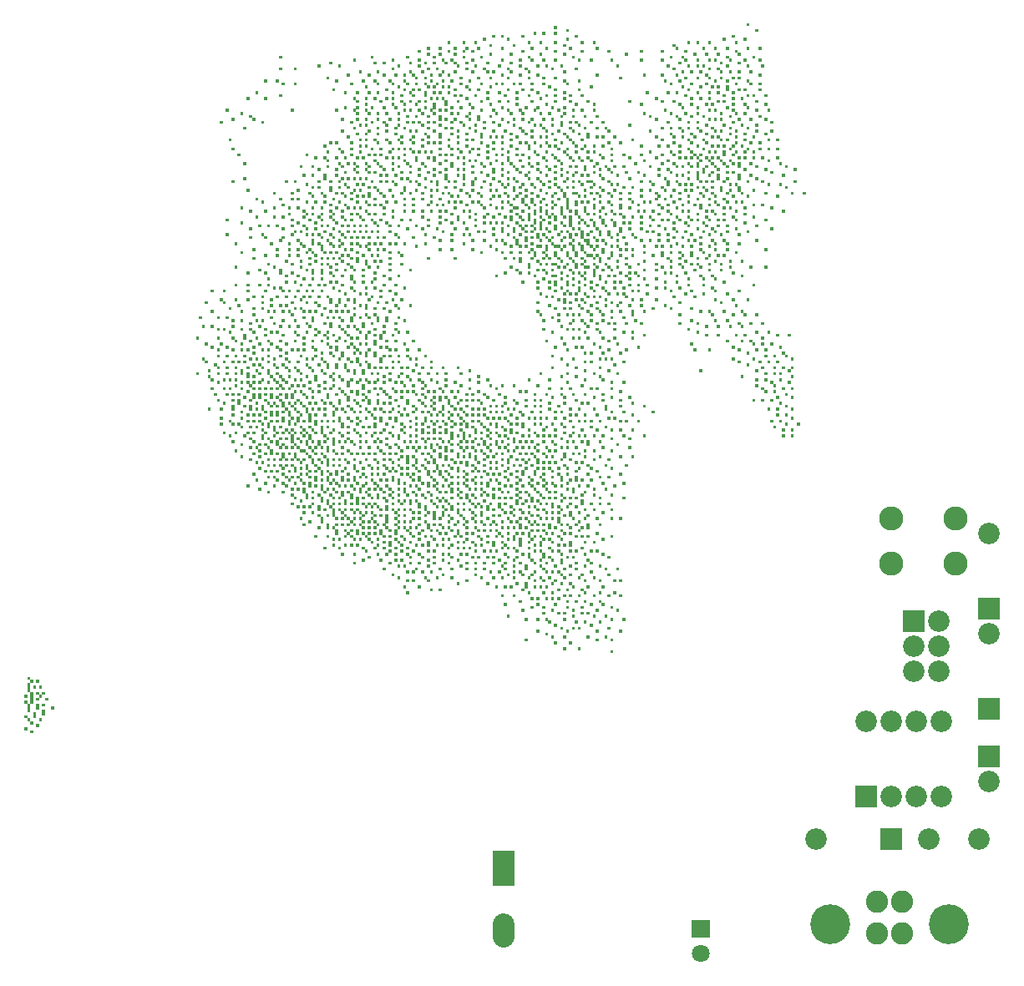
<source format=gts>
G04 start of page 2 for group 2 layer_idx 8 *
G04 Title: (unknown), top_mask *
G04 Creator: pcb-rnd 3.1.4-dev *
G04 CreationDate: 2024-01-01 05:55:27 UTC *
G04 For: STEM4ukraine *
G04 Format: Gerber/RS-274X *
G04 PCB-Dimensions: 393701 402362 *
G04 PCB-Coordinate-Origin: lower left *
%MOIN*%
%FSLAX25Y25*%
%LNTOP_MASK_NONE_2*%
%ADD56C,0.0960*%
%ADD55C,0.0710*%
%ADD54C,0.0887*%
%ADD53C,0.1595*%
%ADD52C,0.0001*%
%ADD51C,0.0860*%
G54D51*X336000Y102362D03*
X346000D03*
X356000D03*
X355000Y122362D03*
X365000D03*
G54D52*G36*
X331700Y68062D02*Y76662D01*
X340300D01*
Y68062D01*
X331700D01*
G37*
G54D51*X346000Y72362D03*
X356000D03*
X316000Y55362D03*
G54D52*G36*
X350300Y51062D02*X341700D01*
Y59662D01*
X350300D01*
Y51062D01*
G37*
G54D53*X321598Y21362D03*
G54D54*X340378Y30220D03*
Y17622D03*
X350220D03*
G54D52*G36*
X273495Y23164D02*Y16064D01*
X266395D01*
Y23164D01*
X273495D01*
G37*
G54D55*X269945Y9614D03*
G54D54*X350220Y30220D03*
G54D51*X191205Y21425D02*Y16268D01*
G54D52*G36*
X195505Y50568D02*Y36768D01*
X186905D01*
Y50568D01*
X195505D01*
G37*
G54D51*X366000Y72362D03*
X381000Y55362D03*
X361000D03*
G54D53*X369000Y21362D03*
G54D51*X366000Y102362D03*
G54D52*G36*
X380700Y103062D02*Y111662D01*
X389300D01*
Y103062D01*
X380700D01*
G37*
G36*
Y92662D02*X389300D01*
Y84062D01*
X380700D01*
Y92662D01*
G37*
G54D51*X385000Y78362D03*
G54D52*G36*
X380700Y143062D02*Y151662D01*
X389300D01*
Y143062D01*
X380700D01*
G37*
G36*
X350700Y146662D02*X359300D01*
Y138062D01*
X350700D01*
Y146662D01*
G37*
G54D51*X355000Y132362D03*
X365000Y142362D03*
Y132362D03*
X385000Y137362D03*
Y177362D03*
G54D56*X371591Y165362D03*
X346000D03*
X371591Y183362D03*
X346000D03*
G54D52*G36*
X2366Y120083D02*Y118893D01*
X1176D01*
Y120083D01*
X2366D01*
G37*
G36*
Y117721D02*Y116531D01*
X1176D01*
Y117721D01*
X2366D01*
G37*
G36*
X3547Y118902D02*Y117712D01*
X2357D01*
Y118902D01*
X3547D01*
G37*
G36*
X1185Y112997D02*Y111807D01*
X0D01*
Y112997D01*
X1185D01*
G37*
G36*
X2366Y116540D02*Y115350D01*
X1176D01*
Y116540D01*
X2366D01*
G37*
G36*
Y115359D02*Y114169D01*
X1176D01*
Y115359D01*
X2366D01*
G37*
G36*
X3547Y114178D02*Y112988D01*
X2357D01*
Y114178D01*
X3547D01*
G37*
G36*
Y112997D02*Y111807D01*
X2357D01*
Y112997D01*
X3547D01*
G37*
G36*
Y111816D02*Y110626D01*
X2357D01*
Y111816D01*
X3547D01*
G37*
G36*
X5909D02*Y110626D01*
X4719D01*
Y111816D01*
X5909D01*
G37*
G36*
X7091Y112997D02*Y111807D01*
X5901D01*
Y112997D01*
X7091D01*
G37*
G36*
X8272Y114178D02*Y112988D01*
X7082D01*
Y114178D01*
X8272D01*
G37*
G36*
X9453Y111816D02*Y110626D01*
X8263D01*
Y111816D01*
X9453D01*
G37*
G36*
X3547Y110635D02*Y109445D01*
X2357D01*
Y110635D01*
X3547D01*
G37*
G36*
X4728Y116540D02*Y115350D01*
X3538D01*
Y116540D01*
X4728D01*
G37*
G36*
X7091D02*Y115350D01*
X5901D01*
Y116540D01*
X7091D01*
G37*
G36*
X69689Y255910D02*Y254720D01*
X68499D01*
Y255910D01*
X69689D01*
G37*
G36*
X70870Y264178D02*Y262988D01*
X69680D01*
Y264178D01*
X70870D01*
G37*
G36*
X72051Y260635D02*Y259445D01*
X70861D01*
Y260635D01*
X72051D01*
G37*
G36*
Y247643D02*Y246453D01*
X70861D01*
Y247643D01*
X72051D01*
G37*
G36*
X5909Y118902D02*Y117712D01*
X4719D01*
Y118902D01*
X5909D01*
G37*
G36*
Y114178D02*Y112988D01*
X4719D01*
Y114178D01*
X5909D01*
G37*
G36*
X69689Y241737D02*Y240547D01*
X68499D01*
Y241737D01*
X69689D01*
G37*
G36*
X73232Y270083D02*Y268893D01*
X72042D01*
Y270083D01*
X73232D01*
G37*
G36*
X75595Y274808D02*Y273618D01*
X74405D01*
Y274808D01*
X75595D01*
G37*
G36*
Y266540D02*Y265350D01*
X74405D01*
Y266540D01*
X75595D01*
G37*
G36*
Y260635D02*Y259445D01*
X74405D01*
Y260635D01*
X75595D01*
G37*
G36*
X77957Y264178D02*Y262988D01*
X76767D01*
Y264178D01*
X77957D01*
G37*
G36*
Y259454D02*Y258264D01*
X76767D01*
Y259454D01*
X77957D01*
G37*
G36*
X79138Y342131D02*Y340941D01*
X77948D01*
Y342131D01*
X79138D01*
G37*
G36*
Y271265D02*Y270075D01*
X77948D01*
Y271265D01*
X79138D01*
G37*
G36*
X80319Y274808D02*Y273618D01*
X79129D01*
Y274808D01*
X80319D01*
G37*
G36*
X85043Y277170D02*Y275980D01*
X83853D01*
Y277170D01*
X85043D01*
G37*
G36*
X89768D02*Y275980D01*
X88578D01*
Y277170D01*
X89768D01*
G37*
G36*
Y274808D02*Y273618D01*
X88578D01*
Y274808D01*
X89768D01*
G37*
G36*
X94492Y277170D02*Y275980D01*
X93302D01*
Y277170D01*
X94492D01*
G37*
G36*
X96854Y274808D02*Y273618D01*
X95664D01*
Y274808D01*
X96854D01*
G37*
G36*
X98035Y277170D02*Y275980D01*
X96845D01*
Y277170D01*
X98035D01*
G37*
G36*
X100398Y275989D02*Y274799D01*
X99208D01*
Y275989D01*
X100398D01*
G37*
G36*
X102760D02*Y274799D01*
X101570D01*
Y275989D01*
X102760D01*
G37*
G36*
X205516D02*Y274799D01*
X204326D01*
Y275989D01*
X205516D01*
G37*
G36*
X210240D02*Y274799D01*
X209050D01*
Y275989D01*
X210240D01*
G37*
G36*
X212602Y277170D02*Y275980D01*
X211412D01*
Y277170D01*
X212602D01*
G37*
G36*
X214965Y275989D02*Y274799D01*
X213775D01*
Y275989D01*
X214965D01*
G37*
G36*
X217327Y277170D02*Y275980D01*
X216137D01*
Y277170D01*
X217327D01*
G37*
G36*
X219689D02*Y275980D01*
X218499D01*
Y277170D01*
X219689D01*
G37*
G36*
X222051Y275989D02*Y274799D01*
X220861D01*
Y275989D01*
X222051D01*
G37*
G36*
X224413Y277170D02*Y275980D01*
X223223D01*
Y277170D01*
X224413D01*
G37*
G36*
X226776Y275989D02*Y274799D01*
X225586D01*
Y275989D01*
X226776D01*
G37*
G36*
X231500D02*Y274799D01*
X230310D01*
Y275989D01*
X231500D01*
G37*
G36*
X236224D02*Y274799D01*
X235034D01*
Y275989D01*
X236224D01*
G37*
G36*
X239768D02*Y274799D01*
X238578D01*
Y275989D01*
X239768D01*
G37*
G36*
X252760D02*Y274799D01*
X251570D01*
Y275989D01*
X252760D01*
G37*
G36*
X256303D02*Y274799D01*
X255113D01*
Y275989D01*
X256303D01*
G37*
G36*
X262209D02*Y274799D01*
X261019D01*
Y275989D01*
X262209D01*
G37*
G36*
X275201D02*Y274799D01*
X274011D01*
Y275989D01*
X275201D01*
G37*
G36*
X229138Y277170D02*Y275980D01*
X227948D01*
Y277170D01*
X229138D01*
G37*
G36*
X242130D02*Y275980D01*
X240940D01*
Y277170D01*
X242130D01*
G37*
G36*
X245673D02*Y275980D01*
X244483D01*
Y277170D01*
X245673D01*
G37*
G36*
X249217D02*Y275980D01*
X248027D01*
Y277170D01*
X249217D01*
G37*
G36*
X265752D02*Y275980D01*
X264562D01*
Y277170D01*
X265752D01*
G37*
G36*
X271657D02*Y275980D01*
X270467D01*
Y277170D01*
X271657D01*
G37*
G36*
X291736D02*Y275980D01*
X290546D01*
Y277170D01*
X291736D01*
G37*
G36*
X103941Y274808D02*Y273618D01*
X102751D01*
Y274808D01*
X103941D01*
G37*
G36*
X206697Y273627D02*Y272437D01*
X205507D01*
Y273627D01*
X206697D01*
G37*
G36*
X212602Y274808D02*Y273618D01*
X211412D01*
Y274808D01*
X212602D01*
G37*
G36*
X216146Y273627D02*Y272437D01*
X214956D01*
Y273627D01*
X216146D01*
G37*
G36*
X217327Y274808D02*Y273618D01*
X216137D01*
Y274808D01*
X217327D01*
G37*
G36*
X218508Y273627D02*Y272437D01*
X217318D01*
Y273627D01*
X218508D01*
G37*
G36*
X220870D02*Y272437D01*
X219680D01*
Y273627D01*
X220870D01*
G37*
G36*
X222051Y274808D02*Y273618D01*
X220861D01*
Y274808D01*
X222051D01*
G37*
G36*
X224413Y273627D02*Y272437D01*
X223223D01*
Y273627D01*
X224413D01*
G37*
G36*
X227957Y274808D02*Y273618D01*
X226767D01*
Y274808D01*
X227957D01*
G37*
G36*
X232681D02*Y273618D01*
X231491D01*
Y274808D01*
X232681D01*
G37*
G36*
X233862Y273627D02*Y272437D01*
X232672D01*
Y273627D01*
X233862D01*
G37*
G36*
X237406D02*Y272437D01*
X236216D01*
Y273627D01*
X237406D01*
G37*
G36*
X239768D02*Y272437D01*
X238578D01*
Y273627D01*
X239768D01*
G37*
G36*
X243311Y274808D02*Y273618D01*
X242121D01*
Y274808D01*
X243311D01*
G37*
G36*
X245673D02*Y273618D01*
X244483D01*
Y274808D01*
X245673D01*
G37*
G36*
X249217Y273627D02*Y272437D01*
X248027D01*
Y273627D01*
X249217D01*
G37*
G36*
X258665Y274808D02*Y273618D01*
X257475D01*
Y274808D01*
X258665D01*
G37*
G36*
X264571Y273627D02*Y272437D01*
X263381D01*
Y273627D01*
X264571D01*
G37*
G36*
X266933Y274808D02*Y273618D01*
X265743D01*
Y274808D01*
X266933D01*
G37*
G36*
X276382D02*Y273618D01*
X275192D01*
Y274808D01*
X276382D01*
G37*
G36*
X285831D02*Y273618D01*
X284641D01*
Y274808D01*
X285831D01*
G37*
G36*
X271657Y273627D02*Y272437D01*
X270467D01*
Y273627D01*
X271657D01*
G37*
G36*
X281106D02*Y272437D01*
X279916D01*
Y273627D01*
X281106D01*
G37*
G36*
X106303Y274808D02*Y273618D01*
X105113D01*
Y274808D01*
X106303D01*
G37*
G36*
X109846D02*Y273618D01*
X108656D01*
Y274808D01*
X109846D01*
G37*
G36*
X111028Y277170D02*Y275980D01*
X109838D01*
Y277170D01*
X111028D01*
G37*
G36*
X113390Y274808D02*Y273618D01*
X112200D01*
Y274808D01*
X113390D01*
G37*
G36*
X114571Y277170D02*Y275980D01*
X113381D01*
Y277170D01*
X114571D01*
G37*
G36*
X115752Y274808D02*Y273618D01*
X114562D01*
Y274808D01*
X115752D01*
G37*
G36*
X118114Y277170D02*Y275980D01*
X116924D01*
Y277170D01*
X118114D01*
G37*
G36*
X119295Y274808D02*Y273618D01*
X118105D01*
Y274808D01*
X119295D01*
G37*
G36*
X120476Y277170D02*Y275980D01*
X119286D01*
Y277170D01*
X120476D01*
G37*
G36*
X144098D02*Y275980D01*
X142908D01*
Y277170D01*
X144098D01*
G37*
G36*
X148823D02*Y275980D01*
X147633D01*
Y277170D01*
X148823D01*
G37*
G36*
X124020Y275989D02*Y274799D01*
X122830D01*
Y275989D01*
X124020D01*
G37*
G36*
X131106D02*Y274799D01*
X129916D01*
Y275989D01*
X131106D01*
G37*
G36*
X132287Y274808D02*Y273618D01*
X131097D01*
Y274808D01*
X132287D01*
G37*
G36*
X134650Y273627D02*Y272437D01*
X133460D01*
Y273627D01*
X134650D01*
G37*
G36*
X137012Y275989D02*Y274799D01*
X135822D01*
Y275989D01*
X137012D01*
G37*
G36*
Y273627D02*Y272437D01*
X135822D01*
Y273627D01*
X137012D01*
G37*
G36*
X140555Y275989D02*Y274799D01*
X139365D01*
Y275989D01*
X140555D01*
G37*
G36*
X142917Y274808D02*Y273618D01*
X141727D01*
Y274808D01*
X142917D01*
G37*
G36*
X146461D02*Y273618D01*
X145271D01*
Y274808D01*
X146461D01*
G37*
G36*
X148823Y273627D02*Y272437D01*
X147633D01*
Y273627D01*
X148823D01*
G37*
G36*
X152366Y275989D02*Y274799D01*
X151176D01*
Y275989D01*
X152366D01*
G37*
G36*
X126382Y274808D02*Y273618D01*
X125192D01*
Y274808D01*
X126382D01*
G37*
G36*
X127563Y277170D02*Y275980D01*
X126373D01*
Y277170D01*
X127563D01*
G37*
G36*
X128744Y273627D02*Y272437D01*
X127554D01*
Y273627D01*
X128744D01*
G37*
G36*
X80319Y270083D02*Y268893D01*
X79129D01*
Y270083D01*
X80319D01*
G37*
G36*
X82681Y267721D02*Y266531D01*
X81491D01*
Y267721D01*
X82681D01*
G37*
G36*
X85043Y271265D02*Y270075D01*
X83853D01*
Y271265D01*
X85043D01*
G37*
G36*
X86224Y268902D02*Y267712D01*
X85034D01*
Y268902D01*
X86224D01*
G37*
G36*
X87406Y266540D02*Y265350D01*
X86216D01*
Y266540D01*
X87406D01*
G37*
G36*
X89768Y271265D02*Y270075D01*
X88578D01*
Y271265D01*
X89768D01*
G37*
G36*
X92130Y272446D02*Y271256D01*
X90940D01*
Y272446D01*
X92130D01*
G37*
G36*
Y267721D02*Y266531D01*
X90940D01*
Y267721D01*
X92130D01*
G37*
G36*
Y265359D02*Y264169D01*
X90940D01*
Y265359D01*
X92130D01*
G37*
G36*
X107484D02*Y264169D01*
X106294D01*
Y265359D01*
X107484D01*
G37*
G36*
X119295D02*Y264169D01*
X118105D01*
Y265359D01*
X119295D01*
G37*
G36*
X132287D02*Y264169D01*
X131097D01*
Y265359D01*
X132287D01*
G37*
G36*
X137012D02*Y264169D01*
X135822D01*
Y265359D01*
X137012D01*
G37*
G36*
X140555D02*Y264169D01*
X139365D01*
Y265359D01*
X140555D01*
G37*
G36*
X206697D02*Y264169D01*
X205507D01*
Y265359D01*
X206697D01*
G37*
G36*
X207878Y262997D02*Y261807D01*
X206688D01*
Y262997D01*
X207878D01*
G37*
G36*
X211421Y264178D02*Y262988D01*
X210231D01*
Y264178D01*
X211421D01*
G37*
G36*
X235043D02*Y262988D01*
X233853D01*
Y264178D01*
X235043D01*
G37*
G36*
X239768D02*Y262988D01*
X238578D01*
Y264178D01*
X239768D01*
G37*
G36*
X213783Y265359D02*Y264169D01*
X212593D01*
Y265359D01*
X213783D01*
G37*
G36*
X217327D02*Y264169D01*
X216137D01*
Y265359D01*
X217327D01*
G37*
G36*
X219689D02*Y264169D01*
X218499D01*
Y265359D01*
X219689D01*
G37*
G36*
X222051D02*Y264169D01*
X220861D01*
Y265359D01*
X222051D01*
G37*
G36*
X226776D02*Y264169D01*
X225586D01*
Y265359D01*
X226776D01*
G37*
G36*
X231500D02*Y264169D01*
X230310D01*
Y265359D01*
X231500D01*
G37*
G36*
X243311D02*Y264169D01*
X242121D01*
Y265359D01*
X243311D01*
G37*
G36*
X262209D02*Y264169D01*
X261019D01*
Y265359D01*
X262209D01*
G37*
G36*
X275201D02*Y264169D01*
X274011D01*
Y265359D01*
X275201D01*
G37*
G36*
X283469D02*Y264169D01*
X282279D01*
Y265359D01*
X283469D01*
G37*
G36*
X288193D02*Y264169D01*
X287003D01*
Y265359D01*
X288193D01*
G37*
G36*
X292917D02*Y264169D01*
X291727D01*
Y265359D01*
X292917D01*
G37*
G36*
X213783Y262997D02*Y261807D01*
X212593D01*
Y262997D01*
X213783D01*
G37*
G36*
X219689D02*Y261807D01*
X218499D01*
Y262997D01*
X219689D01*
G37*
G36*
X223232D02*Y261807D01*
X222042D01*
Y262997D01*
X223232D01*
G37*
G36*
X226776D02*Y261807D01*
X225586D01*
Y262997D01*
X226776D01*
G37*
G36*
X231500D02*Y261807D01*
X230310D01*
Y262997D01*
X231500D01*
G37*
G36*
X244492D02*Y261807D01*
X243302D01*
Y262997D01*
X244492D01*
G37*
G36*
X262209Y261816D02*Y260626D01*
X261019D01*
Y261816D01*
X262209D01*
G37*
G36*
X266933Y262997D02*Y261807D01*
X265743D01*
Y262997D01*
X266933D01*
G37*
G36*
X269295Y261816D02*Y260626D01*
X268105D01*
Y261816D01*
X269295D01*
G37*
G36*
X276382Y262997D02*Y261807D01*
X275192D01*
Y262997D01*
X276382D01*
G37*
G36*
X281106D02*Y261807D01*
X279916D01*
Y262997D01*
X281106D01*
G37*
G36*
X285831Y261816D02*Y260626D01*
X284641D01*
Y261816D01*
X285831D01*
G37*
G36*
X290555D02*Y260626D01*
X289365D01*
Y261816D01*
X290555D01*
G37*
G36*
X95673Y272446D02*Y271256D01*
X94483D01*
Y272446D01*
X95673D01*
G37*
G36*
X99217Y271265D02*Y270075D01*
X98027D01*
Y271265D01*
X99217D01*
G37*
G36*
X101579Y272446D02*Y271256D01*
X100389D01*
Y272446D01*
X101579D01*
G37*
G36*
X105122D02*Y271256D01*
X103932D01*
Y272446D01*
X105122D01*
G37*
G36*
X108665D02*Y271256D01*
X107475D01*
Y272446D01*
X108665D01*
G37*
G36*
X111028Y271265D02*Y270075D01*
X109838D01*
Y271265D01*
X111028D01*
G37*
G36*
X112209Y272446D02*Y271256D01*
X111019D01*
Y272446D01*
X112209D01*
G37*
G36*
X114571D02*Y271256D01*
X113381D01*
Y272446D01*
X114571D01*
G37*
G36*
X118114D02*Y271256D01*
X116924D01*
Y272446D01*
X118114D01*
G37*
G36*
X121657D02*Y271256D01*
X120467D01*
Y272446D01*
X121657D01*
G37*
G36*
X139374D02*Y271256D01*
X138184D01*
Y272446D01*
X139374D01*
G37*
G36*
X142917D02*Y271256D01*
X141727D01*
Y272446D01*
X142917D01*
G37*
G36*
X209059D02*Y271256D01*
X207869D01*
Y272446D01*
X209059D01*
G37*
G36*
X211421D02*Y271256D01*
X210231D01*
Y272446D01*
X211421D01*
G37*
G36*
X225595D02*Y271256D01*
X224405D01*
Y272446D01*
X225595D01*
G37*
G36*
X227957D02*Y271256D01*
X226767D01*
Y272446D01*
X227957D01*
G37*
G36*
X230319D02*Y271256D01*
X229129D01*
Y272446D01*
X230319D01*
G37*
G36*
X240949D02*Y271256D01*
X239759D01*
Y272446D01*
X240949D01*
G37*
G36*
X259846D02*Y271256D01*
X258656D01*
Y272446D01*
X259846D01*
G37*
G36*
X268114D02*Y271256D01*
X266924D01*
Y272446D01*
X268114D01*
G37*
G36*
X122839Y271265D02*Y270075D01*
X121649D01*
Y271265D01*
X122839D01*
G37*
G36*
X126382D02*Y270075D01*
X125192D01*
Y271265D01*
X126382D01*
G37*
G36*
X129925D02*Y270075D01*
X128735D01*
Y271265D01*
X129925D01*
G37*
G36*
X132287D02*Y270075D01*
X131097D01*
Y271265D01*
X132287D01*
G37*
G36*
X138193D02*Y270075D01*
X137003D01*
Y271265D01*
X138193D01*
G37*
G36*
X147642D02*Y270075D01*
X146452D01*
Y271265D01*
X147642D01*
G37*
G36*
X151185D02*Y270075D01*
X149995D01*
Y271265D01*
X151185D01*
G37*
G36*
X213783D02*Y270075D01*
X212593D01*
Y271265D01*
X213783D01*
G37*
G36*
X216146D02*Y270075D01*
X214956D01*
Y271265D01*
X216146D01*
G37*
G36*
X220870D02*Y270075D01*
X219680D01*
Y271265D01*
X220870D01*
G37*
G36*
X223232D02*Y270075D01*
X222042D01*
Y271265D01*
X223232D01*
G37*
G36*
X232681D02*Y270075D01*
X231491D01*
Y271265D01*
X232681D01*
G37*
G36*
X243311D02*Y270075D01*
X242121D01*
Y271265D01*
X243311D01*
G37*
G36*
X246854D02*Y270075D01*
X245664D01*
Y271265D01*
X246854D01*
G37*
G36*
X252760D02*Y270075D01*
X251570D01*
Y271265D01*
X252760D01*
G37*
G36*
X276382D02*Y270075D01*
X275192D01*
Y271265D01*
X276382D01*
G37*
G36*
X283469D02*Y270075D01*
X282279D01*
Y271265D01*
X283469D01*
G37*
G36*
X289374D02*Y270075D01*
X288184D01*
Y271265D01*
X289374D01*
G37*
G36*
X95673Y270083D02*Y268893D01*
X94483D01*
Y270083D01*
X95673D01*
G37*
G36*
X107484D02*Y268893D01*
X106294D01*
Y270083D01*
X107484D01*
G37*
G36*
X113390D02*Y268893D01*
X112200D01*
Y270083D01*
X113390D01*
G37*
G36*
X116933D02*Y268893D01*
X115743D01*
Y270083D01*
X116933D01*
G37*
G36*
X122839D02*Y268893D01*
X121649D01*
Y270083D01*
X122839D01*
G37*
G36*
X126382D02*Y268893D01*
X125192D01*
Y270083D01*
X126382D01*
G37*
G36*
X132287D02*Y268893D01*
X131097D01*
Y270083D01*
X132287D01*
G37*
G36*
X141736D02*Y268893D01*
X140546D01*
Y270083D01*
X141736D01*
G37*
G36*
X145280D02*Y268893D01*
X144090D01*
Y270083D01*
X145280D01*
G37*
G36*
X205516D02*Y268893D01*
X204326D01*
Y270083D01*
X205516D01*
G37*
G36*
X216146D02*Y268893D01*
X214956D01*
Y270083D01*
X216146D01*
G37*
G36*
X218508D02*Y268893D01*
X217318D01*
Y270083D01*
X218508D01*
G37*
G36*
X224413D02*Y268893D01*
X223223D01*
Y270083D01*
X224413D01*
G37*
G36*
X229138D02*Y268893D01*
X227948D01*
Y270083D01*
X229138D01*
G37*
G36*
X235043D02*Y268893D01*
X233853D01*
Y270083D01*
X235043D01*
G37*
G36*
X238587D02*Y268893D01*
X237397D01*
Y270083D01*
X238587D01*
G37*
G36*
X262209D02*Y268893D01*
X261019D01*
Y270083D01*
X262209D01*
G37*
G36*
X278744D02*Y268893D01*
X277554D01*
Y270083D01*
X278744D01*
G37*
G36*
X95673Y267721D02*Y266531D01*
X94483D01*
Y267721D01*
X95673D01*
G37*
G36*
X98035Y266540D02*Y265350D01*
X96845D01*
Y266540D01*
X98035D01*
G37*
G36*
X99217Y268902D02*Y267712D01*
X98027D01*
Y268902D01*
X99217D01*
G37*
G36*
X100398Y266540D02*Y265350D01*
X99208D01*
Y266540D01*
X100398D01*
G37*
G36*
X102760Y268902D02*Y267712D01*
X101570D01*
Y268902D01*
X102760D01*
G37*
G36*
X103941Y266540D02*Y265350D01*
X102751D01*
Y266540D01*
X103941D01*
G37*
G36*
X105122Y268902D02*Y267712D01*
X103932D01*
Y268902D01*
X105122D01*
G37*
G36*
X106303Y266540D02*Y265350D01*
X105113D01*
Y266540D01*
X106303D01*
G37*
G36*
X205516D02*Y265350D01*
X204326D01*
Y266540D01*
X205516D01*
G37*
G36*
X108665Y267721D02*Y266531D01*
X107475D01*
Y267721D01*
X108665D01*
G37*
G36*
X111028D02*Y266531D01*
X109838D01*
Y267721D01*
X111028D01*
G37*
G36*
X112209Y266540D02*Y265350D01*
X111019D01*
Y266540D01*
X112209D01*
G37*
G36*
X114571D02*Y265350D01*
X113381D01*
Y266540D01*
X114571D01*
G37*
G36*
X116933D02*Y265350D01*
X115743D01*
Y266540D01*
X116933D01*
G37*
G36*
X118114Y268902D02*Y267712D01*
X116924D01*
Y268902D01*
X118114D01*
G37*
G36*
X120476Y267721D02*Y266531D01*
X119286D01*
Y267721D01*
X120476D01*
G37*
G36*
X122839Y266540D02*Y265350D01*
X121649D01*
Y266540D01*
X122839D01*
G37*
G36*
X125201Y268902D02*Y267712D01*
X124011D01*
Y268902D01*
X125201D01*
G37*
G36*
Y266540D02*Y265350D01*
X124011D01*
Y266540D01*
X125201D01*
G37*
G36*
X127563D02*Y265350D01*
X126373D01*
Y266540D01*
X127563D01*
G37*
G36*
X128744Y268902D02*Y267712D01*
X127554D01*
Y268902D01*
X128744D01*
G37*
G36*
X210240D02*Y267712D01*
X209050D01*
Y268902D01*
X210240D01*
G37*
G36*
X212602Y267721D02*Y266531D01*
X211412D01*
Y267721D01*
X212602D01*
G37*
G36*
X216146D02*Y266531D01*
X214956D01*
Y267721D01*
X216146D01*
G37*
G36*
X218508D02*Y266531D01*
X217318D01*
Y267721D01*
X218508D01*
G37*
G36*
X222051Y268902D02*Y267712D01*
X220861D01*
Y268902D01*
X222051D01*
G37*
G36*
X223232Y267721D02*Y266531D01*
X222042D01*
Y267721D01*
X223232D01*
G37*
G36*
X226776Y268902D02*Y267712D01*
X225586D01*
Y268902D01*
X226776D01*
G37*
G36*
X229138Y267721D02*Y266531D01*
X227948D01*
Y267721D01*
X229138D01*
G37*
G36*
X232681Y268902D02*Y267712D01*
X231491D01*
Y268902D01*
X232681D01*
G37*
G36*
X237406D02*Y267712D01*
X236216D01*
Y268902D01*
X237406D01*
G37*
G36*
X242130D02*Y267712D01*
X240940D01*
Y268902D01*
X242130D01*
G37*
G36*
X246854D02*Y267712D01*
X245664D01*
Y268902D01*
X246854D01*
G37*
G36*
X251579Y267721D02*Y266531D01*
X250389D01*
Y267721D01*
X251579D01*
G37*
G36*
X256303Y268902D02*Y267712D01*
X255113D01*
Y268902D01*
X256303D01*
G37*
G36*
X258665Y267721D02*Y266531D01*
X257475D01*
Y267721D01*
X258665D01*
G37*
G36*
X266933D02*Y266531D01*
X265743D01*
Y267721D01*
X266933D01*
G37*
G36*
X284650Y268902D02*Y267712D01*
X283460D01*
Y268902D01*
X284650D01*
G37*
G36*
X129925Y266540D02*Y265350D01*
X128735D01*
Y266540D01*
X129925D01*
G37*
G36*
X146461D02*Y265350D01*
X145271D01*
Y266540D01*
X146461D01*
G37*
G36*
X225595D02*Y265350D01*
X224405D01*
Y266540D01*
X225595D01*
G37*
G36*
X230319D02*Y265350D01*
X229129D01*
Y266540D01*
X230319D01*
G37*
G36*
X235043D02*Y265350D01*
X233853D01*
Y266540D01*
X235043D01*
G37*
G36*
X238587D02*Y265350D01*
X237397D01*
Y266540D01*
X238587D01*
G37*
G36*
X243311D02*Y265350D01*
X242121D01*
Y266540D01*
X243311D01*
G37*
G36*
X248035D02*Y265350D01*
X246845D01*
Y266540D01*
X248035D01*
G37*
G36*
X270476D02*Y265350D01*
X269286D01*
Y266540D01*
X270476D01*
G37*
G36*
X274020D02*Y265350D01*
X272830D01*
Y266540D01*
X274020D01*
G37*
G36*
X279925D02*Y265350D01*
X278735D01*
Y266540D01*
X279925D01*
G37*
G36*
X287012D02*Y265350D01*
X285822D01*
Y266540D01*
X287012D01*
G37*
G36*
X132287Y267721D02*Y266531D01*
X131097D01*
Y267721D01*
X132287D01*
G37*
G36*
X134650Y268902D02*Y267712D01*
X133460D01*
Y268902D01*
X134650D01*
G37*
G36*
X137012D02*Y267712D01*
X135822D01*
Y268902D01*
X137012D01*
G37*
G36*
Y267721D02*Y266531D01*
X135822D01*
Y267721D01*
X137012D01*
G37*
G36*
X140555D02*Y266531D01*
X139365D01*
Y267721D01*
X140555D01*
G37*
G36*
X144098D02*Y266531D01*
X142908D01*
Y267721D01*
X144098D01*
G37*
G36*
X148823Y268902D02*Y267712D01*
X147633D01*
Y268902D01*
X148823D01*
G37*
G36*
X150004Y267721D02*Y266531D01*
X148814D01*
Y267721D01*
X150004D01*
G37*
G36*
X154728Y268902D02*Y267712D01*
X153538D01*
Y268902D01*
X154728D01*
G37*
G36*
X80319Y259454D02*Y258264D01*
X79129D01*
Y259454D01*
X80319D01*
G37*
G36*
X81500Y264178D02*Y262988D01*
X80310D01*
Y264178D01*
X81500D01*
G37*
G36*
X83862Y262997D02*Y261807D01*
X82672D01*
Y262997D01*
X83862D01*
G37*
G36*
X82681Y258272D02*Y257082D01*
X81491D01*
Y258272D01*
X82681D01*
G37*
G36*
X83862Y260635D02*Y259445D01*
X82672D01*
Y260635D01*
X83862D01*
G37*
G36*
X87406Y262997D02*Y261807D01*
X86216D01*
Y262997D01*
X87406D01*
G37*
G36*
Y259454D02*Y258264D01*
X86216D01*
Y259454D01*
X87406D01*
G37*
G36*
X88587Y257091D02*Y255901D01*
X87397D01*
Y257091D01*
X88587D01*
G37*
G36*
X96854D02*Y255901D01*
X95664D01*
Y257091D01*
X96854D01*
G37*
G36*
X103941D02*Y255901D01*
X102751D01*
Y257091D01*
X103941D01*
G37*
G36*
X109846D02*Y255901D01*
X108656D01*
Y257091D01*
X109846D01*
G37*
G36*
X116933D02*Y255901D01*
X115743D01*
Y257091D01*
X116933D01*
G37*
G36*
X120476D02*Y255901D01*
X119286D01*
Y257091D01*
X120476D01*
G37*
G36*
X124020D02*Y255901D01*
X122830D01*
Y257091D01*
X124020D01*
G37*
G36*
X129925D02*Y255901D01*
X128735D01*
Y257091D01*
X129925D01*
G37*
G36*
X137012D02*Y255901D01*
X135822D01*
Y257091D01*
X137012D01*
G37*
G36*
X140555D02*Y255901D01*
X139365D01*
Y257091D01*
X140555D01*
G37*
G36*
X142917D02*Y255901D01*
X141727D01*
Y257091D01*
X142917D01*
G37*
G36*
X147642D02*Y255901D01*
X146452D01*
Y257091D01*
X147642D01*
G37*
G36*
X209059Y254729D02*Y253539D01*
X207869D01*
Y254729D01*
X209059D01*
G37*
G36*
X212602Y252367D02*Y251177D01*
X211412D01*
Y252367D01*
X212602D01*
G37*
G36*
X214965Y255910D02*Y254720D01*
X213775D01*
Y255910D01*
X214965D01*
G37*
G36*
X216146Y253548D02*Y252358D01*
X214956D01*
Y253548D01*
X216146D01*
G37*
G36*
X217327Y251186D02*Y249996D01*
X216137D01*
Y251186D01*
X217327D01*
G37*
G36*
X219689Y255910D02*Y254720D01*
X218499D01*
Y255910D01*
X219689D01*
G37*
G36*
X220870Y252367D02*Y251177D01*
X219680D01*
Y252367D01*
X220870D01*
G37*
G36*
X222051Y255910D02*Y254720D01*
X220861D01*
Y255910D01*
X222051D01*
G37*
G36*
X225595D02*Y254720D01*
X224405D01*
Y255910D01*
X225595D01*
G37*
G36*
X231500D02*Y254720D01*
X230310D01*
Y255910D01*
X231500D01*
G37*
G36*
X233862Y254729D02*Y253539D01*
X232672D01*
Y254729D01*
X233862D01*
G37*
G36*
X236224Y255910D02*Y254720D01*
X235034D01*
Y255910D01*
X236224D01*
G37*
G36*
X243311D02*Y254720D01*
X242121D01*
Y255910D01*
X243311D01*
G37*
G36*
X248035Y257091D02*Y255901D01*
X246845D01*
Y257091D01*
X248035D01*
G37*
G36*
X272839D02*Y255901D01*
X271649D01*
Y257091D01*
X272839D01*
G37*
G36*
X277563D02*Y255901D01*
X276373D01*
Y257091D01*
X277563D01*
G37*
G36*
X281106Y254729D02*Y253539D01*
X279916D01*
Y254729D01*
X281106D01*
G37*
G36*
X287012D02*Y253539D01*
X285822D01*
Y254729D01*
X287012D01*
G37*
G36*
X290555D02*Y253539D01*
X289365D01*
Y254729D01*
X290555D01*
G37*
G36*
X284650Y257091D02*Y255901D01*
X283460D01*
Y257091D01*
X284650D01*
G37*
G36*
X288193D02*Y255901D01*
X287003D01*
Y257091D01*
X288193D01*
G37*
G36*
X295280Y255910D02*Y254720D01*
X294090D01*
Y255910D01*
X295280D01*
G37*
G36*
X301185Y257091D02*Y255901D01*
X299995D01*
Y257091D01*
X301185D01*
G37*
G36*
X305909D02*Y255901D01*
X304719D01*
Y257091D01*
X305909D01*
G37*
G36*
X223232Y252367D02*Y251177D01*
X222042D01*
Y252367D01*
X223232D01*
G37*
G36*
X224413Y250005D02*Y248815D01*
X223223D01*
Y250005D01*
X224413D01*
G37*
G36*
X227957Y253548D02*Y252358D01*
X226767D01*
Y253548D01*
X227957D01*
G37*
G36*
X226776Y250005D02*Y248815D01*
X225586D01*
Y250005D01*
X226776D01*
G37*
G36*
X230319Y252367D02*Y251177D01*
X229129D01*
Y252367D01*
X230319D01*
G37*
G36*
X231500Y250005D02*Y248815D01*
X230310D01*
Y250005D01*
X231500D01*
G37*
G36*
X233862Y251186D02*Y249996D01*
X232672D01*
Y251186D01*
X233862D01*
G37*
G36*
X237406Y253548D02*Y252358D01*
X236216D01*
Y253548D01*
X237406D01*
G37*
G36*
X266933D02*Y252358D01*
X265743D01*
Y253548D01*
X266933D01*
G37*
G36*
X291736D02*Y252358D01*
X290546D01*
Y253548D01*
X291736D01*
G37*
G36*
X295280D02*Y252358D01*
X294090D01*
Y253548D01*
X295280D01*
G37*
G36*
X298823D02*Y252358D01*
X297633D01*
Y253548D01*
X298823D01*
G37*
G36*
X238587Y250005D02*Y248815D01*
X237397D01*
Y250005D01*
X238587D01*
G37*
G36*
X283469Y247643D02*Y246453D01*
X282279D01*
Y247643D01*
X283469D01*
G37*
G36*
X285831Y246461D02*Y245271D01*
X284641D01*
Y246461D01*
X285831D01*
G37*
G36*
X289374Y250005D02*Y248815D01*
X288184D01*
Y250005D01*
X289374D01*
G37*
G36*
X291736Y247643D02*Y246453D01*
X290546D01*
Y247643D01*
X291736D01*
G37*
G36*
X294098Y246461D02*Y245271D01*
X292908D01*
Y246461D01*
X294098D01*
G37*
G36*
X296461Y248824D02*Y247634D01*
X295271D01*
Y248824D01*
X296461D01*
G37*
G36*
X297642Y246461D02*Y245271D01*
X296452D01*
Y246461D01*
X297642D01*
G37*
G36*
X301185D02*Y245271D01*
X299995D01*
Y246461D01*
X301185D01*
G37*
G36*
X303547Y250005D02*Y248815D01*
X302357D01*
Y250005D01*
X303547D01*
G37*
G36*
X304728Y248824D02*Y247634D01*
X303538D01*
Y248824D01*
X304728D01*
G37*
G36*
X307091Y247643D02*Y246453D01*
X305901D01*
Y247643D01*
X307091D01*
G37*
G36*
X240949Y251186D02*Y249996D01*
X239759D01*
Y251186D01*
X240949D01*
G37*
G36*
X268114D02*Y249996D01*
X266924D01*
Y251186D01*
X268114D01*
G37*
G36*
X274020D02*Y249996D01*
X272830D01*
Y251186D01*
X274020D01*
G37*
G36*
X285831D02*Y249996D01*
X284641D01*
Y251186D01*
X285831D01*
G37*
G36*
X292917D02*Y249996D01*
X291727D01*
Y251186D01*
X292917D01*
G37*
G36*
X296461D02*Y249996D01*
X295271D01*
Y251186D01*
X296461D01*
G37*
G36*
X245673Y252367D02*Y251177D01*
X244483D01*
Y252367D01*
X245673D01*
G37*
G36*
X283469D02*Y251177D01*
X282279D01*
Y252367D01*
X283469D01*
G37*
G36*
X302366D02*Y251177D01*
X301176D01*
Y252367D01*
X302366D01*
G37*
G36*
X90949Y261816D02*Y260626D01*
X89759D01*
Y261816D01*
X90949D01*
G37*
G36*
X93311Y262997D02*Y261807D01*
X92121D01*
Y262997D01*
X93311D01*
G37*
G36*
X94492Y260635D02*Y259445D01*
X93302D01*
Y260635D01*
X94492D01*
G37*
G36*
X95673Y262997D02*Y261807D01*
X94483D01*
Y262997D01*
X95673D01*
G37*
G36*
X99217Y264178D02*Y262988D01*
X98027D01*
Y264178D01*
X99217D01*
G37*
G36*
X100398Y261816D02*Y260626D01*
X99208D01*
Y261816D01*
X100398D01*
G37*
G36*
X102760Y260635D02*Y259445D01*
X101570D01*
Y260635D01*
X102760D01*
G37*
G36*
X103941Y262997D02*Y261807D01*
X102751D01*
Y262997D01*
X103941D01*
G37*
G36*
X106303Y260635D02*Y259445D01*
X105113D01*
Y260635D01*
X106303D01*
G37*
G36*
X108665Y262997D02*Y261807D01*
X107475D01*
Y262997D01*
X108665D01*
G37*
G36*
X112209Y264178D02*Y262988D01*
X111019D01*
Y264178D01*
X112209D01*
G37*
G36*
X113390Y261816D02*Y260626D01*
X112200D01*
Y261816D01*
X113390D01*
G37*
G36*
X115752Y264178D02*Y262988D01*
X114562D01*
Y264178D01*
X115752D01*
G37*
G36*
Y262997D02*Y261807D01*
X114562D01*
Y262997D01*
X115752D01*
G37*
G36*
X120476Y261816D02*Y260626D01*
X119286D01*
Y261816D01*
X120476D01*
G37*
G36*
X121657Y264178D02*Y262988D01*
X120467D01*
Y264178D01*
X121657D01*
G37*
G36*
X122839Y261816D02*Y260626D01*
X121649D01*
Y261816D01*
X122839D01*
G37*
G36*
X135831D02*Y260626D01*
X134641D01*
Y261816D01*
X135831D01*
G37*
G36*
X139374D02*Y260626D01*
X138184D01*
Y261816D01*
X139374D01*
G37*
G36*
X148823D02*Y260626D01*
X147633D01*
Y261816D01*
X148823D01*
G37*
G36*
X124020Y264178D02*Y262988D01*
X122830D01*
Y264178D01*
X124020D01*
G37*
G36*
X126382D02*Y262988D01*
X125192D01*
Y264178D01*
X126382D01*
G37*
G36*
X131106D02*Y262988D01*
X129916D01*
Y264178D01*
X131106D01*
G37*
G36*
X134650D02*Y262988D01*
X133460D01*
Y264178D01*
X134650D01*
G37*
G36*
X138193D02*Y262988D01*
X137003D01*
Y264178D01*
X138193D01*
G37*
G36*
X141736D02*Y262988D01*
X140546D01*
Y264178D01*
X141736D01*
G37*
G36*
X145280D02*Y262988D01*
X144090D01*
Y264178D01*
X145280D01*
G37*
G36*
X150004D02*Y262988D01*
X148814D01*
Y264178D01*
X150004D01*
G37*
G36*
X127563Y262997D02*Y261807D01*
X126373D01*
Y262997D01*
X127563D01*
G37*
G36*
X131106D02*Y261807D01*
X129916D01*
Y262997D01*
X131106D01*
G37*
G36*
X141736D02*Y261807D01*
X140546D01*
Y262997D01*
X141736D01*
G37*
G36*
X145280D02*Y261807D01*
X144090D01*
Y262997D01*
X145280D01*
G37*
G36*
X152366D02*Y261807D01*
X151176D01*
Y262997D01*
X152366D01*
G37*
G36*
X109846Y260635D02*Y259445D01*
X108656D01*
Y260635D01*
X109846D01*
G37*
G36*
X114571D02*Y259445D01*
X113381D01*
Y260635D01*
X114571D01*
G37*
G36*
X122839D02*Y259445D01*
X121649D01*
Y260635D01*
X122839D01*
G37*
G36*
X126382D02*Y259445D01*
X125192D01*
Y260635D01*
X126382D01*
G37*
G36*
X129925D02*Y259445D01*
X128735D01*
Y260635D01*
X129925D01*
G37*
G36*
X132287D02*Y259445D01*
X131097D01*
Y260635D01*
X132287D01*
G37*
G36*
X135831D02*Y259445D01*
X134641D01*
Y260635D01*
X135831D01*
G37*
G36*
X144098D02*Y259445D01*
X142908D01*
Y260635D01*
X144098D01*
G37*
G36*
X90949Y259454D02*Y258264D01*
X89759D01*
Y259454D01*
X90949D01*
G37*
G36*
X96854D02*Y258264D01*
X95664D01*
Y259454D01*
X96854D01*
G37*
G36*
X116933D02*Y258264D01*
X115743D01*
Y259454D01*
X116933D01*
G37*
G36*
X127563D02*Y258264D01*
X126373D01*
Y259454D01*
X127563D01*
G37*
G36*
X133469D02*Y258264D01*
X132279D01*
Y259454D01*
X133469D01*
G37*
G36*
X140555D02*Y258264D01*
X139365D01*
Y259454D01*
X140555D01*
G37*
G36*
X148823D02*Y258264D01*
X147633D01*
Y259454D01*
X148823D01*
G37*
G36*
X207878D02*Y258264D01*
X206688D01*
Y259454D01*
X207878D01*
G37*
G36*
X214965Y260635D02*Y259445D01*
X213775D01*
Y260635D01*
X214965D01*
G37*
G36*
X217327Y259454D02*Y258264D01*
X216137D01*
Y259454D01*
X217327D01*
G37*
G36*
X219689D02*Y258264D01*
X218499D01*
Y259454D01*
X219689D01*
G37*
G36*
X222051D02*Y258264D01*
X220861D01*
Y259454D01*
X222051D01*
G37*
G36*
X229138D02*Y258264D01*
X227948D01*
Y259454D01*
X229138D01*
G37*
G36*
X236224D02*Y258264D01*
X235034D01*
Y259454D01*
X236224D01*
G37*
G36*
X265752D02*Y258264D01*
X264562D01*
Y259454D01*
X265752D01*
G37*
G36*
X218508Y261816D02*Y260626D01*
X217318D01*
Y261816D01*
X218508D01*
G37*
G36*
X224413D02*Y260626D01*
X223223D01*
Y261816D01*
X224413D01*
G37*
G36*
X225595Y260635D02*Y259445D01*
X224405D01*
Y260635D01*
X225595D01*
G37*
G36*
X229138Y261816D02*Y260626D01*
X227948D01*
Y261816D01*
X229138D01*
G37*
G36*
X233862D02*Y260626D01*
X232672D01*
Y261816D01*
X233862D01*
G37*
G36*
X236224D02*Y260626D01*
X235034D01*
Y261816D01*
X236224D01*
G37*
G36*
X240949D02*Y260626D01*
X239759D01*
Y261816D01*
X240949D01*
G37*
G36*
X246854D02*Y260626D01*
X245664D01*
Y261816D01*
X246854D01*
G37*
G36*
X272839Y260635D02*Y259445D01*
X271649D01*
Y260635D01*
X272839D01*
G37*
G36*
X277563D02*Y259445D01*
X276373D01*
Y260635D01*
X277563D01*
G37*
G36*
X282287D02*Y259445D01*
X281097D01*
Y260635D01*
X282287D01*
G37*
G36*
X287012D02*Y259445D01*
X285822D01*
Y260635D01*
X287012D01*
G37*
G36*
X295280Y261816D02*Y260626D01*
X294090D01*
Y261816D01*
X295280D01*
G37*
G36*
X92130Y258272D02*Y257082D01*
X90940D01*
Y258272D01*
X92130D01*
G37*
G36*
X99217D02*Y257082D01*
X98027D01*
Y258272D01*
X99217D01*
G37*
G36*
X101579D02*Y257082D01*
X100389D01*
Y258272D01*
X101579D01*
G37*
G36*
X108665D02*Y257082D01*
X107475D01*
Y258272D01*
X108665D01*
G37*
G36*
X113390D02*Y257082D01*
X112200D01*
Y258272D01*
X113390D01*
G37*
G36*
X118114D02*Y257082D01*
X116924D01*
Y258272D01*
X118114D01*
G37*
G36*
X121657D02*Y257082D01*
X120467D01*
Y258272D01*
X121657D01*
G37*
G36*
X128744D02*Y257082D01*
X127554D01*
Y258272D01*
X128744D01*
G37*
G36*
X134650D02*Y257082D01*
X133460D01*
Y258272D01*
X134650D01*
G37*
G36*
X138193D02*Y257082D01*
X137003D01*
Y258272D01*
X138193D01*
G37*
G36*
X144098D02*Y257082D01*
X142908D01*
Y258272D01*
X144098D01*
G37*
G36*
X150004D02*Y257082D01*
X148814D01*
Y258272D01*
X150004D01*
G37*
G36*
X153547D02*Y257082D01*
X152357D01*
Y258272D01*
X153547D01*
G37*
G36*
X211421D02*Y257082D01*
X210231D01*
Y258272D01*
X211421D01*
G37*
G36*
X224413D02*Y257082D01*
X223223D01*
Y258272D01*
X224413D01*
G37*
G36*
X230319D02*Y257082D01*
X229129D01*
Y258272D01*
X230319D01*
G37*
G36*
X239768D02*Y257082D01*
X238578D01*
Y258272D01*
X239768D01*
G37*
G36*
X243311D02*Y257082D01*
X242121D01*
Y258272D01*
X243311D01*
G37*
G36*
X269295D02*Y257082D01*
X268105D01*
Y258272D01*
X269295D01*
G37*
G36*
X292917D02*Y257082D01*
X291727D01*
Y258272D01*
X292917D01*
G37*
G36*
X297642D02*Y257082D01*
X296452D01*
Y258272D01*
X297642D01*
G37*
G36*
X81500Y346855D02*Y345665D01*
X80310D01*
Y346855D01*
X81500D01*
G37*
G36*
X82681Y335044D02*Y333854D01*
X81491D01*
Y335044D01*
X82681D01*
G37*
G36*
X83862Y343312D02*Y342122D01*
X82672D01*
Y343312D01*
X83862D01*
G37*
G36*
X81500Y303154D02*Y301964D01*
X80310D01*
Y303154D01*
X81500D01*
G37*
G36*
Y297249D02*Y296059D01*
X80310D01*
Y297249D01*
X81500D01*
G37*
G36*
X83862Y331501D02*Y330311D01*
X82672D01*
Y331501D01*
X83862D01*
G37*
G36*
Y318509D02*Y317319D01*
X82672D01*
Y318509D01*
X83862D01*
G37*
G36*
X85043Y293706D02*Y292516D01*
X83853D01*
Y293706D01*
X85043D01*
G37*
G36*
X92130Y291343D02*Y290153D01*
X90940D01*
Y291343D01*
X92130D01*
G37*
G36*
Y287800D02*Y286610D01*
X90940D01*
Y287800D01*
X92130D01*
G37*
G36*
X96854Y288981D02*Y287791D01*
X95664D01*
Y288981D01*
X96854D01*
G37*
G36*
X99217Y293706D02*Y292516D01*
X98027D01*
Y293706D01*
X99217D01*
G37*
G36*
X101579Y291343D02*Y290153D01*
X100389D01*
Y291343D01*
X101579D01*
G37*
G36*
Y288981D02*Y287791D01*
X100389D01*
Y288981D01*
X101579D01*
G37*
G36*
X106303Y291343D02*Y290153D01*
X105113D01*
Y291343D01*
X106303D01*
G37*
G36*
Y288981D02*Y287791D01*
X105113D01*
Y288981D01*
X106303D01*
G37*
G36*
X109846Y291343D02*Y290153D01*
X108656D01*
Y291343D01*
X109846D01*
G37*
G36*
X112209Y292524D02*Y291334D01*
X111019D01*
Y292524D01*
X112209D01*
G37*
G36*
X113390Y290162D02*Y288972D01*
X112200D01*
Y290162D01*
X113390D01*
G37*
G36*
X114571Y291343D02*Y290153D01*
X113381D01*
Y291343D01*
X114571D01*
G37*
G36*
X115752Y290162D02*Y288972D01*
X114562D01*
Y290162D01*
X115752D01*
G37*
G36*
X119295Y292524D02*Y291334D01*
X118105D01*
Y292524D01*
X119295D01*
G37*
G36*
Y291343D02*Y290153D01*
X118105D01*
Y291343D01*
X119295D01*
G37*
G36*
X120476Y290162D02*Y288972D01*
X119286D01*
Y290162D01*
X120476D01*
G37*
G36*
X122839D02*Y288972D01*
X121649D01*
Y290162D01*
X122839D01*
G37*
G36*
X124020Y292524D02*Y291334D01*
X122830D01*
Y292524D01*
X124020D01*
G37*
G36*
X126382D02*Y291334D01*
X125192D01*
Y292524D01*
X126382D01*
G37*
G36*
X128744Y291343D02*Y290153D01*
X127554D01*
Y291343D01*
X128744D01*
G37*
G36*
X131106D02*Y290153D01*
X129916D01*
Y291343D01*
X131106D01*
G37*
G36*
X134650Y292524D02*Y291334D01*
X133460D01*
Y292524D01*
X134650D01*
G37*
G36*
X137012D02*Y291334D01*
X135822D01*
Y292524D01*
X137012D01*
G37*
G36*
X138193Y291343D02*Y290153D01*
X137003D01*
Y291343D01*
X138193D01*
G37*
G36*
X141736D02*Y290153D01*
X140546D01*
Y291343D01*
X141736D01*
G37*
G36*
X144098D02*Y290153D01*
X142908D01*
Y291343D01*
X144098D01*
G37*
G36*
X157091Y292524D02*Y291334D01*
X155901D01*
Y292524D01*
X157091D01*
G37*
G36*
X166539Y291343D02*Y290153D01*
X165349D01*
Y291343D01*
X166539D01*
G37*
G36*
X171264D02*Y290153D01*
X170074D01*
Y291343D01*
X171264D01*
G37*
G36*
X179532D02*Y290153D01*
X178342D01*
Y291343D01*
X179532D01*
G37*
G36*
X186618Y292524D02*Y291334D01*
X185428D01*
Y292524D01*
X186618D01*
G37*
G36*
X188980Y291343D02*Y290153D01*
X187790D01*
Y291343D01*
X188980D01*
G37*
G36*
X194886Y292524D02*Y291334D01*
X193696D01*
Y292524D01*
X194886D01*
G37*
G36*
X198429D02*Y291334D01*
X197239D01*
Y292524D01*
X198429D01*
G37*
G36*
X200791D02*Y291334D01*
X199601D01*
Y292524D01*
X200791D01*
G37*
G36*
X203154Y291343D02*Y290153D01*
X201964D01*
Y291343D01*
X203154D01*
G37*
G36*
X205516Y292524D02*Y291334D01*
X204326D01*
Y292524D01*
X205516D01*
G37*
G36*
X206697D02*Y291334D01*
X205507D01*
Y292524D01*
X206697D01*
G37*
G36*
X209059D02*Y291334D01*
X207869D01*
Y292524D01*
X209059D01*
G37*
G36*
Y291343D02*Y290153D01*
X207869D01*
Y291343D01*
X209059D01*
G37*
G36*
X212602Y292524D02*Y291334D01*
X211412D01*
Y292524D01*
X212602D01*
G37*
G36*
X213783D02*Y291334D01*
X212593D01*
Y292524D01*
X213783D01*
G37*
G36*
X214965Y291343D02*Y290153D01*
X213775D01*
Y291343D01*
X214965D01*
G37*
G36*
X216146Y292524D02*Y291334D01*
X214956D01*
Y292524D01*
X216146D01*
G37*
G36*
X219689D02*Y291334D01*
X218499D01*
Y292524D01*
X219689D01*
G37*
G36*
Y291343D02*Y290153D01*
X218499D01*
Y291343D01*
X219689D01*
G37*
G36*
X223232Y292524D02*Y291334D01*
X222042D01*
Y292524D01*
X223232D01*
G37*
G36*
X226776D02*Y291334D01*
X225586D01*
Y292524D01*
X226776D01*
G37*
G36*
X229138D02*Y291334D01*
X227948D01*
Y292524D01*
X229138D01*
G37*
G36*
X235043D02*Y291334D01*
X233853D01*
Y292524D01*
X235043D01*
G37*
G36*
X237406D02*Y291334D01*
X236216D01*
Y292524D01*
X237406D01*
G37*
G36*
X248035D02*Y291334D01*
X246845D01*
Y292524D01*
X248035D01*
G37*
G36*
X252760D02*Y291334D01*
X251570D01*
Y292524D01*
X252760D01*
G37*
G36*
X255122D02*Y291334D01*
X253932D01*
Y292524D01*
X255122D01*
G37*
G36*
X258665D02*Y291334D01*
X257475D01*
Y292524D01*
X258665D01*
G37*
G36*
X263390D02*Y291334D01*
X262200D01*
Y292524D01*
X263390D01*
G37*
G36*
X266933D02*Y291334D01*
X265743D01*
Y292524D01*
X266933D01*
G37*
G36*
X274020D02*Y291334D01*
X272830D01*
Y292524D01*
X274020D01*
G37*
G36*
X223232Y291343D02*Y290153D01*
X222042D01*
Y291343D01*
X223232D01*
G37*
G36*
X227957D02*Y290153D01*
X226767D01*
Y291343D01*
X227957D01*
G37*
G36*
X231500D02*Y290153D01*
X230310D01*
Y291343D01*
X231500D01*
G37*
G36*
X238587D02*Y290153D01*
X237397D01*
Y291343D01*
X238587D01*
G37*
G36*
X240949D02*Y290153D01*
X239759D01*
Y291343D01*
X240949D01*
G37*
G36*
X243311D02*Y290153D01*
X242121D01*
Y291343D01*
X243311D01*
G37*
G36*
X270476D02*Y290153D01*
X269286D01*
Y291343D01*
X270476D01*
G37*
G36*
X276382D02*Y290153D01*
X275192D01*
Y291343D01*
X276382D01*
G37*
G36*
X281106D02*Y290153D01*
X279916D01*
Y291343D01*
X281106D01*
G37*
G36*
X296461D02*Y290153D01*
X295271D01*
Y291343D01*
X296461D01*
G37*
G36*
X125201Y290162D02*Y288972D01*
X124011D01*
Y290162D01*
X125201D01*
G37*
G36*
X133469D02*Y288972D01*
X132279D01*
Y290162D01*
X133469D01*
G37*
G36*
X146461D02*Y288972D01*
X145271D01*
Y290162D01*
X146461D01*
G37*
G36*
X150004D02*Y288972D01*
X148814D01*
Y290162D01*
X150004D01*
G37*
G36*
X183075D02*Y288972D01*
X181885D01*
Y290162D01*
X183075D01*
G37*
G36*
X191343D02*Y288972D01*
X190153D01*
Y290162D01*
X191343D01*
G37*
G36*
X194886D02*Y288972D01*
X193696D01*
Y290162D01*
X194886D01*
G37*
G36*
X198429D02*Y288972D01*
X197239D01*
Y290162D01*
X198429D01*
G37*
G36*
X201972D02*Y288972D01*
X200782D01*
Y290162D01*
X201972D01*
G37*
G36*
X204335D02*Y288972D01*
X203145D01*
Y290162D01*
X204335D01*
G37*
G36*
X207878D02*Y288972D01*
X206688D01*
Y290162D01*
X207878D01*
G37*
G36*
X212602D02*Y288972D01*
X211412D01*
Y290162D01*
X212602D01*
G37*
G36*
X217327D02*Y288972D01*
X216137D01*
Y290162D01*
X217327D01*
G37*
G36*
X220870D02*Y288972D01*
X219680D01*
Y290162D01*
X220870D01*
G37*
G36*
X224413D02*Y288972D01*
X223223D01*
Y290162D01*
X224413D01*
G37*
G36*
X231500D02*Y288972D01*
X230310D01*
Y290162D01*
X231500D01*
G37*
G36*
X235043D02*Y288972D01*
X233853D01*
Y290162D01*
X235043D01*
G37*
G36*
X248035D02*Y288972D01*
X246845D01*
Y290162D01*
X248035D01*
G37*
G36*
X255122D02*Y288972D01*
X253932D01*
Y290162D01*
X255122D01*
G37*
G36*
X258665D02*Y288972D01*
X257475D01*
Y290162D01*
X258665D01*
G37*
G36*
X262209D02*Y288972D01*
X261019D01*
Y290162D01*
X262209D01*
G37*
G36*
X266933D02*Y288972D01*
X265743D01*
Y290162D01*
X266933D01*
G37*
G36*
X271657D02*Y288972D01*
X270467D01*
Y290162D01*
X271657D01*
G37*
G36*
X284650D02*Y288972D01*
X283460D01*
Y290162D01*
X284650D01*
G37*
G36*
X109846Y288981D02*Y287791D01*
X108656D01*
Y288981D01*
X109846D01*
G37*
G36*
X114571Y287800D02*Y286610D01*
X113381D01*
Y287800D01*
X114571D01*
G37*
G36*
X116933Y288981D02*Y287791D01*
X115743D01*
Y288981D01*
X116933D01*
G37*
G36*
X119295Y287800D02*Y286610D01*
X118105D01*
Y287800D01*
X119295D01*
G37*
G36*
X121657D02*Y286610D01*
X120467D01*
Y287800D01*
X121657D01*
G37*
G36*
X124020D02*Y286610D01*
X122830D01*
Y287800D01*
X124020D01*
G37*
G36*
X126382D02*Y286610D01*
X125192D01*
Y287800D01*
X126382D01*
G37*
G36*
X127563Y288981D02*Y287791D01*
X126373D01*
Y288981D01*
X127563D01*
G37*
G36*
X129925D02*Y287791D01*
X128735D01*
Y288981D01*
X129925D01*
G37*
G36*
X131106Y287800D02*Y286610D01*
X129916D01*
Y287800D01*
X131106D01*
G37*
G36*
X133469D02*Y286610D01*
X132279D01*
Y287800D01*
X133469D01*
G37*
G36*
X135831Y288981D02*Y287791D01*
X134641D01*
Y288981D01*
X135831D01*
G37*
G36*
X139374D02*Y287791D01*
X138184D01*
Y288981D01*
X139374D01*
G37*
G36*
X141736D02*Y287791D01*
X140546D01*
Y288981D01*
X141736D01*
G37*
G36*
X146461Y287800D02*Y286610D01*
X145271D01*
Y287800D01*
X146461D01*
G37*
G36*
X151185Y288981D02*Y287791D01*
X149995D01*
Y288981D01*
X151185D01*
G37*
G36*
X161815Y287800D02*Y286610D01*
X160625D01*
Y287800D01*
X161815D01*
G37*
G36*
X172445D02*Y286610D01*
X171255D01*
Y287800D01*
X172445D01*
G37*
G36*
X192524D02*Y286610D01*
X191334D01*
Y287800D01*
X192524D01*
G37*
G36*
X196067D02*Y286610D01*
X194877D01*
Y287800D01*
X196067D01*
G37*
G36*
X198429D02*Y286610D01*
X197239D01*
Y287800D01*
X198429D01*
G37*
G36*
X203154D02*Y286610D01*
X201964D01*
Y287800D01*
X203154D01*
G37*
G36*
X204335Y288981D02*Y287791D01*
X203145D01*
Y288981D01*
X204335D01*
G37*
G36*
X207878Y287800D02*Y286610D01*
X206688D01*
Y287800D01*
X207878D01*
G37*
G36*
X209059Y288981D02*Y287791D01*
X207869D01*
Y288981D01*
X209059D01*
G37*
G36*
X210240Y287800D02*Y286610D01*
X209050D01*
Y287800D01*
X210240D01*
G37*
G36*
X212602Y288981D02*Y287791D01*
X211412D01*
Y288981D01*
X212602D01*
G37*
G36*
X213783Y287800D02*Y286610D01*
X212593D01*
Y287800D01*
X213783D01*
G37*
G36*
X217327Y288981D02*Y287791D01*
X216137D01*
Y288981D01*
X217327D01*
G37*
G36*
X218508Y287800D02*Y286610D01*
X217318D01*
Y287800D01*
X218508D01*
G37*
G36*
X223232D02*Y286610D01*
X222042D01*
Y287800D01*
X223232D01*
G37*
G36*
X227957D02*Y286610D01*
X226767D01*
Y287800D01*
X227957D01*
G37*
G36*
X230319D02*Y286610D01*
X229129D01*
Y287800D01*
X230319D01*
G37*
G36*
X233862D02*Y286610D01*
X232672D01*
Y287800D01*
X233862D01*
G37*
G36*
X240949D02*Y286610D01*
X239759D01*
Y287800D01*
X240949D01*
G37*
G36*
X257484D02*Y286610D01*
X256294D01*
Y287800D01*
X257484D01*
G37*
G36*
X262209D02*Y286610D01*
X261019D01*
Y287800D01*
X262209D01*
G37*
G36*
X269295D02*Y286610D01*
X268105D01*
Y287800D01*
X269295D01*
G37*
G36*
X272839D02*Y286610D01*
X271649D01*
Y287800D01*
X272839D01*
G37*
G36*
X220870Y288981D02*Y287791D01*
X219680D01*
Y288981D01*
X220870D01*
G37*
G36*
X225595D02*Y287791D01*
X224405D01*
Y288981D01*
X225595D01*
G37*
G36*
X226776D02*Y287791D01*
X225586D01*
Y288981D01*
X226776D01*
G37*
G36*
X229138D02*Y287791D01*
X227948D01*
Y288981D01*
X229138D01*
G37*
G36*
X235043D02*Y287791D01*
X233853D01*
Y288981D01*
X235043D01*
G37*
G36*
X238587D02*Y287791D01*
X237397D01*
Y288981D01*
X238587D01*
G37*
G36*
X243311D02*Y287791D01*
X242121D01*
Y288981D01*
X243311D01*
G37*
G36*
X251579D02*Y287791D01*
X250389D01*
Y288981D01*
X251579D01*
G37*
G36*
X255122D02*Y287791D01*
X253932D01*
Y288981D01*
X255122D01*
G37*
G36*
X263390D02*Y287791D01*
X262200D01*
Y288981D01*
X263390D01*
G37*
G36*
X266933D02*Y287791D01*
X265743D01*
Y288981D01*
X266933D01*
G37*
G36*
X274020D02*Y287791D01*
X272830D01*
Y288981D01*
X274020D01*
G37*
G36*
X277563D02*Y287791D01*
X276373D01*
Y288981D01*
X277563D01*
G37*
G36*
X279925D02*Y287791D01*
X278735D01*
Y288981D01*
X279925D01*
G37*
G36*
X85043Y284257D02*Y283067D01*
X83853D01*
Y284257D01*
X85043D01*
G37*
G36*
X89768Y281895D02*Y280705D01*
X88578D01*
Y281895D01*
X89768D01*
G37*
G36*
X94492Y283076D02*Y281886D01*
X93302D01*
Y283076D01*
X94492D01*
G37*
G36*
X96854Y281895D02*Y280705D01*
X95664D01*
Y281895D01*
X96854D01*
G37*
G36*
X98035Y285438D02*Y284248D01*
X96845D01*
Y285438D01*
X98035D01*
G37*
G36*
Y279532D02*Y278342D01*
X96845D01*
Y279532D01*
X98035D01*
G37*
G36*
X100398Y284257D02*Y283067D01*
X99208D01*
Y284257D01*
X100398D01*
G37*
G36*
X102760Y283076D02*Y281886D01*
X101570D01*
Y283076D01*
X102760D01*
G37*
G36*
X113390D02*Y281886D01*
X112200D01*
Y283076D01*
X113390D01*
G37*
G36*
X115752D02*Y281886D01*
X114562D01*
Y283076D01*
X115752D01*
G37*
G36*
X119295D02*Y281886D01*
X118105D01*
Y283076D01*
X119295D01*
G37*
G36*
X125201D02*Y281886D01*
X124011D01*
Y283076D01*
X125201D01*
G37*
G36*
X128744D02*Y281886D01*
X127554D01*
Y283076D01*
X128744D01*
G37*
G36*
X132287D02*Y281886D01*
X131097D01*
Y283076D01*
X132287D01*
G37*
G36*
X135831D02*Y281886D01*
X134641D01*
Y283076D01*
X135831D01*
G37*
G36*
X146461D02*Y281886D01*
X145271D01*
Y283076D01*
X146461D01*
G37*
G36*
X154728D02*Y281886D01*
X153538D01*
Y283076D01*
X154728D01*
G37*
G36*
X197248D02*Y281886D01*
X196058D01*
Y283076D01*
X197248D01*
G37*
G36*
X205516D02*Y281886D01*
X204326D01*
Y283076D01*
X205516D01*
G37*
G36*
X207878D02*Y281886D01*
X206688D01*
Y283076D01*
X207878D01*
G37*
G36*
X211421D02*Y281886D01*
X210231D01*
Y283076D01*
X211421D01*
G37*
G36*
X218508D02*Y281886D01*
X217318D01*
Y283076D01*
X218508D01*
G37*
G36*
X227957D02*Y281886D01*
X226767D01*
Y283076D01*
X227957D01*
G37*
G36*
X231500D02*Y281886D01*
X230310D01*
Y283076D01*
X231500D01*
G37*
G36*
X235043D02*Y281886D01*
X233853D01*
Y283076D01*
X235043D01*
G37*
G36*
X248035D02*Y281886D01*
X246845D01*
Y283076D01*
X248035D01*
G37*
G36*
X252760D02*Y281886D01*
X251570D01*
Y283076D01*
X252760D01*
G37*
G36*
X268114D02*Y281886D01*
X266924D01*
Y283076D01*
X268114D01*
G37*
G36*
X274020D02*Y281886D01*
X272830D01*
Y283076D01*
X274020D01*
G37*
G36*
X278744D02*Y281886D01*
X277554D01*
Y283076D01*
X278744D01*
G37*
G36*
X102760Y281895D02*Y280705D01*
X101570D01*
Y281895D01*
X102760D01*
G37*
G36*
X107484D02*Y280705D01*
X106294D01*
Y281895D01*
X107484D01*
G37*
G36*
X115752D02*Y280705D01*
X114562D01*
Y281895D01*
X115752D01*
G37*
G36*
X119295D02*Y280705D01*
X118105D01*
Y281895D01*
X119295D01*
G37*
G36*
X122839D02*Y280705D01*
X121649D01*
Y281895D01*
X122839D01*
G37*
G36*
X140555D02*Y280705D01*
X139365D01*
Y281895D01*
X140555D01*
G37*
G36*
X192524D02*Y280705D01*
X191334D01*
Y281895D01*
X192524D01*
G37*
G36*
X198429D02*Y280705D01*
X197239D01*
Y281895D01*
X198429D01*
G37*
G36*
X201972D02*Y280705D01*
X200782D01*
Y281895D01*
X201972D01*
G37*
G36*
X209059D02*Y280705D01*
X207869D01*
Y281895D01*
X209059D01*
G37*
G36*
X214965D02*Y280705D01*
X213775D01*
Y281895D01*
X214965D01*
G37*
G36*
X219689D02*Y280705D01*
X218499D01*
Y281895D01*
X219689D01*
G37*
G36*
X222051D02*Y280705D01*
X220861D01*
Y281895D01*
X222051D01*
G37*
G36*
X224413D02*Y280705D01*
X223223D01*
Y281895D01*
X224413D01*
G37*
G36*
X227957D02*Y280705D01*
X226767D01*
Y281895D01*
X227957D01*
G37*
G36*
X238587D02*Y280705D01*
X237397D01*
Y281895D01*
X238587D01*
G37*
G36*
X242130D02*Y280705D01*
X240940D01*
Y281895D01*
X242130D01*
G37*
G36*
X244492D02*Y280705D01*
X243302D01*
Y281895D01*
X244492D01*
G37*
G36*
X256303D02*Y280705D01*
X255113D01*
Y281895D01*
X256303D01*
G37*
G36*
X258665D02*Y280705D01*
X257475D01*
Y281895D01*
X258665D01*
G37*
G36*
X264571D02*Y280705D01*
X263381D01*
Y281895D01*
X264571D01*
G37*
G36*
X283469D02*Y280705D01*
X282279D01*
Y281895D01*
X283469D01*
G37*
G36*
X105122Y286619D02*Y285429D01*
X103932D01*
Y286619D01*
X105122D01*
G37*
G36*
X107484Y285438D02*Y284248D01*
X106294D01*
Y285438D01*
X107484D01*
G37*
G36*
X111028Y286619D02*Y285429D01*
X109838D01*
Y286619D01*
X111028D01*
G37*
G36*
Y284257D02*Y283067D01*
X109838D01*
Y284257D01*
X111028D01*
G37*
G36*
X114571Y285438D02*Y284248D01*
X113381D01*
Y285438D01*
X114571D01*
G37*
G36*
X116933Y286619D02*Y285429D01*
X115743D01*
Y286619D01*
X116933D01*
G37*
G36*
X119295Y285438D02*Y284248D01*
X118105D01*
Y285438D01*
X119295D01*
G37*
G36*
X121657D02*Y284248D01*
X120467D01*
Y285438D01*
X121657D01*
G37*
G36*
X122839Y284257D02*Y283067D01*
X121649D01*
Y284257D01*
X122839D01*
G37*
G36*
X194886D02*Y283067D01*
X193696D01*
Y284257D01*
X194886D01*
G37*
G36*
X125201Y285438D02*Y284248D01*
X124011D01*
Y285438D01*
X125201D01*
G37*
G36*
X129925D02*Y284248D01*
X128735D01*
Y285438D01*
X129925D01*
G37*
G36*
X131106Y284257D02*Y283067D01*
X129916D01*
Y284257D01*
X131106D01*
G37*
G36*
X127563Y286619D02*Y285429D01*
X126373D01*
Y286619D01*
X127563D01*
G37*
G36*
X133469D02*Y285429D01*
X132279D01*
Y286619D01*
X133469D01*
G37*
G36*
X137012D02*Y285429D01*
X135822D01*
Y286619D01*
X137012D01*
G37*
G36*
Y285438D02*Y284248D01*
X135822D01*
Y285438D01*
X137012D01*
G37*
G36*
X138193Y284257D02*Y283067D01*
X137003D01*
Y284257D01*
X138193D01*
G37*
G36*
X140555Y286619D02*Y285429D01*
X139365D01*
Y286619D01*
X140555D01*
G37*
G36*
X141736Y284257D02*Y283067D01*
X140546D01*
Y284257D01*
X141736D01*
G37*
G36*
X142917Y286619D02*Y285429D01*
X141727D01*
Y286619D01*
X142917D01*
G37*
G36*
X146461Y285438D02*Y284248D01*
X145271D01*
Y285438D01*
X146461D01*
G37*
G36*
X151185D02*Y284248D01*
X149995D01*
Y285438D01*
X151185D01*
G37*
G36*
X198429Y286619D02*Y285429D01*
X197239D01*
Y286619D01*
X198429D01*
G37*
G36*
X201972Y285438D02*Y284248D01*
X200782D01*
Y285438D01*
X201972D01*
G37*
G36*
Y284257D02*Y283067D01*
X200782D01*
Y284257D01*
X201972D01*
G37*
G36*
X205516Y286619D02*Y285429D01*
X204326D01*
Y286619D01*
X205516D01*
G37*
G36*
X206697Y285438D02*Y284248D01*
X205507D01*
Y285438D01*
X206697D01*
G37*
G36*
X209059D02*Y284248D01*
X207869D01*
Y285438D01*
X209059D01*
G37*
G36*
X211421D02*Y284248D01*
X210231D01*
Y285438D01*
X211421D01*
G37*
G36*
X212602D02*Y284248D01*
X211412D01*
Y285438D01*
X212602D01*
G37*
G36*
X213783Y284257D02*Y283067D01*
X212593D01*
Y284257D01*
X213783D01*
G37*
G36*
X214965Y286619D02*Y285429D01*
X213775D01*
Y286619D01*
X214965D01*
G37*
G36*
X219689D02*Y285429D01*
X218499D01*
Y286619D01*
X219689D01*
G37*
G36*
X224413D02*Y285429D01*
X223223D01*
Y286619D01*
X224413D01*
G37*
G36*
X230319D02*Y285429D01*
X229129D01*
Y286619D01*
X230319D01*
G37*
G36*
X237406D02*Y285429D01*
X236216D01*
Y286619D01*
X237406D01*
G37*
G36*
X248035D02*Y285429D01*
X246845D01*
Y286619D01*
X248035D01*
G37*
G36*
X258665D02*Y285429D01*
X257475D01*
Y286619D01*
X258665D01*
G37*
G36*
X264571D02*Y285429D01*
X263381D01*
Y286619D01*
X264571D01*
G37*
G36*
X276382D02*Y285429D01*
X275192D01*
Y286619D01*
X276382D01*
G37*
G36*
X282287D02*Y285429D01*
X281097D01*
Y286619D01*
X282287D01*
G37*
G36*
X287012D02*Y285429D01*
X285822D01*
Y286619D01*
X287012D01*
G37*
G36*
X216146Y284257D02*Y283067D01*
X214956D01*
Y284257D01*
X216146D01*
G37*
G36*
X217327Y285438D02*Y284248D01*
X216137D01*
Y285438D01*
X217327D01*
G37*
G36*
X220870D02*Y284248D01*
X219680D01*
Y285438D01*
X220870D01*
G37*
G36*
Y284257D02*Y283067D01*
X219680D01*
Y284257D01*
X220870D01*
G37*
G36*
X223232Y285438D02*Y284248D01*
X222042D01*
Y285438D01*
X223232D01*
G37*
G36*
X224413Y284257D02*Y283067D01*
X223223D01*
Y284257D01*
X224413D01*
G37*
G36*
X225595D02*Y283067D01*
X224405D01*
Y284257D01*
X225595D01*
G37*
G36*
X227957Y285438D02*Y284248D01*
X226767D01*
Y285438D01*
X227957D01*
G37*
G36*
X229138Y284257D02*Y283067D01*
X227948D01*
Y284257D01*
X229138D01*
G37*
G36*
X232681Y285438D02*Y284248D01*
X231491D01*
Y285438D01*
X232681D01*
G37*
G36*
X240949D02*Y284248D01*
X239759D01*
Y285438D01*
X240949D01*
G37*
G36*
X245673D02*Y284248D01*
X244483D01*
Y285438D01*
X245673D01*
G37*
G36*
X252760D02*Y284248D01*
X251570D01*
Y285438D01*
X252760D01*
G37*
G36*
X262209D02*Y284248D01*
X261019D01*
Y285438D01*
X262209D01*
G37*
G36*
X266933D02*Y284248D01*
X265743D01*
Y285438D01*
X266933D01*
G37*
G36*
X269295D02*Y284248D01*
X268105D01*
Y285438D01*
X269295D01*
G37*
G36*
X274020D02*Y284248D01*
X272830D01*
Y285438D01*
X274020D01*
G37*
G36*
X278744D02*Y284248D01*
X277554D01*
Y285438D01*
X278744D01*
G37*
G36*
X233862Y284257D02*Y283067D01*
X232672D01*
Y284257D01*
X233862D01*
G37*
G36*
X237406D02*Y283067D01*
X236216D01*
Y284257D01*
X237406D01*
G37*
G36*
X242130D02*Y283067D01*
X240940D01*
Y284257D01*
X242130D01*
G37*
G36*
X255122D02*Y283067D01*
X253932D01*
Y284257D01*
X255122D01*
G37*
G36*
X258665D02*Y283067D01*
X257475D01*
Y284257D01*
X258665D01*
G37*
G36*
X263390D02*Y283067D01*
X262200D01*
Y284257D01*
X263390D01*
G37*
G36*
X270476D02*Y283067D01*
X269286D01*
Y284257D01*
X270476D01*
G37*
G36*
X282287D02*Y283067D01*
X281097D01*
Y284257D01*
X282287D01*
G37*
G36*
X290555D02*Y283067D01*
X289365D01*
Y284257D01*
X290555D01*
G37*
G36*
X296461D02*Y283067D01*
X295271D01*
Y284257D01*
X296461D01*
G37*
G36*
X105122Y280713D02*Y279523D01*
X103932D01*
Y280713D01*
X105122D01*
G37*
G36*
Y278351D02*Y277161D01*
X103932D01*
Y278351D01*
X105122D01*
G37*
G36*
X108665D02*Y277161D01*
X107475D01*
Y278351D01*
X108665D01*
G37*
G36*
X109846Y280713D02*Y279523D01*
X108656D01*
Y280713D01*
X109846D01*
G37*
G36*
X112209Y279532D02*Y278342D01*
X111019D01*
Y279532D01*
X112209D01*
G37*
G36*
X115752D02*Y278342D01*
X114562D01*
Y279532D01*
X115752D01*
G37*
G36*
X119295D02*Y278342D01*
X118105D01*
Y279532D01*
X119295D01*
G37*
G36*
X122839Y278351D02*Y277161D01*
X121649D01*
Y278351D01*
X122839D01*
G37*
G36*
X124020Y280713D02*Y279523D01*
X122830D01*
Y280713D01*
X124020D01*
G37*
G36*
X188980D02*Y279523D01*
X187790D01*
Y280713D01*
X188980D01*
G37*
G36*
X204335D02*Y279523D01*
X203145D01*
Y280713D01*
X204335D01*
G37*
G36*
X211421D02*Y279523D01*
X210231D01*
Y280713D01*
X211421D01*
G37*
G36*
X212602D02*Y279523D01*
X211412D01*
Y280713D01*
X212602D01*
G37*
G36*
X217327D02*Y279523D01*
X216137D01*
Y280713D01*
X217327D01*
G37*
G36*
X223232D02*Y279523D01*
X222042D01*
Y280713D01*
X223232D01*
G37*
G36*
X227957D02*Y279523D01*
X226767D01*
Y280713D01*
X227957D01*
G37*
G36*
X230319D02*Y279523D01*
X229129D01*
Y280713D01*
X230319D01*
G37*
G36*
X233862D02*Y279523D01*
X232672D01*
Y280713D01*
X233862D01*
G37*
G36*
X236224D02*Y279523D01*
X235034D01*
Y280713D01*
X236224D01*
G37*
G36*
X240949D02*Y279523D01*
X239759D01*
Y280713D01*
X240949D01*
G37*
G36*
X245673D02*Y279523D01*
X244483D01*
Y280713D01*
X245673D01*
G37*
G36*
X261028D02*Y279523D01*
X259838D01*
Y280713D01*
X261028D01*
G37*
G36*
X270476D02*Y279523D01*
X269286D01*
Y280713D01*
X270476D01*
G37*
G36*
X275201D02*Y279523D01*
X274011D01*
Y280713D01*
X275201D01*
G37*
G36*
X287012D02*Y279523D01*
X285822D01*
Y280713D01*
X287012D01*
G37*
G36*
X125201Y278351D02*Y277161D01*
X124011D01*
Y278351D01*
X125201D01*
G37*
G36*
X132287D02*Y277161D01*
X131097D01*
Y278351D01*
X132287D01*
G37*
G36*
X135831D02*Y277161D01*
X134641D01*
Y278351D01*
X135831D01*
G37*
G36*
X139374D02*Y277161D01*
X138184D01*
Y278351D01*
X139374D01*
G37*
G36*
X199610D02*Y277161D01*
X198420D01*
Y278351D01*
X199610D01*
G37*
G36*
X205516D02*Y277161D01*
X204326D01*
Y278351D01*
X205516D01*
G37*
G36*
X207878Y279532D02*Y278342D01*
X206688D01*
Y279532D01*
X207878D01*
G37*
G36*
X210240Y278351D02*Y277161D01*
X209050D01*
Y278351D01*
X210240D01*
G37*
G36*
X212602D02*Y277161D01*
X211412D01*
Y278351D01*
X212602D01*
G37*
G36*
X214965Y279532D02*Y278342D01*
X213775D01*
Y279532D01*
X214965D01*
G37*
G36*
X219689D02*Y278342D01*
X218499D01*
Y279532D01*
X219689D01*
G37*
G36*
X224413D02*Y278342D01*
X223223D01*
Y279532D01*
X224413D01*
G37*
G36*
X230319D02*Y278342D01*
X229129D01*
Y279532D01*
X230319D01*
G37*
G36*
X242130D02*Y278342D01*
X240940D01*
Y279532D01*
X242130D01*
G37*
G36*
X248035D02*Y278342D01*
X246845D01*
Y279532D01*
X248035D01*
G37*
G36*
X252760D02*Y278342D01*
X251570D01*
Y279532D01*
X252760D01*
G37*
G36*
X265752D02*Y278342D01*
X264562D01*
Y279532D01*
X265752D01*
G37*
G36*
X271657D02*Y278342D01*
X270467D01*
Y279532D01*
X271657D01*
G37*
G36*
X276382D02*Y278342D01*
X275192D01*
Y279532D01*
X276382D01*
G37*
G36*
X217327Y278351D02*Y277161D01*
X216137D01*
Y278351D01*
X217327D01*
G37*
G36*
X222051D02*Y277161D01*
X220861D01*
Y278351D01*
X222051D01*
G37*
G36*
X226776D02*Y277161D01*
X225586D01*
Y278351D01*
X226776D01*
G37*
G36*
X232681D02*Y277161D01*
X231491D01*
Y278351D01*
X232681D01*
G37*
G36*
X236224D02*Y277161D01*
X235034D01*
Y278351D01*
X236224D01*
G37*
G36*
X238587D02*Y277161D01*
X237397D01*
Y278351D01*
X238587D01*
G37*
G36*
X256303D02*Y277161D01*
X255113D01*
Y278351D01*
X256303D01*
G37*
G36*
X261028D02*Y277161D01*
X259838D01*
Y278351D01*
X261028D01*
G37*
G36*
X279925D02*Y277161D01*
X278735D01*
Y278351D01*
X279925D01*
G37*
G36*
X127563Y280713D02*Y279523D01*
X126373D01*
Y280713D01*
X127563D01*
G37*
G36*
X131106D02*Y279523D01*
X129916D01*
Y280713D01*
X131106D01*
G37*
G36*
Y279532D02*Y278342D01*
X129916D01*
Y279532D01*
X131106D01*
G37*
G36*
X135831Y280713D02*Y279523D01*
X134641D01*
Y280713D01*
X135831D01*
G37*
G36*
X140555Y279532D02*Y278342D01*
X139365D01*
Y279532D01*
X140555D01*
G37*
G36*
X144098Y280713D02*Y279523D01*
X142908D01*
Y280713D01*
X144098D01*
G37*
G36*
X146461Y279532D02*Y278342D01*
X145271D01*
Y279532D01*
X146461D01*
G37*
G36*
X150004Y280713D02*Y279523D01*
X148814D01*
Y280713D01*
X150004D01*
G37*
G36*
X86224Y329139D02*Y327949D01*
X85034D01*
Y329139D01*
X86224D01*
G37*
G36*
X88587Y339769D02*Y338579D01*
X87397D01*
Y339769D01*
X88587D01*
G37*
G36*
X89768Y351580D02*Y350390D01*
X88578D01*
Y351580D01*
X89768D01*
G37*
G36*
X90949Y344493D02*Y343303D01*
X89759D01*
Y344493D01*
X90949D01*
G37*
G36*
X88587Y325595D02*Y324405D01*
X87397D01*
Y325595D01*
X88587D01*
G37*
G36*
Y319690D02*Y318500D01*
X87397D01*
Y319690D01*
X88587D01*
G37*
G36*
X89768Y314965D02*Y313775D01*
X88578D01*
Y314965D01*
X89768D01*
G37*
G36*
X90949Y306698D02*Y305508D01*
X89759D01*
Y306698D01*
X90949D01*
G37*
G36*
X93311Y311422D02*Y310232D01*
X92121D01*
Y311422D01*
X93311D01*
G37*
G36*
X95673Y310241D02*Y309051D01*
X94483D01*
Y310241D01*
X95673D01*
G37*
G36*
X100398Y313784D02*Y312594D01*
X99208D01*
Y313784D01*
X100398D01*
G37*
G36*
Y307879D02*Y306689D01*
X99208D01*
Y307879D01*
X100398D01*
G37*
G36*
X93311Y304335D02*Y303145D01*
X92121D01*
Y304335D01*
X93311D01*
G37*
G36*
X96854Y306698D02*Y305508D01*
X95664D01*
Y306698D01*
X96854D01*
G37*
G36*
X100398Y304335D02*Y303145D01*
X99208D01*
Y304335D01*
X100398D01*
G37*
G36*
X112209D02*Y303145D01*
X111019D01*
Y304335D01*
X112209D01*
G37*
G36*
X114571Y303154D02*Y301964D01*
X113381D01*
Y303154D01*
X114571D01*
G37*
G36*
X116933Y301973D02*Y300783D01*
X115743D01*
Y301973D01*
X116933D01*
G37*
G36*
X118114Y304335D02*Y303145D01*
X116924D01*
Y304335D01*
X118114D01*
G37*
G36*
X119295Y303154D02*Y301964D01*
X118105D01*
Y303154D01*
X119295D01*
G37*
G36*
X122839Y304335D02*Y303145D01*
X121649D01*
Y304335D01*
X122839D01*
G37*
G36*
X124020Y305517D02*Y304327D01*
X122830D01*
Y305517D01*
X124020D01*
G37*
G36*
Y303154D02*Y301964D01*
X122830D01*
Y303154D01*
X124020D01*
G37*
G36*
X125201Y301973D02*Y300783D01*
X124011D01*
Y301973D01*
X125201D01*
G37*
G36*
X140555D02*Y300783D01*
X139365D01*
Y301973D01*
X140555D01*
G37*
G36*
X145280D02*Y300783D01*
X144090D01*
Y301973D01*
X145280D01*
G37*
G36*
X166539D02*Y300783D01*
X165349D01*
Y301973D01*
X166539D01*
G37*
G36*
X171264D02*Y300783D01*
X170074D01*
Y301973D01*
X171264D01*
G37*
G36*
X175988D02*Y300783D01*
X174798D01*
Y301973D01*
X175988D01*
G37*
G36*
X184256D02*Y300783D01*
X183066D01*
Y301973D01*
X184256D01*
G37*
G36*
X186618D02*Y300783D01*
X185428D01*
Y301973D01*
X186618D01*
G37*
G36*
X188980D02*Y300783D01*
X187790D01*
Y301973D01*
X188980D01*
G37*
G36*
X191343D02*Y300783D01*
X190153D01*
Y301973D01*
X191343D01*
G37*
G36*
X197248D02*Y300783D01*
X196058D01*
Y301973D01*
X197248D01*
G37*
G36*
X204335D02*Y300783D01*
X203145D01*
Y301973D01*
X204335D01*
G37*
G36*
X206697D02*Y300783D01*
X205507D01*
Y301973D01*
X206697D01*
G37*
G36*
X210240D02*Y300783D01*
X209050D01*
Y301973D01*
X210240D01*
G37*
G36*
X214965D02*Y300783D01*
X213775D01*
Y301973D01*
X214965D01*
G37*
G36*
X218508D02*Y300783D01*
X217318D01*
Y301973D01*
X218508D01*
G37*
G36*
X222051D02*Y300783D01*
X220861D01*
Y301973D01*
X222051D01*
G37*
G36*
X224413D02*Y300783D01*
X223223D01*
Y301973D01*
X224413D01*
G37*
G36*
X227957D02*Y300783D01*
X226767D01*
Y301973D01*
X227957D01*
G37*
G36*
X231500D02*Y300783D01*
X230310D01*
Y301973D01*
X231500D01*
G37*
G36*
X236224D02*Y300783D01*
X235034D01*
Y301973D01*
X236224D01*
G37*
G36*
X239768D02*Y300783D01*
X238578D01*
Y301973D01*
X239768D01*
G37*
G36*
X242130D02*Y300783D01*
X240940D01*
Y301973D01*
X242130D01*
G37*
G36*
X246854D02*Y300783D01*
X245664D01*
Y301973D01*
X246854D01*
G37*
G36*
X259846D02*Y300783D01*
X258656D01*
Y301973D01*
X259846D01*
G37*
G36*
X264571D02*Y300783D01*
X263381D01*
Y301973D01*
X264571D01*
G37*
G36*
X271657D02*Y300783D01*
X270467D01*
Y301973D01*
X271657D01*
G37*
G36*
X288193D02*Y300783D01*
X287003D01*
Y301973D01*
X288193D01*
G37*
G36*
X127563Y304335D02*Y303145D01*
X126373D01*
Y304335D01*
X127563D01*
G37*
G36*
X128744Y303154D02*Y301964D01*
X127554D01*
Y303154D01*
X128744D01*
G37*
G36*
X131106D02*Y301964D01*
X129916D01*
Y303154D01*
X131106D01*
G37*
G36*
X134650Y304335D02*Y303145D01*
X133460D01*
Y304335D01*
X134650D01*
G37*
G36*
X135831Y303154D02*Y301964D01*
X134641D01*
Y303154D01*
X135831D01*
G37*
G36*
X139374D02*Y301964D01*
X138184D01*
Y303154D01*
X139374D01*
G37*
G36*
X142917D02*Y301964D01*
X141727D01*
Y303154D01*
X142917D01*
G37*
G36*
X147642Y304335D02*Y303145D01*
X146452D01*
Y304335D01*
X147642D01*
G37*
G36*
X151185Y303154D02*Y301964D01*
X149995D01*
Y303154D01*
X151185D01*
G37*
G36*
X154728D02*Y301964D01*
X153538D01*
Y303154D01*
X154728D01*
G37*
G36*
X159453Y304335D02*Y303145D01*
X158263D01*
Y304335D01*
X159453D01*
G37*
G36*
X161815Y303154D02*Y301964D01*
X160625D01*
Y303154D01*
X161815D01*
G37*
G36*
X166539Y304335D02*Y303145D01*
X165349D01*
Y304335D01*
X166539D01*
G37*
G36*
X168902Y303154D02*Y301964D01*
X167712D01*
Y303154D01*
X168902D01*
G37*
G36*
X173626Y304335D02*Y303145D01*
X172436D01*
Y304335D01*
X173626D01*
G37*
G36*
Y303154D02*Y301964D01*
X172436D01*
Y303154D01*
X173626D01*
G37*
G36*
X178350Y304335D02*Y303145D01*
X177160D01*
Y304335D01*
X178350D01*
G37*
G36*
X180713Y303154D02*Y301964D01*
X179523D01*
Y303154D01*
X180713D01*
G37*
G36*
X184256Y304335D02*Y303145D01*
X183066D01*
Y304335D01*
X184256D01*
G37*
G36*
X187799D02*Y303145D01*
X186609D01*
Y304335D01*
X187799D01*
G37*
G36*
X192524D02*Y303145D01*
X191334D01*
Y304335D01*
X192524D01*
G37*
G36*
X194886D02*Y303145D01*
X193696D01*
Y304335D01*
X194886D01*
G37*
G36*
Y303154D02*Y301964D01*
X193696D01*
Y303154D01*
X194886D01*
G37*
G36*
X198429Y304335D02*Y303145D01*
X197239D01*
Y304335D01*
X198429D01*
G37*
G36*
X199610Y303154D02*Y301964D01*
X198420D01*
Y303154D01*
X199610D01*
G37*
G36*
X201972Y304335D02*Y303145D01*
X200782D01*
Y304335D01*
X201972D01*
G37*
G36*
Y303154D02*Y301964D01*
X200782D01*
Y303154D01*
X201972D01*
G37*
G36*
X204335D02*Y301964D01*
X203145D01*
Y303154D01*
X204335D01*
G37*
G36*
X206697Y304335D02*Y303145D01*
X205507D01*
Y304335D01*
X206697D01*
G37*
G36*
X207878Y303154D02*Y301964D01*
X206688D01*
Y303154D01*
X207878D01*
G37*
G36*
X210240Y304335D02*Y303145D01*
X209050D01*
Y304335D01*
X210240D01*
G37*
G36*
X212602D02*Y303145D01*
X211412D01*
Y304335D01*
X212602D01*
G37*
G36*
Y303154D02*Y301964D01*
X211412D01*
Y303154D01*
X212602D01*
G37*
G36*
X216146Y304335D02*Y303145D01*
X214956D01*
Y304335D01*
X216146D01*
G37*
G36*
X218508D02*Y303145D01*
X217318D01*
Y304335D01*
X218508D01*
G37*
G36*
Y303154D02*Y301964D01*
X217318D01*
Y303154D01*
X218508D01*
G37*
G36*
X222051Y304335D02*Y303145D01*
X220861D01*
Y304335D01*
X222051D01*
G37*
G36*
X223232Y303154D02*Y301964D01*
X222042D01*
Y303154D01*
X223232D01*
G37*
G36*
X226776D02*Y301964D01*
X225586D01*
Y303154D01*
X226776D01*
G37*
G36*
X230319Y304335D02*Y303145D01*
X229129D01*
Y304335D01*
X230319D01*
G37*
G36*
X239768D02*Y303145D01*
X238578D01*
Y304335D01*
X239768D01*
G37*
G36*
X243311D02*Y303145D01*
X242121D01*
Y304335D01*
X243311D01*
G37*
G36*
X246854D02*Y303145D01*
X245664D01*
Y304335D01*
X246854D01*
G37*
G36*
X250398D02*Y303145D01*
X249208D01*
Y304335D01*
X250398D01*
G37*
G36*
X261028D02*Y303145D01*
X259838D01*
Y304335D01*
X261028D01*
G37*
G36*
X265752D02*Y303145D01*
X264562D01*
Y304335D01*
X265752D01*
G37*
G36*
X272839D02*Y303145D01*
X271649D01*
Y304335D01*
X272839D01*
G37*
G36*
X283469D02*Y303145D01*
X282279D01*
Y304335D01*
X283469D01*
G37*
G36*
X291736D02*Y303145D01*
X290546D01*
Y304335D01*
X291736D01*
G37*
G36*
X231500Y303154D02*Y301964D01*
X230310D01*
Y303154D01*
X231500D01*
G37*
G36*
X235043D02*Y301964D01*
X233853D01*
Y303154D01*
X235043D01*
G37*
G36*
X251579D02*Y301964D01*
X250389D01*
Y303154D01*
X251579D01*
G37*
G36*
X255122D02*Y301964D01*
X253932D01*
Y303154D01*
X255122D01*
G37*
G36*
X257484D02*Y301964D01*
X256294D01*
Y303154D01*
X257484D01*
G37*
G36*
X262209D02*Y301964D01*
X261019D01*
Y303154D01*
X262209D01*
G37*
G36*
X266933D02*Y301964D01*
X265743D01*
Y303154D01*
X266933D01*
G37*
G36*
X269295D02*Y301964D01*
X268105D01*
Y303154D01*
X269295D01*
G37*
G36*
X274020D02*Y301964D01*
X272830D01*
Y303154D01*
X274020D01*
G37*
G36*
X277563D02*Y301964D01*
X276373D01*
Y303154D01*
X277563D01*
G37*
G36*
X279925D02*Y301964D01*
X278735D01*
Y303154D01*
X279925D01*
G37*
G36*
X284650D02*Y301964D01*
X283460D01*
Y303154D01*
X284650D01*
G37*
G36*
X296461D02*Y301964D01*
X295271D01*
Y303154D01*
X296461D01*
G37*
G36*
X102760Y311422D02*Y310232D01*
X101570D01*
Y311422D01*
X102760D01*
G37*
G36*
X107484Y313784D02*Y312594D01*
X106294D01*
Y313784D01*
X107484D01*
G37*
G36*
Y311422D02*Y310232D01*
X106294D01*
Y311422D01*
X107484D01*
G37*
G36*
X114571Y313784D02*Y312594D01*
X113381D01*
Y313784D01*
X114571D01*
G37*
G36*
X119295D02*Y312594D01*
X118105D01*
Y313784D01*
X119295D01*
G37*
G36*
X124020Y311422D02*Y310232D01*
X122830D01*
Y311422D01*
X124020D01*
G37*
G36*
X105122Y318509D02*Y317319D01*
X103932D01*
Y318509D01*
X105122D01*
G37*
G36*
X108665D02*Y317319D01*
X107475D01*
Y318509D01*
X108665D01*
G37*
G36*
X109846Y314965D02*Y313775D01*
X108656D01*
Y314965D01*
X109846D01*
G37*
G36*
X111028Y324414D02*Y323224D01*
X109838D01*
Y324414D01*
X111028D01*
G37*
G36*
X103941Y309060D02*Y307870D01*
X102751D01*
Y309060D01*
X103941D01*
G37*
G36*
X109846Y311422D02*Y310232D01*
X108656D01*
Y311422D01*
X109846D01*
G37*
G36*
Y307879D02*Y306689D01*
X108656D01*
Y307879D01*
X109846D01*
G37*
G36*
X112209Y320871D02*Y319681D01*
X111019D01*
Y320871D01*
X112209D01*
G37*
G36*
X115752D02*Y319681D01*
X114562D01*
Y320871D01*
X115752D01*
G37*
G36*
X120476D02*Y319681D01*
X119286D01*
Y320871D01*
X120476D01*
G37*
G36*
Y319690D02*Y318500D01*
X119286D01*
Y319690D01*
X120476D01*
G37*
G36*
X122839Y318509D02*Y317319D01*
X121649D01*
Y318509D01*
X122839D01*
G37*
G36*
Y316146D02*Y314956D01*
X121649D01*
Y316146D01*
X122839D01*
G37*
G36*
Y314965D02*Y313775D01*
X121649D01*
Y314965D01*
X122839D01*
G37*
G36*
X125201Y320871D02*Y319681D01*
X124011D01*
Y320871D01*
X125201D01*
G37*
G36*
X142917D02*Y319681D01*
X141727D01*
Y320871D01*
X142917D01*
G37*
G36*
X145280D02*Y319681D01*
X144090D01*
Y320871D01*
X145280D01*
G37*
G36*
X148823D02*Y319681D01*
X147633D01*
Y320871D01*
X148823D01*
G37*
G36*
X158272D02*Y319681D01*
X157082D01*
Y320871D01*
X158272D01*
G37*
G36*
X164177D02*Y319681D01*
X162987D01*
Y320871D01*
X164177D01*
G37*
G36*
X168902D02*Y319681D01*
X167712D01*
Y320871D01*
X168902D01*
G37*
G36*
X173626D02*Y319681D01*
X172436D01*
Y320871D01*
X173626D01*
G37*
G36*
X175988D02*Y319681D01*
X174798D01*
Y320871D01*
X175988D01*
G37*
G36*
X185437D02*Y319681D01*
X184247D01*
Y320871D01*
X185437D01*
G37*
G36*
X191343D02*Y319681D01*
X190153D01*
Y320871D01*
X191343D01*
G37*
G36*
X200791D02*Y319681D01*
X199601D01*
Y320871D01*
X200791D01*
G37*
G36*
X209059D02*Y319681D01*
X207869D01*
Y320871D01*
X209059D01*
G37*
G36*
X214965D02*Y319681D01*
X213775D01*
Y320871D01*
X214965D01*
G37*
G36*
X219689D02*Y319681D01*
X218499D01*
Y320871D01*
X219689D01*
G37*
G36*
X223232D02*Y319681D01*
X222042D01*
Y320871D01*
X223232D01*
G37*
G36*
X225595D02*Y319681D01*
X224405D01*
Y320871D01*
X225595D01*
G37*
G36*
X230319D02*Y319681D01*
X229129D01*
Y320871D01*
X230319D01*
G37*
G36*
X237406D02*Y319681D01*
X236216D01*
Y320871D01*
X237406D01*
G37*
G36*
X248035D02*Y319681D01*
X246845D01*
Y320871D01*
X248035D01*
G37*
G36*
X253941D02*Y319681D01*
X252751D01*
Y320871D01*
X253941D01*
G37*
G36*
X261028D02*Y319681D01*
X259838D01*
Y320871D01*
X261028D01*
G37*
G36*
X263390D02*Y319681D01*
X262200D01*
Y320871D01*
X263390D01*
G37*
G36*
X269295D02*Y319681D01*
X268105D01*
Y320871D01*
X269295D01*
G37*
G36*
X274020D02*Y319681D01*
X272830D01*
Y320871D01*
X274020D01*
G37*
G36*
X277563D02*Y319681D01*
X276373D01*
Y320871D01*
X277563D01*
G37*
G36*
X285831D02*Y319681D01*
X284641D01*
Y320871D01*
X285831D01*
G37*
G36*
X290555D02*Y319681D01*
X289365D01*
Y320871D01*
X290555D01*
G37*
G36*
X303547D02*Y319681D01*
X302357D01*
Y320871D01*
X303547D01*
G37*
G36*
X125201Y313784D02*Y312594D01*
X124011D01*
Y313784D01*
X125201D01*
G37*
G36*
X127563D02*Y312594D01*
X126373D01*
Y313784D01*
X127563D01*
G37*
G36*
X128744Y312603D02*Y311413D01*
X127554D01*
Y312603D01*
X128744D01*
G37*
G36*
X131106Y313784D02*Y312594D01*
X129916D01*
Y313784D01*
X131106D01*
G37*
G36*
Y311422D02*Y310232D01*
X129916D01*
Y311422D01*
X131106D01*
G37*
G36*
X133469Y312603D02*Y311413D01*
X132279D01*
Y312603D01*
X133469D01*
G37*
G36*
X135831D02*Y311413D01*
X134641D01*
Y312603D01*
X135831D01*
G37*
G36*
X138193Y313784D02*Y312594D01*
X137003D01*
Y313784D01*
X138193D01*
G37*
G36*
Y312603D02*Y311413D01*
X137003D01*
Y312603D01*
X138193D01*
G37*
G36*
X140555Y311422D02*Y310232D01*
X139365D01*
Y311422D01*
X140555D01*
G37*
G36*
X152366D02*Y310232D01*
X151176D01*
Y311422D01*
X152366D01*
G37*
G36*
X155909D02*Y310232D01*
X154719D01*
Y311422D01*
X155909D01*
G37*
G36*
X159453D02*Y310232D01*
X158263D01*
Y311422D01*
X159453D01*
G37*
G36*
X166539D02*Y310232D01*
X165349D01*
Y311422D01*
X166539D01*
G37*
G36*
X186618D02*Y310232D01*
X185428D01*
Y311422D01*
X186618D01*
G37*
G36*
X196067D02*Y310232D01*
X194877D01*
Y311422D01*
X196067D01*
G37*
G36*
X199610D02*Y310232D01*
X198420D01*
Y311422D01*
X199610D01*
G37*
G36*
X203154D02*Y310232D01*
X201964D01*
Y311422D01*
X203154D01*
G37*
G36*
X207878D02*Y310232D01*
X206688D01*
Y311422D01*
X207878D01*
G37*
G36*
X213783D02*Y310232D01*
X212593D01*
Y311422D01*
X213783D01*
G37*
G36*
X217327D02*Y310232D01*
X216137D01*
Y311422D01*
X217327D01*
G37*
G36*
X227957D02*Y310232D01*
X226767D01*
Y311422D01*
X227957D01*
G37*
G36*
X238587D02*Y310232D01*
X237397D01*
Y311422D01*
X238587D01*
G37*
G36*
X242130D02*Y310232D01*
X240940D01*
Y311422D01*
X242130D01*
G37*
G36*
X252760D02*Y310232D01*
X251570D01*
Y311422D01*
X252760D01*
G37*
G36*
X256303D02*Y310232D01*
X255113D01*
Y311422D01*
X256303D01*
G37*
G36*
X262209D02*Y310232D01*
X261019D01*
Y311422D01*
X262209D01*
G37*
G36*
X269295D02*Y310232D01*
X268105D01*
Y311422D01*
X269295D01*
G37*
G36*
X274020D02*Y310232D01*
X272830D01*
Y311422D01*
X274020D01*
G37*
G36*
X279925D02*Y310232D01*
X278735D01*
Y311422D01*
X279925D01*
G37*
G36*
X142917Y313784D02*Y312594D01*
X141727D01*
Y313784D01*
X142917D01*
G37*
G36*
X144098Y312603D02*Y311413D01*
X142908D01*
Y312603D01*
X144098D01*
G37*
G36*
X147642D02*Y311413D01*
X146452D01*
Y312603D01*
X147642D01*
G37*
G36*
X151185Y313784D02*Y312594D01*
X149995D01*
Y313784D01*
X151185D01*
G37*
G36*
X154728D02*Y312594D01*
X153538D01*
Y313784D01*
X154728D01*
G37*
G36*
X159453D02*Y312594D01*
X158263D01*
Y313784D01*
X159453D01*
G37*
G36*
X162996Y312603D02*Y311413D01*
X161806D01*
Y312603D01*
X162996D01*
G37*
G36*
X167720Y313784D02*Y312594D01*
X166530D01*
Y313784D01*
X167720D01*
G37*
G36*
X170083D02*Y312594D01*
X168893D01*
Y313784D01*
X170083D01*
G37*
G36*
X177169D02*Y312594D01*
X175979D01*
Y313784D01*
X177169D01*
G37*
G36*
X181894D02*Y312594D01*
X180704D01*
Y313784D01*
X181894D01*
G37*
G36*
X192524D02*Y312594D01*
X191334D01*
Y313784D01*
X192524D01*
G37*
G36*
X198429D02*Y312594D01*
X197239D01*
Y313784D01*
X198429D01*
G37*
G36*
X203154D02*Y312594D01*
X201964D01*
Y313784D01*
X203154D01*
G37*
G36*
X209059D02*Y312594D01*
X207869D01*
Y313784D01*
X209059D01*
G37*
G36*
X212602D02*Y312594D01*
X211412D01*
Y313784D01*
X212602D01*
G37*
G36*
X216146D02*Y312594D01*
X214956D01*
Y313784D01*
X216146D01*
G37*
G36*
X219689D02*Y312594D01*
X218499D01*
Y313784D01*
X219689D01*
G37*
G36*
X220870D02*Y312594D01*
X219680D01*
Y313784D01*
X220870D01*
G37*
G36*
X226776D02*Y312594D01*
X225586D01*
Y313784D01*
X226776D01*
G37*
G36*
X229138D02*Y312594D01*
X227948D01*
Y313784D01*
X229138D01*
G37*
G36*
X233862D02*Y312594D01*
X232672D01*
Y313784D01*
X233862D01*
G37*
G36*
X238587D02*Y312594D01*
X237397D01*
Y313784D01*
X238587D01*
G37*
G36*
X242130D02*Y312594D01*
X240940D01*
Y313784D01*
X242130D01*
G37*
G36*
X252760D02*Y312594D01*
X251570D01*
Y313784D01*
X252760D01*
G37*
G36*
X262209D02*Y312594D01*
X261019D01*
Y313784D01*
X262209D01*
G37*
G36*
X270476D02*Y312594D01*
X269286D01*
Y313784D01*
X270476D01*
G37*
G36*
X275201D02*Y312594D01*
X274011D01*
Y313784D01*
X275201D01*
G37*
G36*
X281106D02*Y312594D01*
X279916D01*
Y313784D01*
X281106D01*
G37*
G36*
X287012D02*Y312594D01*
X285822D01*
Y313784D01*
X287012D01*
G37*
G36*
X296461D02*Y312594D01*
X295271D01*
Y313784D01*
X296461D01*
G37*
G36*
X307091D02*Y312594D01*
X305901D01*
Y313784D01*
X307091D01*
G37*
G36*
X311815D02*Y312594D01*
X310625D01*
Y313784D01*
X311815D01*
G37*
G36*
X171264Y312603D02*Y311413D01*
X170074D01*
Y312603D01*
X171264D01*
G37*
G36*
X173626D02*Y311413D01*
X172436D01*
Y312603D01*
X173626D01*
G37*
G36*
X178350D02*Y311413D01*
X177160D01*
Y312603D01*
X178350D01*
G37*
G36*
X183075D02*Y311413D01*
X181885D01*
Y312603D01*
X183075D01*
G37*
G36*
X187799D02*Y311413D01*
X186609D01*
Y312603D01*
X187799D01*
G37*
G36*
X190161D02*Y311413D01*
X188971D01*
Y312603D01*
X190161D01*
G37*
G36*
X193705D02*Y311413D01*
X192515D01*
Y312603D01*
X193705D01*
G37*
G36*
X197248D02*Y311413D01*
X196058D01*
Y312603D01*
X197248D01*
G37*
G36*
X200791D02*Y311413D01*
X199601D01*
Y312603D01*
X200791D01*
G37*
G36*
X205516D02*Y311413D01*
X204326D01*
Y312603D01*
X205516D01*
G37*
G36*
X211421D02*Y311413D01*
X210231D01*
Y312603D01*
X211421D01*
G37*
G36*
X216146D02*Y311413D01*
X214956D01*
Y312603D01*
X216146D01*
G37*
G36*
X222051D02*Y311413D01*
X220861D01*
Y312603D01*
X222051D01*
G37*
G36*
X224413D02*Y311413D01*
X223223D01*
Y312603D01*
X224413D01*
G37*
G36*
X230319D02*Y311413D01*
X229129D01*
Y312603D01*
X230319D01*
G37*
G36*
X235043D02*Y311413D01*
X233853D01*
Y312603D01*
X235043D01*
G37*
G36*
X246854D02*Y311413D01*
X245664D01*
Y312603D01*
X246854D01*
G37*
G36*
X253941D02*Y311413D01*
X252751D01*
Y312603D01*
X253941D01*
G37*
G36*
X258665D02*Y311413D01*
X257475D01*
Y312603D01*
X258665D01*
G37*
G36*
X265752D02*Y311413D01*
X264562D01*
Y312603D01*
X265752D01*
G37*
G36*
X271657D02*Y311413D01*
X270467D01*
Y312603D01*
X271657D01*
G37*
G36*
X276382D02*Y311413D01*
X275192D01*
Y312603D01*
X276382D01*
G37*
G36*
X283469D02*Y311413D01*
X282279D01*
Y312603D01*
X283469D01*
G37*
G36*
X289374D02*Y311413D01*
X288184D01*
Y312603D01*
X289374D01*
G37*
G36*
X301185D02*Y311413D01*
X299995D01*
Y312603D01*
X301185D01*
G37*
G36*
X126382Y318509D02*Y317319D01*
X125192D01*
Y318509D01*
X126382D01*
G37*
G36*
X127563Y319690D02*Y318500D01*
X126373D01*
Y319690D01*
X127563D01*
G37*
G36*
X128744Y317328D02*Y316138D01*
X127554D01*
Y317328D01*
X128744D01*
G37*
G36*
X129925Y319690D02*Y318500D01*
X128735D01*
Y319690D01*
X129925D01*
G37*
G36*
X132287D02*Y318500D01*
X131097D01*
Y319690D01*
X132287D01*
G37*
G36*
X133469Y317328D02*Y316138D01*
X132279D01*
Y317328D01*
X133469D01*
G37*
G36*
X134650Y319690D02*Y318500D01*
X133460D01*
Y319690D01*
X134650D01*
G37*
G36*
X135831Y317328D02*Y316138D01*
X134641D01*
Y317328D01*
X135831D01*
G37*
G36*
X137012Y319690D02*Y318500D01*
X135822D01*
Y319690D01*
X137012D01*
G37*
G36*
X139374Y318509D02*Y317319D01*
X138184D01*
Y318509D01*
X139374D01*
G37*
G36*
X142917D02*Y317319D01*
X141727D01*
Y318509D01*
X142917D01*
G37*
G36*
X145280D02*Y317319D01*
X144090D01*
Y318509D01*
X145280D01*
G37*
G36*
X147642D02*Y317319D01*
X146452D01*
Y318509D01*
X147642D01*
G37*
G36*
X148823Y317328D02*Y316138D01*
X147633D01*
Y317328D01*
X148823D01*
G37*
G36*
X151185Y319690D02*Y318500D01*
X149995D01*
Y319690D01*
X151185D01*
G37*
G36*
X153547D02*Y318500D01*
X152357D01*
Y319690D01*
X153547D01*
G37*
G36*
X154728Y318509D02*Y317319D01*
X153538D01*
Y318509D01*
X154728D01*
G37*
G36*
X157091D02*Y317319D01*
X155901D01*
Y318509D01*
X157091D01*
G37*
G36*
X158272Y317328D02*Y316138D01*
X157082D01*
Y317328D01*
X158272D01*
G37*
G36*
X160634Y319690D02*Y318500D01*
X159444D01*
Y319690D01*
X160634D01*
G37*
G36*
X168902D02*Y318500D01*
X167712D01*
Y319690D01*
X168902D01*
G37*
G36*
X175988D02*Y318500D01*
X174798D01*
Y319690D01*
X175988D01*
G37*
G36*
X180713D02*Y318500D01*
X179523D01*
Y319690D01*
X180713D01*
G37*
G36*
X187799D02*Y318500D01*
X186609D01*
Y319690D01*
X187799D01*
G37*
G36*
X193705D02*Y318500D01*
X192515D01*
Y319690D01*
X193705D01*
G37*
G36*
X196067D02*Y318500D01*
X194877D01*
Y319690D01*
X196067D01*
G37*
G36*
X201972D02*Y318500D01*
X200782D01*
Y319690D01*
X201972D01*
G37*
G36*
X205516D02*Y318500D01*
X204326D01*
Y319690D01*
X205516D01*
G37*
G36*
X212602D02*Y318500D01*
X211412D01*
Y319690D01*
X212602D01*
G37*
G36*
X217327D02*Y318500D01*
X216137D01*
Y319690D01*
X217327D01*
G37*
G36*
X231500D02*Y318500D01*
X230310D01*
Y319690D01*
X231500D01*
G37*
G36*
X242130D02*Y318500D01*
X240940D01*
Y319690D01*
X242130D01*
G37*
G36*
X256303D02*Y318500D01*
X255113D01*
Y319690D01*
X256303D01*
G37*
G36*
X265752D02*Y318500D01*
X264562D01*
Y319690D01*
X265752D01*
G37*
G36*
X269295D02*Y318500D01*
X268105D01*
Y319690D01*
X269295D01*
G37*
G36*
X277563D02*Y318500D01*
X276373D01*
Y319690D01*
X277563D01*
G37*
G36*
X281106D02*Y318500D01*
X279916D01*
Y319690D01*
X281106D01*
G37*
G36*
X285831D02*Y318500D01*
X284641D01*
Y319690D01*
X285831D01*
G37*
G36*
X292917D02*Y318500D01*
X291727D01*
Y319690D01*
X292917D01*
G37*
G36*
X162996Y318509D02*Y317319D01*
X161806D01*
Y318509D01*
X162996D01*
G37*
G36*
X165358D02*Y317319D01*
X164168D01*
Y318509D01*
X165358D01*
G37*
G36*
Y317328D02*Y316138D01*
X164168D01*
Y317328D01*
X165358D01*
G37*
G36*
X170083Y318509D02*Y317319D01*
X168893D01*
Y318509D01*
X170083D01*
G37*
G36*
X172445D02*Y317319D01*
X171255D01*
Y318509D01*
X172445D01*
G37*
G36*
X175988Y317328D02*Y316138D01*
X174798D01*
Y317328D01*
X175988D01*
G37*
G36*
X179532Y318509D02*Y317319D01*
X178342D01*
Y318509D01*
X179532D01*
G37*
G36*
Y317328D02*Y316138D01*
X178342D01*
Y317328D01*
X179532D01*
G37*
G36*
X184256Y318509D02*Y317319D01*
X183066D01*
Y318509D01*
X184256D01*
G37*
G36*
X186618Y317328D02*Y316138D01*
X185428D01*
Y317328D01*
X186618D01*
G37*
G36*
X190161Y318509D02*Y317319D01*
X188971D01*
Y318509D01*
X190161D01*
G37*
G36*
X197248D02*Y317319D01*
X196058D01*
Y318509D01*
X197248D01*
G37*
G36*
X206697D02*Y317319D01*
X205507D01*
Y318509D01*
X206697D01*
G37*
G36*
X210240D02*Y317319D01*
X209050D01*
Y318509D01*
X210240D01*
G37*
G36*
X216146D02*Y317319D01*
X214956D01*
Y318509D01*
X216146D01*
G37*
G36*
X219689D02*Y317319D01*
X218499D01*
Y318509D01*
X219689D01*
G37*
G36*
X222051D02*Y317319D01*
X220861D01*
Y318509D01*
X222051D01*
G37*
G36*
X225595D02*Y317319D01*
X224405D01*
Y318509D01*
X225595D01*
G37*
G36*
X226776D02*Y317319D01*
X225586D01*
Y318509D01*
X226776D01*
G37*
G36*
X233862D02*Y317319D01*
X232672D01*
Y318509D01*
X233862D01*
G37*
G36*
X246854D02*Y317319D01*
X245664D01*
Y318509D01*
X246854D01*
G37*
G36*
X250398D02*Y317319D01*
X249208D01*
Y318509D01*
X250398D01*
G37*
G36*
X257484D02*Y317319D01*
X256294D01*
Y318509D01*
X257484D01*
G37*
G36*
X261028D02*Y317319D01*
X259838D01*
Y318509D01*
X261028D01*
G37*
G36*
X270476D02*Y317319D01*
X269286D01*
Y318509D01*
X270476D01*
G37*
G36*
X272839D02*Y317319D01*
X271649D01*
Y318509D01*
X272839D01*
G37*
G36*
X275201D02*Y317319D01*
X274011D01*
Y318509D01*
X275201D01*
G37*
G36*
X279925D02*Y317319D01*
X278735D01*
Y318509D01*
X279925D01*
G37*
G36*
X289374D02*Y317319D01*
X288184D01*
Y318509D01*
X289374D01*
G37*
G36*
X295280D02*Y317319D01*
X294090D01*
Y318509D01*
X295280D01*
G37*
G36*
X308272D02*Y317319D01*
X307082D01*
Y318509D01*
X308272D01*
G37*
G36*
X191343Y317328D02*Y316138D01*
X190153D01*
Y317328D01*
X191343D01*
G37*
G36*
X193705D02*Y316138D01*
X192515D01*
Y317328D01*
X193705D01*
G37*
G36*
X199610D02*Y316138D01*
X198420D01*
Y317328D01*
X199610D01*
G37*
G36*
X203154D02*Y316138D01*
X201964D01*
Y317328D01*
X203154D01*
G37*
G36*
X207878D02*Y316138D01*
X206688D01*
Y317328D01*
X207878D01*
G37*
G36*
X212602D02*Y316138D01*
X211412D01*
Y317328D01*
X212602D01*
G37*
G36*
X223232D02*Y316138D01*
X222042D01*
Y317328D01*
X223232D01*
G37*
G36*
X227957D02*Y316138D01*
X226767D01*
Y317328D01*
X227957D01*
G37*
G36*
X235043D02*Y316138D01*
X233853D01*
Y317328D01*
X235043D01*
G37*
G36*
X237406D02*Y316138D01*
X236216D01*
Y317328D01*
X237406D01*
G37*
G36*
X251579D02*Y316138D01*
X250389D01*
Y317328D01*
X251579D01*
G37*
G36*
X257484D02*Y316138D01*
X256294D01*
Y317328D01*
X257484D01*
G37*
G36*
X262209D02*Y316138D01*
X261019D01*
Y317328D01*
X262209D01*
G37*
G36*
X264571D02*Y316138D01*
X263381D01*
Y317328D01*
X264571D01*
G37*
G36*
X266933D02*Y316138D01*
X265743D01*
Y317328D01*
X266933D01*
G37*
G36*
X282287D02*Y316138D01*
X281097D01*
Y317328D01*
X282287D01*
G37*
G36*
X284650D02*Y316138D01*
X283460D01*
Y317328D01*
X284650D01*
G37*
G36*
X297642D02*Y316138D01*
X296452D01*
Y317328D01*
X297642D01*
G37*
G36*
X302366D02*Y316138D01*
X301176D01*
Y317328D01*
X302366D01*
G37*
G36*
X126382Y316146D02*Y314956D01*
X125192D01*
Y316146D01*
X126382D01*
G37*
G36*
X129925D02*Y314956D01*
X128735D01*
Y316146D01*
X129925D01*
G37*
G36*
X132287Y314965D02*Y313775D01*
X131097D01*
Y314965D01*
X132287D01*
G37*
G36*
X134650D02*Y313775D01*
X133460D01*
Y314965D01*
X134650D01*
G37*
G36*
X138193Y316146D02*Y314956D01*
X137003D01*
Y316146D01*
X138193D01*
G37*
G36*
X140555D02*Y314956D01*
X139365D01*
Y316146D01*
X140555D01*
G37*
G36*
X141736Y314965D02*Y313775D01*
X140546D01*
Y314965D01*
X141736D01*
G37*
G36*
X146461D02*Y313775D01*
X145271D01*
Y314965D01*
X146461D01*
G37*
G36*
X152366Y316146D02*Y314956D01*
X151176D01*
Y316146D01*
X152366D01*
G37*
G36*
Y314965D02*Y313775D01*
X151176D01*
Y314965D01*
X152366D01*
G37*
G36*
X157091D02*Y313775D01*
X155901D01*
Y314965D01*
X157091D01*
G37*
G36*
X160634Y316146D02*Y314956D01*
X159444D01*
Y316146D01*
X160634D01*
G37*
G36*
X162996Y314965D02*Y313775D01*
X161806D01*
Y314965D01*
X162996D01*
G37*
G36*
X165358D02*Y313775D01*
X164168D01*
Y314965D01*
X165358D01*
G37*
G36*
X168902Y316146D02*Y314956D01*
X167712D01*
Y316146D01*
X168902D01*
G37*
G36*
X172445D02*Y314956D01*
X171255D01*
Y316146D01*
X172445D01*
G37*
G36*
X174807Y314965D02*Y313775D01*
X173617D01*
Y314965D01*
X174807D01*
G37*
G36*
X179532D02*Y313775D01*
X178342D01*
Y314965D01*
X179532D01*
G37*
G36*
X183075Y316146D02*Y314956D01*
X181885D01*
Y316146D01*
X183075D01*
G37*
G36*
X186618Y314965D02*Y313775D01*
X185428D01*
Y314965D01*
X186618D01*
G37*
G36*
X188980D02*Y313775D01*
X187790D01*
Y314965D01*
X188980D01*
G37*
G36*
X192524Y316146D02*Y314956D01*
X191334D01*
Y316146D01*
X192524D01*
G37*
G36*
X196067D02*Y314956D01*
X194877D01*
Y316146D01*
X196067D01*
G37*
G36*
Y314965D02*Y313775D01*
X194877D01*
Y314965D01*
X196067D01*
G37*
G36*
X198429Y316146D02*Y314956D01*
X197239D01*
Y316146D01*
X198429D01*
G37*
G36*
X200791Y314965D02*Y313775D01*
X199601D01*
Y314965D01*
X200791D01*
G37*
G36*
X204335Y316146D02*Y314956D01*
X203145D01*
Y316146D01*
X204335D01*
G37*
G36*
X206697Y314965D02*Y313775D01*
X205507D01*
Y314965D01*
X206697D01*
G37*
G36*
X210240Y316146D02*Y314956D01*
X209050D01*
Y316146D01*
X210240D01*
G37*
G36*
X213783D02*Y314956D01*
X212593D01*
Y316146D01*
X213783D01*
G37*
G36*
X217327D02*Y314956D01*
X216137D01*
Y316146D01*
X217327D01*
G37*
G36*
X219689D02*Y314956D01*
X218499D01*
Y316146D01*
X219689D01*
G37*
G36*
X226776D02*Y314956D01*
X225586D01*
Y316146D01*
X226776D01*
G37*
G36*
X230319D02*Y314956D01*
X229129D01*
Y316146D01*
X230319D01*
G37*
G36*
X239768D02*Y314956D01*
X238578D01*
Y316146D01*
X239768D01*
G37*
G36*
X243311D02*Y314956D01*
X242121D01*
Y316146D01*
X243311D01*
G37*
G36*
X255122D02*Y314956D01*
X253932D01*
Y316146D01*
X255122D01*
G37*
G36*
X269295D02*Y314956D01*
X268105D01*
Y316146D01*
X269295D01*
G37*
G36*
X271657D02*Y314956D01*
X270467D01*
Y316146D01*
X271657D01*
G37*
G36*
X275201D02*Y314956D01*
X274011D01*
Y316146D01*
X275201D01*
G37*
G36*
X278744D02*Y314956D01*
X277554D01*
Y316146D01*
X278744D01*
G37*
G36*
X285831D02*Y314956D01*
X284641D01*
Y316146D01*
X285831D01*
G37*
G36*
X304728D02*Y314956D01*
X303538D01*
Y316146D01*
X304728D01*
G37*
G36*
X214965Y314965D02*Y313775D01*
X213775D01*
Y314965D01*
X214965D01*
G37*
G36*
X224413D02*Y313775D01*
X223223D01*
Y314965D01*
X224413D01*
G37*
G36*
X231500D02*Y313775D01*
X230310D01*
Y314965D01*
X231500D01*
G37*
G36*
X236224D02*Y313775D01*
X235034D01*
Y314965D01*
X236224D01*
G37*
G36*
X246854D02*Y313775D01*
X245664D01*
Y314965D01*
X246854D01*
G37*
G36*
X250398D02*Y313775D01*
X249208D01*
Y314965D01*
X250398D01*
G37*
G36*
X256303D02*Y313775D01*
X255113D01*
Y314965D01*
X256303D01*
G37*
G36*
X259846D02*Y313775D01*
X258656D01*
Y314965D01*
X259846D01*
G37*
G36*
X264571D02*Y313775D01*
X263381D01*
Y314965D01*
X264571D01*
G37*
G36*
X266933D02*Y313775D01*
X265743D01*
Y314965D01*
X266933D01*
G37*
G36*
X272839D02*Y313775D01*
X271649D01*
Y314965D01*
X272839D01*
G37*
G36*
X278744D02*Y313775D01*
X277554D01*
Y314965D01*
X278744D01*
G37*
G36*
X282287D02*Y313775D01*
X281097D01*
Y314965D01*
X282287D01*
G37*
G36*
X285831D02*Y313775D01*
X284641D01*
Y314965D01*
X285831D01*
G37*
G36*
X291736D02*Y313775D01*
X290546D01*
Y314965D01*
X291736D01*
G37*
G36*
X112209Y306698D02*Y305508D01*
X111019D01*
Y306698D01*
X112209D01*
G37*
G36*
X113390Y305517D02*Y304327D01*
X112200D01*
Y305517D01*
X113390D01*
G37*
G36*
X115752D02*Y304327D01*
X114562D01*
Y305517D01*
X115752D01*
G37*
G36*
X119295D02*Y304327D01*
X118105D01*
Y305517D01*
X119295D01*
G37*
G36*
X122839Y306698D02*Y305508D01*
X121649D01*
Y306698D01*
X122839D01*
G37*
G36*
X125201Y307879D02*Y306689D01*
X124011D01*
Y307879D01*
X125201D01*
G37*
G36*
X126382Y310241D02*Y309051D01*
X125192D01*
Y310241D01*
X126382D01*
G37*
G36*
X127563Y306698D02*Y305508D01*
X126373D01*
Y306698D01*
X127563D01*
G37*
G36*
X128744Y309060D02*Y307870D01*
X127554D01*
Y309060D01*
X128744D01*
G37*
G36*
X129925Y307879D02*Y306689D01*
X128735D01*
Y307879D01*
X129925D01*
G37*
G36*
X132287D02*Y306689D01*
X131097D01*
Y307879D01*
X132287D01*
G37*
G36*
X133469Y310241D02*Y309051D01*
X132279D01*
Y310241D01*
X133469D01*
G37*
G36*
X134650Y307879D02*Y306689D01*
X133460D01*
Y307879D01*
X134650D01*
G37*
G36*
X137012Y310241D02*Y309051D01*
X135822D01*
Y310241D01*
X137012D01*
G37*
G36*
Y306698D02*Y305508D01*
X135822D01*
Y306698D01*
X137012D01*
G37*
G36*
X138193Y309060D02*Y307870D01*
X137003D01*
Y309060D01*
X138193D01*
G37*
G36*
X140555D02*Y307870D01*
X139365D01*
Y309060D01*
X140555D01*
G37*
G36*
X142917D02*Y307870D01*
X141727D01*
Y309060D01*
X142917D01*
G37*
G36*
X152366D02*Y307870D01*
X151176D01*
Y309060D01*
X152366D01*
G37*
G36*
X155909D02*Y307870D01*
X154719D01*
Y309060D01*
X155909D01*
G37*
G36*
X161815D02*Y307870D01*
X160625D01*
Y309060D01*
X161815D01*
G37*
G36*
X165358D02*Y307870D01*
X164168D01*
Y309060D01*
X165358D01*
G37*
G36*
X167720D02*Y307870D01*
X166530D01*
Y309060D01*
X167720D01*
G37*
G36*
X177169D02*Y307870D01*
X175979D01*
Y309060D01*
X177169D01*
G37*
G36*
X183075D02*Y307870D01*
X181885D01*
Y309060D01*
X183075D01*
G37*
G36*
X186618D02*Y307870D01*
X185428D01*
Y309060D01*
X186618D01*
G37*
G36*
X194886D02*Y307870D01*
X193696D01*
Y309060D01*
X194886D01*
G37*
G36*
X200791D02*Y307870D01*
X199601D01*
Y309060D01*
X200791D01*
G37*
G36*
X204335D02*Y307870D01*
X203145D01*
Y309060D01*
X204335D01*
G37*
G36*
X209059D02*Y307870D01*
X207869D01*
Y309060D01*
X209059D01*
G37*
G36*
X212602D02*Y307870D01*
X211412D01*
Y309060D01*
X212602D01*
G37*
G36*
X217327D02*Y307870D01*
X216137D01*
Y309060D01*
X217327D01*
G37*
G36*
X220870D02*Y307870D01*
X219680D01*
Y309060D01*
X220870D01*
G37*
G36*
X227957D02*Y307870D01*
X226767D01*
Y309060D01*
X227957D01*
G37*
G36*
X235043D02*Y307870D01*
X233853D01*
Y309060D01*
X235043D01*
G37*
G36*
X238587D02*Y307870D01*
X237397D01*
Y309060D01*
X238587D01*
G37*
G36*
X245673D02*Y307870D01*
X244483D01*
Y309060D01*
X245673D01*
G37*
G36*
X253941D02*Y307870D01*
X252751D01*
Y309060D01*
X253941D01*
G37*
G36*
X257484D02*Y307870D01*
X256294D01*
Y309060D01*
X257484D01*
G37*
G36*
X263390D02*Y307870D01*
X262200D01*
Y309060D01*
X263390D01*
G37*
G36*
X268114D02*Y307870D01*
X266924D01*
Y309060D01*
X268114D01*
G37*
G36*
X270476D02*Y307870D01*
X269286D01*
Y309060D01*
X270476D01*
G37*
G36*
X274020D02*Y307870D01*
X272830D01*
Y309060D01*
X274020D01*
G37*
G36*
X277563D02*Y307870D01*
X276373D01*
Y309060D01*
X277563D01*
G37*
G36*
X291736D02*Y307870D01*
X290546D01*
Y309060D01*
X291736D01*
G37*
G36*
X295280D02*Y307870D01*
X294090D01*
Y309060D01*
X295280D01*
G37*
G36*
X144098Y307879D02*Y306689D01*
X142908D01*
Y307879D01*
X144098D01*
G37*
G36*
X147642Y306698D02*Y305508D01*
X146452D01*
Y306698D01*
X147642D01*
G37*
G36*
X152366D02*Y305508D01*
X151176D01*
Y306698D01*
X152366D01*
G37*
G36*
X155909D02*Y305508D01*
X154719D01*
Y306698D01*
X155909D01*
G37*
G36*
X159453D02*Y305508D01*
X158263D01*
Y306698D01*
X159453D01*
G37*
G36*
X162996D02*Y305508D01*
X161806D01*
Y306698D01*
X162996D01*
G37*
G36*
X166539D02*Y305508D01*
X165349D01*
Y306698D01*
X166539D01*
G37*
G36*
X168902D02*Y305508D01*
X167712D01*
Y306698D01*
X168902D01*
G37*
G36*
X172445Y307879D02*Y306689D01*
X171255D01*
Y307879D01*
X172445D01*
G37*
G36*
X184256D02*Y306689D01*
X183066D01*
Y307879D01*
X184256D01*
G37*
G36*
X188980D02*Y306689D01*
X187790D01*
Y307879D01*
X188980D01*
G37*
G36*
X191343D02*Y306689D01*
X190153D01*
Y307879D01*
X191343D01*
G37*
G36*
X196067D02*Y306689D01*
X194877D01*
Y307879D01*
X196067D01*
G37*
G36*
X197248D02*Y306689D01*
X196058D01*
Y307879D01*
X197248D01*
G37*
G36*
X201972D02*Y306689D01*
X200782D01*
Y307879D01*
X201972D01*
G37*
G36*
X206697D02*Y306689D01*
X205507D01*
Y307879D01*
X206697D01*
G37*
G36*
X211421D02*Y306689D01*
X210231D01*
Y307879D01*
X211421D01*
G37*
G36*
X214965D02*Y306689D01*
X213775D01*
Y307879D01*
X214965D01*
G37*
G36*
X217327D02*Y306689D01*
X216137D01*
Y307879D01*
X217327D01*
G37*
G36*
X224413D02*Y306689D01*
X223223D01*
Y307879D01*
X224413D01*
G37*
G36*
X227957D02*Y306689D01*
X226767D01*
Y307879D01*
X227957D01*
G37*
G36*
X231500D02*Y306689D01*
X230310D01*
Y307879D01*
X231500D01*
G37*
G36*
X238587D02*Y306689D01*
X237397D01*
Y307879D01*
X238587D01*
G37*
G36*
X242130D02*Y306689D01*
X240940D01*
Y307879D01*
X242130D01*
G37*
G36*
X255122D02*Y306689D01*
X253932D01*
Y307879D01*
X255122D01*
G37*
G36*
X261028D02*Y306689D01*
X259838D01*
Y307879D01*
X261028D01*
G37*
G36*
X270476D02*Y306689D01*
X269286D01*
Y307879D01*
X270476D01*
G37*
G36*
X279925D02*Y306689D01*
X278735D01*
Y307879D01*
X279925D01*
G37*
G36*
X282287D02*Y306689D01*
X281097D01*
Y307879D01*
X282287D01*
G37*
G36*
X288193D02*Y306689D01*
X287003D01*
Y307879D01*
X288193D01*
G37*
G36*
X298823D02*Y306689D01*
X297633D01*
Y307879D01*
X298823D01*
G37*
G36*
X175988Y306698D02*Y305508D01*
X174798D01*
Y306698D01*
X175988D01*
G37*
G36*
X178350D02*Y305508D01*
X177160D01*
Y306698D01*
X178350D01*
G37*
G36*
X194886D02*Y305508D01*
X193696D01*
Y306698D01*
X194886D01*
G37*
G36*
X199610D02*Y305508D01*
X198420D01*
Y306698D01*
X199610D01*
G37*
G36*
X204335D02*Y305508D01*
X203145D01*
Y306698D01*
X204335D01*
G37*
G36*
X206697D02*Y305508D01*
X205507D01*
Y306698D01*
X206697D01*
G37*
G36*
X209059D02*Y305508D01*
X207869D01*
Y306698D01*
X209059D01*
G37*
G36*
X214965D02*Y305508D01*
X213775D01*
Y306698D01*
X214965D01*
G37*
G36*
X218508D02*Y305508D01*
X217318D01*
Y306698D01*
X218508D01*
G37*
G36*
X220870D02*Y305508D01*
X219680D01*
Y306698D01*
X220870D01*
G37*
G36*
X224413D02*Y305508D01*
X223223D01*
Y306698D01*
X224413D01*
G37*
G36*
X230319D02*Y305508D01*
X229129D01*
Y306698D01*
X230319D01*
G37*
G36*
X235043D02*Y305508D01*
X233853D01*
Y306698D01*
X235043D01*
G37*
G36*
X245673D02*Y305508D01*
X244483D01*
Y306698D01*
X245673D01*
G37*
G36*
X248035D02*Y305508D01*
X246845D01*
Y306698D01*
X248035D01*
G37*
G36*
X251579D02*Y305508D01*
X250389D01*
Y306698D01*
X251579D01*
G37*
G36*
X257484D02*Y305508D01*
X256294D01*
Y306698D01*
X257484D01*
G37*
G36*
X263390D02*Y305508D01*
X262200D01*
Y306698D01*
X263390D01*
G37*
G36*
X265752D02*Y305508D01*
X264562D01*
Y306698D01*
X265752D01*
G37*
G36*
X272839D02*Y305508D01*
X271649D01*
Y306698D01*
X272839D01*
G37*
G36*
X275201D02*Y305508D01*
X274011D01*
Y306698D01*
X275201D01*
G37*
G36*
X284650D02*Y305508D01*
X283460D01*
Y306698D01*
X284650D01*
G37*
G36*
X303547D02*Y305508D01*
X302357D01*
Y306698D01*
X303547D01*
G37*
G36*
X145280Y310241D02*Y309051D01*
X144090D01*
Y310241D01*
X145280D01*
G37*
G36*
X148823D02*Y309051D01*
X147633D01*
Y310241D01*
X148823D01*
G37*
G36*
X162996D02*Y309051D01*
X161806D01*
Y310241D01*
X162996D01*
G37*
G36*
X170083D02*Y309051D01*
X168893D01*
Y310241D01*
X170083D01*
G37*
G36*
X172445D02*Y309051D01*
X171255D01*
Y310241D01*
X172445D01*
G37*
G36*
X174807D02*Y309051D01*
X173617D01*
Y310241D01*
X174807D01*
G37*
G36*
X179532D02*Y309051D01*
X178342D01*
Y310241D01*
X179532D01*
G37*
G36*
X181894D02*Y309051D01*
X180704D01*
Y310241D01*
X181894D01*
G37*
G36*
X191343D02*Y309051D01*
X190153D01*
Y310241D01*
X191343D01*
G37*
G36*
X193705D02*Y309051D01*
X192515D01*
Y310241D01*
X193705D01*
G37*
G36*
X199610D02*Y309051D01*
X198420D01*
Y310241D01*
X199610D01*
G37*
G36*
X203154D02*Y309051D01*
X201964D01*
Y310241D01*
X203154D01*
G37*
G36*
X206697D02*Y309051D01*
X205507D01*
Y310241D01*
X206697D01*
G37*
G36*
X211421D02*Y309051D01*
X210231D01*
Y310241D01*
X211421D01*
G37*
G36*
X217327D02*Y309051D01*
X216137D01*
Y310241D01*
X217327D01*
G37*
G36*
X220870D02*Y309051D01*
X219680D01*
Y310241D01*
X220870D01*
G37*
G36*
X223232D02*Y309051D01*
X222042D01*
Y310241D01*
X223232D01*
G37*
G36*
X225595D02*Y309051D01*
X224405D01*
Y310241D01*
X225595D01*
G37*
G36*
X230319D02*Y309051D01*
X229129D01*
Y310241D01*
X230319D01*
G37*
G36*
X233862D02*Y309051D01*
X232672D01*
Y310241D01*
X233862D01*
G37*
G36*
X243311D02*Y309051D01*
X242121D01*
Y310241D01*
X243311D01*
G37*
G36*
X248035D02*Y309051D01*
X246845D01*
Y310241D01*
X248035D01*
G37*
G36*
X250398D02*Y309051D01*
X249208D01*
Y310241D01*
X250398D01*
G37*
G36*
X259846D02*Y309051D01*
X258656D01*
Y310241D01*
X259846D01*
G37*
G36*
X265752D02*Y309051D01*
X264562D01*
Y310241D01*
X265752D01*
G37*
G36*
X276382D02*Y309051D01*
X275192D01*
Y310241D01*
X276382D01*
G37*
G36*
X281106D02*Y309051D01*
X279916D01*
Y310241D01*
X281106D01*
G37*
G36*
X284650D02*Y309051D01*
X283460D01*
Y310241D01*
X284650D01*
G37*
G36*
X287012D02*Y309051D01*
X285822D01*
Y310241D01*
X287012D01*
G37*
G36*
X131106Y305517D02*Y304327D01*
X129916D01*
Y305517D01*
X131106D01*
G37*
G36*
X133469D02*Y304327D01*
X132279D01*
Y305517D01*
X133469D01*
G37*
G36*
X138193D02*Y304327D01*
X137003D01*
Y305517D01*
X138193D01*
G37*
G36*
X140555D02*Y304327D01*
X139365D01*
Y305517D01*
X140555D01*
G37*
G36*
X144098D02*Y304327D01*
X142908D01*
Y305517D01*
X144098D01*
G37*
G36*
X171264D02*Y304327D01*
X170074D01*
Y305517D01*
X171264D01*
G37*
G36*
X180713D02*Y304327D01*
X179523D01*
Y305517D01*
X180713D01*
G37*
G36*
X185437D02*Y304327D01*
X184247D01*
Y305517D01*
X185437D01*
G37*
G36*
X190161D02*Y304327D01*
X188971D01*
Y305517D01*
X190161D01*
G37*
G36*
X197248D02*Y304327D01*
X196058D01*
Y305517D01*
X197248D01*
G37*
G36*
X201972D02*Y304327D01*
X200782D01*
Y305517D01*
X201972D01*
G37*
G36*
X204335D02*Y304327D01*
X203145D01*
Y305517D01*
X204335D01*
G37*
G36*
X209059D02*Y304327D01*
X207869D01*
Y305517D01*
X209059D01*
G37*
G36*
X211421D02*Y304327D01*
X210231D01*
Y305517D01*
X211421D01*
G37*
G36*
X214965D02*Y304327D01*
X213775D01*
Y305517D01*
X214965D01*
G37*
G36*
X220870D02*Y304327D01*
X219680D01*
Y305517D01*
X220870D01*
G37*
G36*
X225595D02*Y304327D01*
X224405D01*
Y305517D01*
X225595D01*
G37*
G36*
X227957D02*Y304327D01*
X226767D01*
Y305517D01*
X227957D01*
G37*
G36*
X232681D02*Y304327D01*
X231491D01*
Y305517D01*
X232681D01*
G37*
G36*
X236224D02*Y304327D01*
X235034D01*
Y305517D01*
X236224D01*
G37*
G36*
X238587D02*Y304327D01*
X237397D01*
Y305517D01*
X238587D01*
G37*
G36*
X253941D02*Y304327D01*
X252751D01*
Y305517D01*
X253941D01*
G37*
G36*
X258665D02*Y304327D01*
X257475D01*
Y305517D01*
X258665D01*
G37*
G36*
X269295D02*Y304327D01*
X268105D01*
Y305517D01*
X269295D01*
G37*
G36*
X276382D02*Y304327D01*
X275192D01*
Y305517D01*
X276382D01*
G37*
G36*
X279925D02*Y304327D01*
X278735D01*
Y305517D01*
X279925D01*
G37*
G36*
X288193D02*Y304327D01*
X287003D01*
Y305517D01*
X288193D01*
G37*
G36*
X113390Y329139D02*Y327949D01*
X112200D01*
Y329139D01*
X113390D01*
G37*
G36*
X116933Y327957D02*Y326767D01*
X115743D01*
Y327957D01*
X116933D01*
G37*
G36*
X120476Y332682D02*Y331492D01*
X119286D01*
Y332682D01*
X120476D01*
G37*
G36*
X121657Y330320D02*Y329130D01*
X120467D01*
Y330320D01*
X121657D01*
G37*
G36*
X115752Y324414D02*Y323224D01*
X114562D01*
Y324414D01*
X115752D01*
G37*
G36*
X118114Y323233D02*Y322043D01*
X116924D01*
Y323233D01*
X118114D01*
G37*
G36*
X120476Y327957D02*Y326767D01*
X119286D01*
Y327957D01*
X120476D01*
G37*
G36*
X121657Y326776D02*Y325586D01*
X120467D01*
Y326776D01*
X121657D01*
G37*
G36*
Y324414D02*Y323224D01*
X120467D01*
Y324414D01*
X121657D01*
G37*
G36*
X122839Y333863D02*Y332673D01*
X121649D01*
Y333863D01*
X122839D01*
G37*
G36*
X131106D02*Y332673D01*
X129916D01*
Y333863D01*
X131106D01*
G37*
G36*
X141736D02*Y332673D01*
X140546D01*
Y333863D01*
X141736D01*
G37*
G36*
X146461D02*Y332673D01*
X145271D01*
Y333863D01*
X146461D01*
G37*
G36*
X151185D02*Y332673D01*
X149995D01*
Y333863D01*
X151185D01*
G37*
G36*
X155909D02*Y332673D01*
X154719D01*
Y333863D01*
X155909D01*
G37*
G36*
X161815D02*Y332673D01*
X160625D01*
Y333863D01*
X161815D01*
G37*
G36*
X164177D02*Y332673D01*
X162987D01*
Y333863D01*
X164177D01*
G37*
G36*
X166539D02*Y332673D01*
X165349D01*
Y333863D01*
X166539D01*
G37*
G36*
X173626D02*Y332673D01*
X172436D01*
Y333863D01*
X173626D01*
G37*
G36*
X183075D02*Y332673D01*
X181885D01*
Y333863D01*
X183075D01*
G37*
G36*
X187799D02*Y332673D01*
X186609D01*
Y333863D01*
X187799D01*
G37*
G36*
X191343D02*Y332673D01*
X190153D01*
Y333863D01*
X191343D01*
G37*
G36*
X198429D02*Y332673D01*
X197239D01*
Y333863D01*
X198429D01*
G37*
G36*
X200791D02*Y332673D01*
X199601D01*
Y333863D01*
X200791D01*
G37*
G36*
X204335D02*Y332673D01*
X203145D01*
Y333863D01*
X204335D01*
G37*
G36*
X209059D02*Y332673D01*
X207869D01*
Y333863D01*
X209059D01*
G37*
G36*
X214965D02*Y332673D01*
X213775D01*
Y333863D01*
X214965D01*
G37*
G36*
X219689D02*Y332673D01*
X218499D01*
Y333863D01*
X219689D01*
G37*
G36*
X238587D02*Y332673D01*
X237397D01*
Y333863D01*
X238587D01*
G37*
G36*
X125201D02*Y332673D01*
X124011D01*
Y333863D01*
X125201D01*
G37*
G36*
X126382Y331501D02*Y330311D01*
X125192D01*
Y331501D01*
X126382D01*
G37*
G36*
X127563Y330320D02*Y329130D01*
X126373D01*
Y330320D01*
X127563D01*
G37*
G36*
X125201Y327957D02*Y326767D01*
X124011D01*
Y327957D01*
X125201D01*
G37*
G36*
Y323233D02*Y322043D01*
X124011D01*
Y323233D01*
X125201D01*
G37*
G36*
X126382Y325595D02*Y324405D01*
X125192D01*
Y325595D01*
X126382D01*
G37*
G36*
X127563Y324414D02*Y323224D01*
X126373D01*
Y324414D01*
X127563D01*
G37*
G36*
X128744Y327957D02*Y326767D01*
X127554D01*
Y327957D01*
X128744D01*
G37*
G36*
X133469D02*Y326767D01*
X132279D01*
Y327957D01*
X133469D01*
G37*
G36*
X135831D02*Y326767D01*
X134641D01*
Y327957D01*
X135831D01*
G37*
G36*
X140555Y326776D02*Y325586D01*
X139365D01*
Y326776D01*
X140555D01*
G37*
G36*
X145280Y327957D02*Y326767D01*
X144090D01*
Y327957D01*
X145280D01*
G37*
G36*
X147642D02*Y326767D01*
X146452D01*
Y327957D01*
X147642D01*
G37*
G36*
X150004D02*Y326767D01*
X148814D01*
Y327957D01*
X150004D01*
G37*
G36*
X152366Y326776D02*Y325586D01*
X151176D01*
Y326776D01*
X152366D01*
G37*
G36*
X157091Y327957D02*Y326767D01*
X155901D01*
Y327957D01*
X157091D01*
G37*
G36*
Y326776D02*Y325586D01*
X155901D01*
Y326776D01*
X157091D01*
G37*
G36*
X161815Y327957D02*Y326767D01*
X160625D01*
Y327957D01*
X161815D01*
G37*
G36*
X164177D02*Y326767D01*
X162987D01*
Y327957D01*
X164177D01*
G37*
G36*
Y326776D02*Y325586D01*
X162987D01*
Y326776D01*
X164177D01*
G37*
G36*
X168902D02*Y325586D01*
X167712D01*
Y326776D01*
X168902D01*
G37*
G36*
X173626Y327957D02*Y326767D01*
X172436D01*
Y327957D01*
X173626D01*
G37*
G36*
X175988D02*Y326767D01*
X174798D01*
Y327957D01*
X175988D01*
G37*
G36*
X178350Y326776D02*Y325586D01*
X177160D01*
Y326776D01*
X178350D01*
G37*
G36*
X180713D02*Y325586D01*
X179523D01*
Y326776D01*
X180713D01*
G37*
G36*
X185437Y327957D02*Y326767D01*
X184247D01*
Y327957D01*
X185437D01*
G37*
G36*
X188980Y326776D02*Y325586D01*
X187790D01*
Y326776D01*
X188980D01*
G37*
G36*
X193705Y327957D02*Y326767D01*
X192515D01*
Y327957D01*
X193705D01*
G37*
G36*
Y326776D02*Y325586D01*
X192515D01*
Y326776D01*
X193705D01*
G37*
G36*
X198429D02*Y325586D01*
X197239D01*
Y326776D01*
X198429D01*
G37*
G36*
X201972Y327957D02*Y326767D01*
X200782D01*
Y327957D01*
X201972D01*
G37*
G36*
X207878D02*Y326767D01*
X206688D01*
Y327957D01*
X207878D01*
G37*
G36*
X209059Y326776D02*Y325586D01*
X207869D01*
Y326776D01*
X209059D01*
G37*
G36*
X212602Y327957D02*Y326767D01*
X211412D01*
Y327957D01*
X212602D01*
G37*
G36*
X213783Y326776D02*Y325586D01*
X212593D01*
Y326776D01*
X213783D01*
G37*
G36*
X218508Y327957D02*Y326767D01*
X217318D01*
Y327957D01*
X218508D01*
G37*
G36*
X219689Y326776D02*Y325586D01*
X218499D01*
Y326776D01*
X219689D01*
G37*
G36*
X222051Y327957D02*Y326767D01*
X220861D01*
Y327957D01*
X222051D01*
G37*
G36*
X223232Y326776D02*Y325586D01*
X222042D01*
Y326776D01*
X223232D01*
G37*
G36*
X225595Y327957D02*Y326767D01*
X224405D01*
Y327957D01*
X225595D01*
G37*
G36*
X226776Y326776D02*Y325586D01*
X225586D01*
Y326776D01*
X226776D01*
G37*
G36*
X231500Y327957D02*Y326767D01*
X230310D01*
Y327957D01*
X231500D01*
G37*
G36*
X235043Y326776D02*Y325586D01*
X233853D01*
Y326776D01*
X235043D01*
G37*
G36*
X242130Y327957D02*Y326767D01*
X240940D01*
Y327957D01*
X242130D01*
G37*
G36*
X248035Y326776D02*Y325586D01*
X246845D01*
Y326776D01*
X248035D01*
G37*
G36*
X252760Y327957D02*Y326767D01*
X251570D01*
Y327957D01*
X252760D01*
G37*
G36*
X257484Y326776D02*Y325586D01*
X256294D01*
Y326776D01*
X257484D01*
G37*
G36*
X262209Y327957D02*Y326767D01*
X261019D01*
Y327957D01*
X262209D01*
G37*
G36*
X264571D02*Y326767D01*
X263381D01*
Y327957D01*
X264571D01*
G37*
G36*
X266933D02*Y326767D01*
X265743D01*
Y327957D01*
X266933D01*
G37*
G36*
X269295D02*Y326767D01*
X268105D01*
Y327957D01*
X269295D01*
G37*
G36*
X270476Y326776D02*Y325586D01*
X269286D01*
Y326776D01*
X270476D01*
G37*
G36*
X272839Y327957D02*Y326767D01*
X271649D01*
Y327957D01*
X272839D01*
G37*
G36*
X274020Y326776D02*Y325586D01*
X272830D01*
Y326776D01*
X274020D01*
G37*
G36*
X275201Y327957D02*Y326767D01*
X274011D01*
Y327957D01*
X275201D01*
G37*
G36*
X277563D02*Y326767D01*
X276373D01*
Y327957D01*
X277563D01*
G37*
G36*
X278744Y326776D02*Y325586D01*
X277554D01*
Y326776D01*
X278744D01*
G37*
G36*
X282287D02*Y325586D01*
X281097D01*
Y326776D01*
X282287D01*
G37*
G36*
X285831Y327957D02*Y326767D01*
X284641D01*
Y327957D01*
X285831D01*
G37*
G36*
X288193D02*Y326767D01*
X287003D01*
Y327957D01*
X288193D01*
G37*
G36*
X291736D02*Y326767D01*
X290546D01*
Y327957D01*
X291736D01*
G37*
G36*
X295280D02*Y326767D01*
X294090D01*
Y327957D01*
X295280D01*
G37*
G36*
X297642Y326776D02*Y325586D01*
X296452D01*
Y326776D01*
X297642D01*
G37*
G36*
X301185Y327957D02*Y326767D01*
X299995D01*
Y327957D01*
X301185D01*
G37*
G36*
X128744Y322052D02*Y320862D01*
X127554D01*
Y322052D01*
X128744D01*
G37*
G36*
X129925Y325595D02*Y324405D01*
X128735D01*
Y325595D01*
X129925D01*
G37*
G36*
X132287D02*Y324405D01*
X131097D01*
Y325595D01*
X132287D01*
G37*
G36*
X133469Y324414D02*Y323224D01*
X132279D01*
Y324414D01*
X133469D01*
G37*
G36*
X132287Y323233D02*Y322043D01*
X131097D01*
Y323233D01*
X132287D01*
G37*
G36*
X133469Y322052D02*Y320862D01*
X132279D01*
Y322052D01*
X133469D01*
G37*
G36*
X137012Y325595D02*Y324405D01*
X135822D01*
Y325595D01*
X137012D01*
G37*
G36*
Y323233D02*Y322043D01*
X135822D01*
Y323233D01*
X137012D01*
G37*
G36*
X138193Y324414D02*Y323224D01*
X137003D01*
Y324414D01*
X138193D01*
G37*
G36*
Y322052D02*Y320862D01*
X137003D01*
Y322052D01*
X138193D01*
G37*
G36*
X140555D02*Y320862D01*
X139365D01*
Y322052D01*
X140555D01*
G37*
G36*
X151185D02*Y320862D01*
X149995D01*
Y322052D01*
X151185D01*
G37*
G36*
X154728D02*Y320862D01*
X153538D01*
Y322052D01*
X154728D01*
G37*
G36*
X161815D02*Y320862D01*
X160625D01*
Y322052D01*
X161815D01*
G37*
G36*
X166539D02*Y320862D01*
X165349D01*
Y322052D01*
X166539D01*
G37*
G36*
X179532D02*Y320862D01*
X178342D01*
Y322052D01*
X179532D01*
G37*
G36*
X183075D02*Y320862D01*
X181885D01*
Y322052D01*
X183075D01*
G37*
G36*
X187799D02*Y320862D01*
X186609D01*
Y322052D01*
X187799D01*
G37*
G36*
X193705D02*Y320862D01*
X192515D01*
Y322052D01*
X193705D01*
G37*
G36*
X198429D02*Y320862D01*
X197239D01*
Y322052D01*
X198429D01*
G37*
G36*
X201972D02*Y320862D01*
X200782D01*
Y322052D01*
X201972D01*
G37*
G36*
X206697D02*Y320862D01*
X205507D01*
Y322052D01*
X206697D01*
G37*
G36*
X212602D02*Y320862D01*
X211412D01*
Y322052D01*
X212602D01*
G37*
G36*
X217327D02*Y320862D01*
X216137D01*
Y322052D01*
X217327D01*
G37*
G36*
X220870D02*Y320862D01*
X219680D01*
Y322052D01*
X220870D01*
G37*
G36*
X227957D02*Y320862D01*
X226767D01*
Y322052D01*
X227957D01*
G37*
G36*
X235043D02*Y320862D01*
X233853D01*
Y322052D01*
X235043D01*
G37*
G36*
X240949D02*Y320862D01*
X239759D01*
Y322052D01*
X240949D01*
G37*
G36*
X245673D02*Y320862D01*
X244483D01*
Y322052D01*
X245673D01*
G37*
G36*
X258665D02*Y320862D01*
X257475D01*
Y322052D01*
X258665D01*
G37*
G36*
X265752D02*Y320862D01*
X264562D01*
Y322052D01*
X265752D01*
G37*
G36*
X269295D02*Y320862D01*
X268105D01*
Y322052D01*
X269295D01*
G37*
G36*
X271657D02*Y320862D01*
X270467D01*
Y322052D01*
X271657D01*
G37*
G36*
X275201D02*Y320862D01*
X274011D01*
Y322052D01*
X275201D01*
G37*
G36*
X281106D02*Y320862D01*
X279916D01*
Y322052D01*
X281106D01*
G37*
G36*
X283469D02*Y320862D01*
X282279D01*
Y322052D01*
X283469D01*
G37*
G36*
X298823D02*Y320862D01*
X297633D01*
Y322052D01*
X298823D01*
G37*
G36*
X141736Y325595D02*Y324405D01*
X140546D01*
Y325595D01*
X141736D01*
G37*
G36*
X142917Y324414D02*Y323224D01*
X141727D01*
Y324414D01*
X142917D01*
G37*
G36*
X144098Y323233D02*Y322043D01*
X142908D01*
Y323233D01*
X144098D01*
G37*
G36*
X147642Y325595D02*Y324405D01*
X146452D01*
Y325595D01*
X147642D01*
G37*
G36*
Y323233D02*Y322043D01*
X146452D01*
Y323233D01*
X147642D01*
G37*
G36*
X150004Y324414D02*Y323224D01*
X148814D01*
Y324414D01*
X150004D01*
G37*
G36*
X153547Y325595D02*Y324405D01*
X152357D01*
Y325595D01*
X153547D01*
G37*
G36*
X154728Y324414D02*Y323224D01*
X153538D01*
Y324414D01*
X154728D01*
G37*
G36*
X158272Y323233D02*Y322043D01*
X157082D01*
Y323233D01*
X158272D01*
G37*
G36*
X164177D02*Y322043D01*
X162987D01*
Y323233D01*
X164177D01*
G37*
G36*
X168902D02*Y322043D01*
X167712D01*
Y323233D01*
X168902D01*
G37*
G36*
X173626D02*Y322043D01*
X172436D01*
Y323233D01*
X173626D01*
G37*
G36*
X175988D02*Y322043D01*
X174798D01*
Y323233D01*
X175988D01*
G37*
G36*
X187799D02*Y322043D01*
X186609D01*
Y323233D01*
X187799D01*
G37*
G36*
X191343D02*Y322043D01*
X190153D01*
Y323233D01*
X191343D01*
G37*
G36*
X197248D02*Y322043D01*
X196058D01*
Y323233D01*
X197248D01*
G37*
G36*
X205516D02*Y322043D01*
X204326D01*
Y323233D01*
X205516D01*
G37*
G36*
X210240D02*Y322043D01*
X209050D01*
Y323233D01*
X210240D01*
G37*
G36*
X214965D02*Y322043D01*
X213775D01*
Y323233D01*
X214965D01*
G37*
G36*
X224413D02*Y322043D01*
X223223D01*
Y323233D01*
X224413D01*
G37*
G36*
X230319D02*Y322043D01*
X229129D01*
Y323233D01*
X230319D01*
G37*
G36*
X233862D02*Y322043D01*
X232672D01*
Y323233D01*
X233862D01*
G37*
G36*
X253941D02*Y322043D01*
X252751D01*
Y323233D01*
X253941D01*
G37*
G36*
X257484D02*Y322043D01*
X256294D01*
Y323233D01*
X257484D01*
G37*
G36*
X271657D02*Y322043D01*
X270467D01*
Y323233D01*
X271657D01*
G37*
G36*
X277563D02*Y322043D01*
X276373D01*
Y323233D01*
X277563D01*
G37*
G36*
X288193D02*Y322043D01*
X287003D01*
Y323233D01*
X288193D01*
G37*
G36*
X296461D02*Y322043D01*
X295271D01*
Y323233D01*
X296461D01*
G37*
G36*
X308272D02*Y322043D01*
X307082D01*
Y323233D01*
X308272D01*
G37*
G36*
X159453Y325595D02*Y324405D01*
X158263D01*
Y325595D01*
X159453D01*
G37*
G36*
X166539D02*Y324405D01*
X165349D01*
Y325595D01*
X166539D01*
G37*
G36*
X171264D02*Y324405D01*
X170074D01*
Y325595D01*
X171264D01*
G37*
G36*
X175988D02*Y324405D01*
X174798D01*
Y325595D01*
X175988D01*
G37*
G36*
X183075D02*Y324405D01*
X181885D01*
Y325595D01*
X183075D01*
G37*
G36*
X186618D02*Y324405D01*
X185428D01*
Y325595D01*
X186618D01*
G37*
G36*
X191343D02*Y324405D01*
X190153D01*
Y325595D01*
X191343D01*
G37*
G36*
X194886D02*Y324405D01*
X193696D01*
Y325595D01*
X194886D01*
G37*
G36*
X201972D02*Y324405D01*
X200782D01*
Y325595D01*
X201972D01*
G37*
G36*
X205516D02*Y324405D01*
X204326D01*
Y325595D01*
X205516D01*
G37*
G36*
X214965D02*Y324405D01*
X213775D01*
Y325595D01*
X214965D01*
G37*
G36*
X229138D02*Y324405D01*
X227948D01*
Y325595D01*
X229138D01*
G37*
G36*
X244492D02*Y324405D01*
X243302D01*
Y325595D01*
X244492D01*
G37*
G36*
X255122D02*Y324405D01*
X253932D01*
Y325595D01*
X255122D01*
G37*
G36*
X259846D02*Y324405D01*
X258656D01*
Y325595D01*
X259846D01*
G37*
G36*
X265752D02*Y324405D01*
X264562D01*
Y325595D01*
X265752D01*
G37*
G36*
X269295D02*Y324405D01*
X268105D01*
Y325595D01*
X269295D01*
G37*
G36*
X275201D02*Y324405D01*
X274011D01*
Y325595D01*
X275201D01*
G37*
G36*
X279925D02*Y324405D01*
X278735D01*
Y325595D01*
X279925D01*
G37*
G36*
X283469D02*Y324405D01*
X282279D01*
Y325595D01*
X283469D01*
G37*
G36*
X285831D02*Y324405D01*
X284641D01*
Y325595D01*
X285831D01*
G37*
G36*
X290555D02*Y324405D01*
X289365D01*
Y325595D01*
X290555D01*
G37*
G36*
X302366D02*Y324405D01*
X301176D01*
Y325595D01*
X302366D01*
G37*
G36*
X160634Y324414D02*Y323224D01*
X159444D01*
Y324414D01*
X160634D01*
G37*
G36*
X171264D02*Y323224D01*
X170074D01*
Y324414D01*
X171264D01*
G37*
G36*
X179532D02*Y323224D01*
X178342D01*
Y324414D01*
X179532D01*
G37*
G36*
X184256D02*Y323224D01*
X183066D01*
Y324414D01*
X184256D01*
G37*
G36*
X196067D02*Y323224D01*
X194877D01*
Y324414D01*
X196067D01*
G37*
G36*
X199610D02*Y323224D01*
X198420D01*
Y324414D01*
X199610D01*
G37*
G36*
X203154D02*Y323224D01*
X201964D01*
Y324414D01*
X203154D01*
G37*
G36*
X209059D02*Y323224D01*
X207869D01*
Y324414D01*
X209059D01*
G37*
G36*
X212602D02*Y323224D01*
X211412D01*
Y324414D01*
X212602D01*
G37*
G36*
X218508D02*Y323224D01*
X217318D01*
Y324414D01*
X218508D01*
G37*
G36*
X220870D02*Y323224D01*
X219680D01*
Y324414D01*
X220870D01*
G37*
G36*
X224413D02*Y323224D01*
X223223D01*
Y324414D01*
X224413D01*
G37*
G36*
X227957D02*Y323224D01*
X226767D01*
Y324414D01*
X227957D01*
G37*
G36*
X232681D02*Y323224D01*
X231491D01*
Y324414D01*
X232681D01*
G37*
G36*
X236224D02*Y323224D01*
X235034D01*
Y324414D01*
X236224D01*
G37*
G36*
X239768D02*Y323224D01*
X238578D01*
Y324414D01*
X239768D01*
G37*
G36*
X250398D02*Y323224D01*
X249208D01*
Y324414D01*
X250398D01*
G37*
G36*
X261028D02*Y323224D01*
X259838D01*
Y324414D01*
X261028D01*
G37*
G36*
X263390D02*Y323224D01*
X262200D01*
Y324414D01*
X263390D01*
G37*
G36*
X266933D02*Y323224D01*
X265743D01*
Y324414D01*
X266933D01*
G37*
G36*
X269295D02*Y323224D01*
X268105D01*
Y324414D01*
X269295D01*
G37*
G36*
X272839D02*Y323224D01*
X271649D01*
Y324414D01*
X272839D01*
G37*
G36*
X276382D02*Y323224D01*
X275192D01*
Y324414D01*
X276382D01*
G37*
G36*
X281106D02*Y323224D01*
X279916D01*
Y324414D01*
X281106D01*
G37*
G36*
X285831D02*Y323224D01*
X284641D01*
Y324414D01*
X285831D01*
G37*
G36*
X292917D02*Y323224D01*
X291727D01*
Y324414D01*
X292917D01*
G37*
G36*
X304728D02*Y323224D01*
X303538D01*
Y324414D01*
X304728D01*
G37*
G36*
X131106Y331501D02*Y330311D01*
X129916D01*
Y331501D01*
X131106D01*
G37*
G36*
Y329139D02*Y327949D01*
X129916D01*
Y329139D01*
X131106D01*
G37*
G36*
X134650Y332682D02*Y331492D01*
X133460D01*
Y332682D01*
X134650D01*
G37*
G36*
Y330320D02*Y329130D01*
X133460D01*
Y330320D01*
X134650D01*
G37*
G36*
X137012Y332682D02*Y331492D01*
X135822D01*
Y332682D01*
X137012D01*
G37*
G36*
X138193Y329139D02*Y327949D01*
X137003D01*
Y329139D01*
X138193D01*
G37*
G36*
X139374Y331501D02*Y330311D01*
X138184D01*
Y331501D01*
X139374D01*
G37*
G36*
X140555Y329139D02*Y327949D01*
X139365D01*
Y329139D01*
X140555D01*
G37*
G36*
X142917Y331501D02*Y330311D01*
X141727D01*
Y331501D01*
X142917D01*
G37*
G36*
Y329139D02*Y327949D01*
X141727D01*
Y329139D01*
X142917D01*
G37*
G36*
X146461Y330320D02*Y329130D01*
X145271D01*
Y330320D01*
X146461D01*
G37*
G36*
X147642Y331501D02*Y330311D01*
X146452D01*
Y331501D01*
X147642D01*
G37*
G36*
X150004D02*Y330311D01*
X148814D01*
Y331501D01*
X150004D01*
G37*
G36*
X152366D02*Y330311D01*
X151176D01*
Y331501D01*
X152366D01*
G37*
G36*
Y329139D02*Y327949D01*
X151176D01*
Y329139D01*
X152366D01*
G37*
G36*
X154728Y331501D02*Y330311D01*
X153538D01*
Y331501D01*
X154728D01*
G37*
G36*
X155909Y330320D02*Y329130D01*
X154719D01*
Y330320D01*
X155909D01*
G37*
G36*
X158272D02*Y329130D01*
X157082D01*
Y330320D01*
X158272D01*
G37*
G36*
X159453Y332682D02*Y331492D01*
X158263D01*
Y332682D01*
X159453D01*
G37*
G36*
X170083D02*Y331492D01*
X168893D01*
Y332682D01*
X170083D01*
G37*
G36*
X177169D02*Y331492D01*
X175979D01*
Y332682D01*
X177169D01*
G37*
G36*
X185437D02*Y331492D01*
X184247D01*
Y332682D01*
X185437D01*
G37*
G36*
X194886D02*Y331492D01*
X193696D01*
Y332682D01*
X194886D01*
G37*
G36*
X201972D02*Y331492D01*
X200782D01*
Y332682D01*
X201972D01*
G37*
G36*
X206697D02*Y331492D01*
X205507D01*
Y332682D01*
X206697D01*
G37*
G36*
X210240D02*Y331492D01*
X209050D01*
Y332682D01*
X210240D01*
G37*
G36*
X212602D02*Y331492D01*
X211412D01*
Y332682D01*
X212602D01*
G37*
G36*
X220870D02*Y331492D01*
X219680D01*
Y332682D01*
X220870D01*
G37*
G36*
X224413D02*Y331492D01*
X223223D01*
Y332682D01*
X224413D01*
G37*
G36*
X227957D02*Y331492D01*
X226767D01*
Y332682D01*
X227957D01*
G37*
G36*
X231500D02*Y331492D01*
X230310D01*
Y332682D01*
X231500D01*
G37*
G36*
X233862Y333863D02*Y332673D01*
X232672D01*
Y333863D01*
X233862D01*
G37*
G36*
X246854Y332682D02*Y331492D01*
X245664D01*
Y332682D01*
X246854D01*
G37*
G36*
X253941D02*Y331492D01*
X252751D01*
Y332682D01*
X253941D01*
G37*
G36*
X257484D02*Y331492D01*
X256294D01*
Y332682D01*
X257484D01*
G37*
G36*
X259846Y333863D02*Y332673D01*
X258656D01*
Y333863D01*
X259846D01*
G37*
G36*
X262209Y332682D02*Y331492D01*
X261019D01*
Y332682D01*
X262209D01*
G37*
G36*
X266933Y333863D02*Y332673D01*
X265743D01*
Y333863D01*
X266933D01*
G37*
G36*
X272839D02*Y332673D01*
X271649D01*
Y333863D01*
X272839D01*
G37*
G36*
X284650D02*Y332673D01*
X283460D01*
Y333863D01*
X284650D01*
G37*
G36*
X290555D02*Y332673D01*
X289365D01*
Y333863D01*
X290555D01*
G37*
G36*
X294098D02*Y332673D01*
X292908D01*
Y333863D01*
X294098D01*
G37*
G36*
X269295Y332682D02*Y331492D01*
X268105D01*
Y332682D01*
X269295D01*
G37*
G36*
X275201D02*Y331492D01*
X274011D01*
Y332682D01*
X275201D01*
G37*
G36*
X277563D02*Y331492D01*
X276373D01*
Y332682D01*
X277563D01*
G37*
G36*
X279925D02*Y331492D01*
X278735D01*
Y332682D01*
X279925D01*
G37*
G36*
X283469D02*Y331492D01*
X282279D01*
Y332682D01*
X283469D01*
G37*
G36*
X287012D02*Y331492D01*
X285822D01*
Y332682D01*
X287012D01*
G37*
G36*
X160634Y330320D02*Y329130D01*
X159444D01*
Y330320D01*
X160634D01*
G37*
G36*
X162996D02*Y329130D01*
X161806D01*
Y330320D01*
X162996D01*
G37*
G36*
X166539Y331501D02*Y330311D01*
X165349D01*
Y331501D01*
X166539D01*
G37*
G36*
Y329139D02*Y327949D01*
X165349D01*
Y329139D01*
X166539D01*
G37*
G36*
X168902D02*Y327949D01*
X167712D01*
Y329139D01*
X168902D01*
G37*
G36*
X171264Y331501D02*Y330311D01*
X170074D01*
Y331501D01*
X171264D01*
G37*
G36*
Y329139D02*Y327949D01*
X170074D01*
Y329139D01*
X171264D01*
G37*
G36*
X173626Y331501D02*Y330311D01*
X172436D01*
Y331501D01*
X173626D01*
G37*
G36*
X174807Y330320D02*Y329130D01*
X173617D01*
Y330320D01*
X174807D01*
G37*
G36*
X178350D02*Y329130D01*
X177160D01*
Y330320D01*
X178350D01*
G37*
G36*
X185437D02*Y329130D01*
X184247D01*
Y330320D01*
X185437D01*
G37*
G36*
X188980Y329139D02*Y327949D01*
X187790D01*
Y329139D01*
X188980D01*
G37*
G36*
X191343D02*Y327949D01*
X190153D01*
Y329139D01*
X191343D01*
G37*
G36*
X193705Y330320D02*Y329130D01*
X192515D01*
Y330320D01*
X193705D01*
G37*
G36*
X197248Y329139D02*Y327949D01*
X196058D01*
Y329139D01*
X197248D01*
G37*
G36*
X199610D02*Y327949D01*
X198420D01*
Y329139D01*
X199610D01*
G37*
G36*
X204335Y330320D02*Y329130D01*
X203145D01*
Y330320D01*
X204335D01*
G37*
G36*
X205516Y329139D02*Y327949D01*
X204326D01*
Y329139D01*
X205516D01*
G37*
G36*
X209059Y330320D02*Y329130D01*
X207869D01*
Y330320D01*
X209059D01*
G37*
G36*
X216146D02*Y329130D01*
X214956D01*
Y330320D01*
X216146D01*
G37*
G36*
X220870D02*Y329130D01*
X219680D01*
Y330320D01*
X220870D01*
G37*
G36*
X225595D02*Y329130D01*
X224405D01*
Y330320D01*
X225595D01*
G37*
G36*
X227957D02*Y329130D01*
X226767D01*
Y330320D01*
X227957D01*
G37*
G36*
X250398D02*Y329130D01*
X249208D01*
Y330320D01*
X250398D01*
G37*
G36*
X258665D02*Y329130D01*
X257475D01*
Y330320D01*
X258665D01*
G37*
G36*
X262209D02*Y329130D01*
X261019D01*
Y330320D01*
X262209D01*
G37*
G36*
X266933D02*Y329130D01*
X265743D01*
Y330320D01*
X266933D01*
G37*
G36*
X274020D02*Y329130D01*
X272830D01*
Y330320D01*
X274020D01*
G37*
G36*
X276382D02*Y329130D01*
X275192D01*
Y330320D01*
X276382D01*
G37*
G36*
X279925D02*Y329130D01*
X278735D01*
Y330320D01*
X279925D01*
G37*
G36*
X284650D02*Y329130D01*
X283460D01*
Y330320D01*
X284650D01*
G37*
G36*
X288193D02*Y329130D01*
X287003D01*
Y330320D01*
X288193D01*
G37*
G36*
X291736D02*Y329130D01*
X290546D01*
Y330320D01*
X291736D01*
G37*
G36*
X211421Y329139D02*Y327949D01*
X210231D01*
Y329139D01*
X211421D01*
G37*
G36*
X217327D02*Y327949D01*
X216137D01*
Y329139D01*
X217327D01*
G37*
G36*
X230319D02*Y327949D01*
X229129D01*
Y329139D01*
X230319D01*
G37*
G36*
X235043D02*Y327949D01*
X233853D01*
Y329139D01*
X235043D01*
G37*
G36*
X239768D02*Y327949D01*
X238578D01*
Y329139D01*
X239768D01*
G37*
G36*
X246854D02*Y327949D01*
X245664D01*
Y329139D01*
X246854D01*
G37*
G36*
X255122D02*Y327949D01*
X253932D01*
Y329139D01*
X255122D01*
G37*
G36*
X259846D02*Y327949D01*
X258656D01*
Y329139D01*
X259846D01*
G37*
G36*
X268114D02*Y327949D01*
X266924D01*
Y329139D01*
X268114D01*
G37*
G36*
X270476D02*Y327949D01*
X269286D01*
Y329139D01*
X270476D01*
G37*
G36*
X279925D02*Y327949D01*
X278735D01*
Y329139D01*
X279925D01*
G37*
G36*
X283469D02*Y327949D01*
X282279D01*
Y329139D01*
X283469D01*
G37*
G36*
X179532Y331501D02*Y330311D01*
X178342D01*
Y331501D01*
X179532D01*
G37*
G36*
X187799D02*Y330311D01*
X186609D01*
Y331501D01*
X187799D01*
G37*
G36*
X191343D02*Y330311D01*
X190153D01*
Y331501D01*
X191343D01*
G37*
G36*
X197248D02*Y330311D01*
X196058D01*
Y331501D01*
X197248D01*
G37*
G36*
X201972D02*Y330311D01*
X200782D01*
Y331501D01*
X201972D01*
G37*
G36*
X213783D02*Y330311D01*
X212593D01*
Y331501D01*
X213783D01*
G37*
G36*
X217327D02*Y330311D01*
X216137D01*
Y331501D01*
X217327D01*
G37*
G36*
X223232D02*Y330311D01*
X222042D01*
Y331501D01*
X223232D01*
G37*
G36*
X235043D02*Y330311D01*
X233853D01*
Y331501D01*
X235043D01*
G37*
G36*
X265752D02*Y330311D01*
X264562D01*
Y331501D01*
X265752D01*
G37*
G36*
X271657D02*Y330311D01*
X270467D01*
Y331501D01*
X271657D01*
G37*
G36*
X282287D02*Y330311D01*
X281097D01*
Y331501D01*
X282287D01*
G37*
G36*
X289374D02*Y330311D01*
X288184D01*
Y331501D01*
X289374D01*
G37*
G36*
X294098D02*Y330311D01*
X292908D01*
Y331501D01*
X294098D01*
G37*
G36*
X297642D02*Y330311D01*
X296452D01*
Y331501D01*
X297642D01*
G37*
G36*
X301185D02*Y330311D01*
X299995D01*
Y331501D01*
X301185D01*
G37*
G36*
X181894D02*Y330311D01*
X180704D01*
Y331501D01*
X181894D01*
G37*
G36*
Y329139D02*Y327949D01*
X180704D01*
Y329139D01*
X181894D01*
G37*
G36*
X113390Y317328D02*Y316138D01*
X112200D01*
Y317328D01*
X113390D01*
G37*
G36*
X115752Y316146D02*Y314956D01*
X114562D01*
Y316146D01*
X115752D01*
G37*
G36*
Y312603D02*Y311413D01*
X114562D01*
Y312603D01*
X115752D01*
G37*
G36*
X118114Y318509D02*Y317319D01*
X116924D01*
Y318509D01*
X118114D01*
G37*
G36*
Y316146D02*Y314956D01*
X116924D01*
Y316146D01*
X118114D01*
G37*
G36*
X113390Y310241D02*Y309051D01*
X112200D01*
Y310241D01*
X113390D01*
G37*
G36*
X115752Y307879D02*Y306689D01*
X114562D01*
Y307879D01*
X115752D01*
G37*
G36*
X116933Y310241D02*Y309051D01*
X115743D01*
Y310241D01*
X116933D01*
G37*
G36*
X119295Y307879D02*Y306689D01*
X118105D01*
Y307879D01*
X119295D01*
G37*
G36*
X120476Y312603D02*Y311413D01*
X119286D01*
Y312603D01*
X120476D01*
G37*
G36*
Y310241D02*Y309051D01*
X119286D01*
Y310241D01*
X120476D01*
G37*
G36*
X122839Y309060D02*Y307870D01*
X121649D01*
Y309060D01*
X122839D01*
G37*
G36*
X103941Y304335D02*Y303145D01*
X102751D01*
Y304335D01*
X103941D01*
G37*
G36*
X106303Y307879D02*Y306689D01*
X105113D01*
Y307879D01*
X106303D01*
G37*
G36*
Y305517D02*Y304327D01*
X105113D01*
Y305517D01*
X106303D01*
G37*
G36*
X107484Y303154D02*Y301964D01*
X106294D01*
Y303154D01*
X107484D01*
G37*
G36*
X109846Y301973D02*Y300783D01*
X108656D01*
Y301973D01*
X109846D01*
G37*
G36*
X90949Y299611D02*Y298421D01*
X89759D01*
Y299611D01*
X90949D01*
G37*
G36*
X94492Y300792D02*Y299602D01*
X93302D01*
Y300792D01*
X94492D01*
G37*
G36*
X98035D02*Y299602D01*
X96845D01*
Y300792D01*
X98035D01*
G37*
G36*
X101579D02*Y299602D01*
X100389D01*
Y300792D01*
X101579D01*
G37*
G36*
X103941Y299611D02*Y298421D01*
X102751D01*
Y299611D01*
X103941D01*
G37*
G36*
X107484Y300792D02*Y299602D01*
X106294D01*
Y300792D01*
X107484D01*
G37*
G36*
X108665Y298430D02*Y297240D01*
X107475D01*
Y298430D01*
X108665D01*
G37*
G36*
X111028D02*Y297240D01*
X109838D01*
Y298430D01*
X111028D01*
G37*
G36*
X112209Y300792D02*Y299602D01*
X111019D01*
Y300792D01*
X112209D01*
G37*
G36*
X113390Y299611D02*Y298421D01*
X112200D01*
Y299611D01*
X113390D01*
G37*
G36*
X116933D02*Y298421D01*
X115743D01*
Y299611D01*
X116933D01*
G37*
G36*
X119295Y300792D02*Y299602D01*
X118105D01*
Y300792D01*
X119295D01*
G37*
G36*
X120476Y298430D02*Y297240D01*
X119286D01*
Y298430D01*
X120476D01*
G37*
G36*
X121657Y300792D02*Y299602D01*
X120467D01*
Y300792D01*
X121657D01*
G37*
G36*
X124020Y299611D02*Y298421D01*
X122830D01*
Y299611D01*
X124020D01*
G37*
G36*
X126382Y298430D02*Y297240D01*
X125192D01*
Y298430D01*
X126382D01*
G37*
G36*
X127563Y300792D02*Y299602D01*
X126373D01*
Y300792D01*
X127563D01*
G37*
G36*
X129925D02*Y299602D01*
X128735D01*
Y300792D01*
X129925D01*
G37*
G36*
Y298430D02*Y297240D01*
X128735D01*
Y298430D01*
X129925D01*
G37*
G36*
X132287Y300792D02*Y299602D01*
X131097D01*
Y300792D01*
X132287D01*
G37*
G36*
X134650D02*Y299602D01*
X133460D01*
Y300792D01*
X134650D01*
G37*
G36*
X137012D02*Y299602D01*
X135822D01*
Y300792D01*
X137012D01*
G37*
G36*
X141736D02*Y299602D01*
X140546D01*
Y300792D01*
X141736D01*
G37*
G36*
X146461D02*Y299602D01*
X145271D01*
Y300792D01*
X146461D01*
G37*
G36*
X150004D02*Y299602D01*
X148814D01*
Y300792D01*
X150004D01*
G37*
G36*
X153547Y299611D02*Y298421D01*
X152357D01*
Y299611D01*
X153547D01*
G37*
G36*
X157091Y300792D02*Y299602D01*
X155901D01*
Y300792D01*
X157091D01*
G37*
G36*
X159453Y299611D02*Y298421D01*
X158263D01*
Y299611D01*
X159453D01*
G37*
G36*
X161815Y300792D02*Y299602D01*
X160625D01*
Y300792D01*
X161815D01*
G37*
G36*
X180713D02*Y299602D01*
X179523D01*
Y300792D01*
X180713D01*
G37*
G36*
X193705D02*Y299602D01*
X192515D01*
Y300792D01*
X193705D01*
G37*
G36*
X198429D02*Y299602D01*
X197239D01*
Y300792D01*
X198429D01*
G37*
G36*
X200791D02*Y299602D01*
X199601D01*
Y300792D01*
X200791D01*
G37*
G36*
X203154D02*Y299602D01*
X201964D01*
Y300792D01*
X203154D01*
G37*
G36*
X206697D02*Y299602D01*
X205507D01*
Y300792D01*
X206697D01*
G37*
G36*
X212602D02*Y299602D01*
X211412D01*
Y300792D01*
X212602D01*
G37*
G36*
X216146D02*Y299602D01*
X214956D01*
Y300792D01*
X216146D01*
G37*
G36*
X218508D02*Y299602D01*
X217318D01*
Y300792D01*
X218508D01*
G37*
G36*
X225595D02*Y299602D01*
X224405D01*
Y300792D01*
X225595D01*
G37*
G36*
X227957D02*Y299602D01*
X226767D01*
Y300792D01*
X227957D01*
G37*
G36*
X232681D02*Y299602D01*
X231491D01*
Y300792D01*
X232681D01*
G37*
G36*
X236224D02*Y299602D01*
X235034D01*
Y300792D01*
X236224D01*
G37*
G36*
X250398D02*Y299602D01*
X249208D01*
Y300792D01*
X250398D01*
G37*
G36*
X253941D02*Y299602D01*
X252751D01*
Y300792D01*
X253941D01*
G37*
G36*
X265752D02*Y299602D01*
X264562D01*
Y300792D01*
X265752D01*
G37*
G36*
X272839D02*Y299602D01*
X271649D01*
Y300792D01*
X272839D01*
G37*
G36*
X277563D02*Y299602D01*
X276373D01*
Y300792D01*
X277563D01*
G37*
G36*
X281106D02*Y299602D01*
X279916D01*
Y300792D01*
X281106D01*
G37*
G36*
X292917D02*Y299602D01*
X291727D01*
Y300792D01*
X292917D01*
G37*
G36*
X165358Y299611D02*Y298421D01*
X164168D01*
Y299611D01*
X165358D01*
G37*
G36*
X172445D02*Y298421D01*
X171255D01*
Y299611D01*
X172445D01*
G37*
G36*
X177169D02*Y298421D01*
X175979D01*
Y299611D01*
X177169D01*
G37*
G36*
X187799D02*Y298421D01*
X186609D01*
Y299611D01*
X187799D01*
G37*
G36*
X191343D02*Y298421D01*
X190153D01*
Y299611D01*
X191343D01*
G37*
G36*
X196067D02*Y298421D01*
X194877D01*
Y299611D01*
X196067D01*
G37*
G36*
X199610D02*Y298421D01*
X198420D01*
Y299611D01*
X199610D01*
G37*
G36*
X204335D02*Y298421D01*
X203145D01*
Y299611D01*
X204335D01*
G37*
G36*
X206697D02*Y298421D01*
X205507D01*
Y299611D01*
X206697D01*
G37*
G36*
X209059D02*Y298421D01*
X207869D01*
Y299611D01*
X209059D01*
G37*
G36*
X212602D02*Y298421D01*
X211412D01*
Y299611D01*
X212602D01*
G37*
G36*
X219689D02*Y298421D01*
X218499D01*
Y299611D01*
X219689D01*
G37*
G36*
X222051D02*Y298421D01*
X220861D01*
Y299611D01*
X222051D01*
G37*
G36*
X229138D02*Y298421D01*
X227948D01*
Y299611D01*
X229138D01*
G37*
G36*
X238587D02*Y298421D01*
X237397D01*
Y299611D01*
X238587D01*
G37*
G36*
X242130D02*Y298421D01*
X240940D01*
Y299611D01*
X242130D01*
G37*
G36*
X246854D02*Y298421D01*
X245664D01*
Y299611D01*
X246854D01*
G37*
G36*
X256303D02*Y298421D01*
X255113D01*
Y299611D01*
X256303D01*
G37*
G36*
X259846D02*Y298421D01*
X258656D01*
Y299611D01*
X259846D01*
G37*
G36*
X269295D02*Y298421D01*
X268105D01*
Y299611D01*
X269295D01*
G37*
G36*
X275201D02*Y298421D01*
X274011D01*
Y299611D01*
X275201D01*
G37*
G36*
X284650D02*Y298421D01*
X283460D01*
Y299611D01*
X284650D01*
G37*
G36*
X298823D02*Y298421D01*
X297633D01*
Y299611D01*
X298823D01*
G37*
G36*
X132287Y298430D02*Y297240D01*
X131097D01*
Y298430D01*
X132287D01*
G37*
G36*
X134650D02*Y297240D01*
X133460D01*
Y298430D01*
X134650D01*
G37*
G36*
X137012D02*Y297240D01*
X135822D01*
Y298430D01*
X137012D01*
G37*
G36*
X139374D02*Y297240D01*
X138184D01*
Y298430D01*
X139374D01*
G37*
G36*
X141736D02*Y297240D01*
X140546D01*
Y298430D01*
X141736D01*
G37*
G36*
X146461D02*Y297240D01*
X145271D01*
Y298430D01*
X146461D01*
G37*
G36*
X167720D02*Y297240D01*
X166530D01*
Y298430D01*
X167720D01*
G37*
G36*
X181894D02*Y297240D01*
X180704D01*
Y298430D01*
X181894D01*
G37*
G36*
X184256D02*Y297240D01*
X183066D01*
Y298430D01*
X184256D01*
G37*
G36*
X191343D02*Y297240D01*
X190153D01*
Y298430D01*
X191343D01*
G37*
G36*
X196067D02*Y297240D01*
X194877D01*
Y298430D01*
X196067D01*
G37*
G36*
X200791D02*Y297240D01*
X199601D01*
Y298430D01*
X200791D01*
G37*
G36*
X203154D02*Y297240D01*
X201964D01*
Y298430D01*
X203154D01*
G37*
G36*
X210240D02*Y297240D01*
X209050D01*
Y298430D01*
X210240D01*
G37*
G36*
X214965D02*Y297240D01*
X213775D01*
Y298430D01*
X214965D01*
G37*
G36*
X217327D02*Y297240D01*
X216137D01*
Y298430D01*
X217327D01*
G37*
G36*
X223232D02*Y297240D01*
X222042D01*
Y298430D01*
X223232D01*
G37*
G36*
X226776D02*Y297240D01*
X225586D01*
Y298430D01*
X226776D01*
G37*
G36*
X230319D02*Y297240D01*
X229129D01*
Y298430D01*
X230319D01*
G37*
G36*
X233862D02*Y297240D01*
X232672D01*
Y298430D01*
X233862D01*
G37*
G36*
X238587D02*Y297240D01*
X237397D01*
Y298430D01*
X238587D01*
G37*
G36*
X249217D02*Y297240D01*
X248027D01*
Y298430D01*
X249217D01*
G37*
G36*
X251579D02*Y297240D01*
X250389D01*
Y298430D01*
X251579D01*
G37*
G36*
X261028D02*Y297240D01*
X259838D01*
Y298430D01*
X261028D01*
G37*
G36*
X264571D02*Y297240D01*
X263381D01*
Y298430D01*
X264571D01*
G37*
G36*
X271657D02*Y297240D01*
X270467D01*
Y298430D01*
X271657D01*
G37*
G36*
X276382D02*Y297240D01*
X275192D01*
Y298430D01*
X276382D01*
G37*
G36*
X281106D02*Y297240D01*
X279916D01*
Y298430D01*
X281106D01*
G37*
G36*
X289374D02*Y297240D01*
X288184D01*
Y298430D01*
X289374D01*
G37*
G36*
X90949Y296068D02*Y294878D01*
X89759D01*
Y296068D01*
X90949D01*
G37*
G36*
X95673Y297249D02*Y296059D01*
X94483D01*
Y297249D01*
X95673D01*
G37*
G36*
X96854Y296068D02*Y294878D01*
X95664D01*
Y296068D01*
X96854D01*
G37*
G36*
X102760Y294887D02*Y293697D01*
X101570D01*
Y294887D01*
X102760D01*
G37*
G36*
X103941Y296068D02*Y294878D01*
X102751D01*
Y296068D01*
X103941D01*
G37*
G36*
X106303Y293706D02*Y292516D01*
X105113D01*
Y293706D01*
X106303D01*
G37*
G36*
X107484Y297249D02*Y296059D01*
X106294D01*
Y297249D01*
X107484D01*
G37*
G36*
X109846Y294887D02*Y293697D01*
X108656D01*
Y294887D01*
X109846D01*
G37*
G36*
X121657D02*Y293697D01*
X120467D01*
Y294887D01*
X121657D01*
G37*
G36*
X126382D02*Y293697D01*
X125192D01*
Y294887D01*
X126382D01*
G37*
G36*
X166539D02*Y293697D01*
X165349D01*
Y294887D01*
X166539D01*
G37*
G36*
X171264D02*Y293697D01*
X170074D01*
Y294887D01*
X171264D01*
G37*
G36*
X179532D02*Y293697D01*
X178342D01*
Y294887D01*
X179532D01*
G37*
G36*
X184256D02*Y293697D01*
X183066D01*
Y294887D01*
X184256D01*
G37*
G36*
X188980D02*Y293697D01*
X187790D01*
Y294887D01*
X188980D01*
G37*
G36*
X191343D02*Y293697D01*
X190153D01*
Y294887D01*
X191343D01*
G37*
G36*
X197248D02*Y293697D01*
X196058D01*
Y294887D01*
X197248D01*
G37*
G36*
X200791D02*Y293697D01*
X199601D01*
Y294887D01*
X200791D01*
G37*
G36*
X206697D02*Y293697D01*
X205507D01*
Y294887D01*
X206697D01*
G37*
G36*
X210240D02*Y293697D01*
X209050D01*
Y294887D01*
X210240D01*
G37*
G36*
X214965D02*Y293697D01*
X213775D01*
Y294887D01*
X214965D01*
G37*
G36*
X219689D02*Y293697D01*
X218499D01*
Y294887D01*
X219689D01*
G37*
G36*
X224413D02*Y293697D01*
X223223D01*
Y294887D01*
X224413D01*
G37*
G36*
X225595D02*Y293697D01*
X224405D01*
Y294887D01*
X225595D01*
G37*
G36*
X229138D02*Y293697D01*
X227948D01*
Y294887D01*
X229138D01*
G37*
G36*
X231500D02*Y293697D01*
X230310D01*
Y294887D01*
X231500D01*
G37*
G36*
X237406D02*Y293697D01*
X236216D01*
Y294887D01*
X237406D01*
G37*
G36*
X246854D02*Y293697D01*
X245664D01*
Y294887D01*
X246854D01*
G37*
G36*
X250398D02*Y293697D01*
X249208D01*
Y294887D01*
X250398D01*
G37*
G36*
X253941D02*Y293697D01*
X252751D01*
Y294887D01*
X253941D01*
G37*
G36*
X257484D02*Y293697D01*
X256294D01*
Y294887D01*
X257484D01*
G37*
G36*
X265752D02*Y293697D01*
X264562D01*
Y294887D01*
X265752D01*
G37*
G36*
X268114D02*Y293697D01*
X266924D01*
Y294887D01*
X268114D01*
G37*
G36*
X275201D02*Y293697D01*
X274011D01*
Y294887D01*
X275201D01*
G37*
G36*
X279925D02*Y293697D01*
X278735D01*
Y294887D01*
X279925D01*
G37*
G36*
X292917D02*Y293697D01*
X291727D01*
Y294887D01*
X292917D01*
G37*
G36*
X111028Y293706D02*Y292516D01*
X109838D01*
Y293706D01*
X111028D01*
G37*
G36*
X118114D02*Y292516D01*
X116924D01*
Y293706D01*
X118114D01*
G37*
G36*
X122839D02*Y292516D01*
X121649D01*
Y293706D01*
X122839D01*
G37*
G36*
X127563D02*Y292516D01*
X126373D01*
Y293706D01*
X127563D01*
G37*
G36*
X131106D02*Y292516D01*
X129916D01*
Y293706D01*
X131106D01*
G37*
G36*
X133469D02*Y292516D01*
X132279D01*
Y293706D01*
X133469D01*
G37*
G36*
X138193D02*Y292516D01*
X137003D01*
Y293706D01*
X138193D01*
G37*
G36*
X140555D02*Y292516D01*
X139365D01*
Y293706D01*
X140555D01*
G37*
G36*
X142917D02*Y292516D01*
X141727D01*
Y293706D01*
X142917D01*
G37*
G36*
X146461D02*Y292516D01*
X145271D01*
Y293706D01*
X146461D01*
G37*
G36*
X148823D02*Y292516D01*
X147633D01*
Y293706D01*
X148823D01*
G37*
G36*
X152366D02*Y292516D01*
X151176D01*
Y293706D01*
X152366D01*
G37*
G36*
X160634D02*Y292516D01*
X159444D01*
Y293706D01*
X160634D01*
G37*
G36*
X175988D02*Y292516D01*
X174798D01*
Y293706D01*
X175988D01*
G37*
G36*
X192524D02*Y292516D01*
X191334D01*
Y293706D01*
X192524D01*
G37*
G36*
X197248D02*Y292516D01*
X196058D01*
Y293706D01*
X197248D01*
G37*
G36*
X203154D02*Y292516D01*
X201964D01*
Y293706D01*
X203154D01*
G37*
G36*
X211421D02*Y292516D01*
X210231D01*
Y293706D01*
X211421D01*
G37*
G36*
X218508D02*Y292516D01*
X217318D01*
Y293706D01*
X218508D01*
G37*
G36*
X222051D02*Y292516D01*
X220861D01*
Y293706D01*
X222051D01*
G37*
G36*
X225595D02*Y292516D01*
X224405D01*
Y293706D01*
X225595D01*
G37*
G36*
X232681D02*Y292516D01*
X231491D01*
Y293706D01*
X232681D01*
G37*
G36*
X240949D02*Y292516D01*
X239759D01*
Y293706D01*
X240949D01*
G37*
G36*
X261028D02*Y292516D01*
X259838D01*
Y293706D01*
X261028D01*
G37*
G36*
X270476D02*Y292516D01*
X269286D01*
Y293706D01*
X270476D01*
G37*
G36*
X276382D02*Y292516D01*
X275192D01*
Y293706D01*
X276382D01*
G37*
G36*
X281106D02*Y292516D01*
X279916D01*
Y293706D01*
X281106D01*
G37*
G36*
X285831D02*Y292516D01*
X284641D01*
Y293706D01*
X285831D01*
G37*
G36*
X113390Y297249D02*Y296059D01*
X112200D01*
Y297249D01*
X113390D01*
G37*
G36*
X118114D02*Y296059D01*
X116924D01*
Y297249D01*
X118114D01*
G37*
G36*
X119295Y296068D02*Y294878D01*
X118105D01*
Y296068D01*
X119295D01*
G37*
G36*
X122839Y297249D02*Y296059D01*
X121649D01*
Y297249D01*
X122839D01*
G37*
G36*
X124020Y296068D02*Y294878D01*
X122830D01*
Y296068D01*
X124020D01*
G37*
G36*
X127563Y297249D02*Y296059D01*
X126373D01*
Y297249D01*
X127563D01*
G37*
G36*
X128744Y296068D02*Y294878D01*
X127554D01*
Y296068D01*
X128744D01*
G37*
G36*
X131106D02*Y294878D01*
X129916D01*
Y296068D01*
X131106D01*
G37*
G36*
X133469D02*Y294878D01*
X132279D01*
Y296068D01*
X133469D01*
G37*
G36*
X135831D02*Y294878D01*
X134641D01*
Y296068D01*
X135831D01*
G37*
G36*
X138193D02*Y294878D01*
X137003D01*
Y296068D01*
X138193D01*
G37*
G36*
X141736D02*Y294878D01*
X140546D01*
Y296068D01*
X141736D01*
G37*
G36*
X144098D02*Y294878D01*
X142908D01*
Y296068D01*
X144098D01*
G37*
G36*
X148823Y297249D02*Y296059D01*
X147633D01*
Y297249D01*
X148823D01*
G37*
G36*
X150004Y296068D02*Y294878D01*
X148814D01*
Y296068D01*
X150004D01*
G37*
G36*
X155909D02*Y294878D01*
X154719D01*
Y296068D01*
X155909D01*
G37*
G36*
X160634Y297249D02*Y296059D01*
X159444D01*
Y297249D01*
X160634D01*
G37*
G36*
X164177Y296068D02*Y294878D01*
X162987D01*
Y296068D01*
X164177D01*
G37*
G36*
X171264Y297249D02*Y296059D01*
X170074D01*
Y297249D01*
X171264D01*
G37*
G36*
X175988D02*Y296059D01*
X174798D01*
Y297249D01*
X175988D01*
G37*
G36*
X178350D02*Y296059D01*
X177160D01*
Y297249D01*
X178350D01*
G37*
G36*
X187799D02*Y296059D01*
X186609D01*
Y297249D01*
X187799D01*
G37*
G36*
X193705D02*Y296059D01*
X192515D01*
Y297249D01*
X193705D01*
G37*
G36*
X196067Y296068D02*Y294878D01*
X194877D01*
Y296068D01*
X196067D01*
G37*
G36*
X198429Y297249D02*Y296059D01*
X197239D01*
Y297249D01*
X198429D01*
G37*
G36*
X200791Y296068D02*Y294878D01*
X199601D01*
Y296068D01*
X200791D01*
G37*
G36*
X203154D02*Y294878D01*
X201964D01*
Y296068D01*
X203154D01*
G37*
G36*
X205516Y297249D02*Y296059D01*
X204326D01*
Y297249D01*
X205516D01*
G37*
G36*
Y296068D02*Y294878D01*
X204326D01*
Y296068D01*
X205516D01*
G37*
G36*
X207878Y297249D02*Y296059D01*
X206688D01*
Y297249D01*
X207878D01*
G37*
G36*
X213783D02*Y296059D01*
X212593D01*
Y297249D01*
X213783D01*
G37*
G36*
X218508D02*Y296059D01*
X217318D01*
Y297249D01*
X218508D01*
G37*
G36*
X220870D02*Y296059D01*
X219680D01*
Y297249D01*
X220870D01*
G37*
G36*
X223232D02*Y296059D01*
X222042D01*
Y297249D01*
X223232D01*
G37*
G36*
X225595D02*Y296059D01*
X224405D01*
Y297249D01*
X225595D01*
G37*
G36*
X230319D02*Y296059D01*
X229129D01*
Y297249D01*
X230319D01*
G37*
G36*
X233862D02*Y296059D01*
X232672D01*
Y297249D01*
X233862D01*
G37*
G36*
X237406D02*Y296059D01*
X236216D01*
Y297249D01*
X237406D01*
G37*
G36*
X243311D02*Y296059D01*
X242121D01*
Y297249D01*
X243311D01*
G37*
G36*
X253941D02*Y296059D01*
X252751D01*
Y297249D01*
X253941D01*
G37*
G36*
X257484D02*Y296059D01*
X256294D01*
Y297249D01*
X257484D01*
G37*
G36*
X266933D02*Y296059D01*
X265743D01*
Y297249D01*
X266933D01*
G37*
G36*
X274020D02*Y296059D01*
X272830D01*
Y297249D01*
X274020D01*
G37*
G36*
X278744D02*Y296059D01*
X277554D01*
Y297249D01*
X278744D01*
G37*
G36*
X285831D02*Y296059D01*
X284641D01*
Y297249D01*
X285831D01*
G37*
G36*
X209059Y296068D02*Y294878D01*
X207869D01*
Y296068D01*
X209059D01*
G37*
G36*
X211421D02*Y294878D01*
X210231D01*
Y296068D01*
X211421D01*
G37*
G36*
X216146D02*Y294878D01*
X214956D01*
Y296068D01*
X216146D01*
G37*
G36*
X218508D02*Y294878D01*
X217318D01*
Y296068D01*
X218508D01*
G37*
G36*
X223232D02*Y294878D01*
X222042D01*
Y296068D01*
X223232D01*
G37*
G36*
X227957D02*Y294878D01*
X226767D01*
Y296068D01*
X227957D01*
G37*
G36*
X235043D02*Y294878D01*
X233853D01*
Y296068D01*
X235043D01*
G37*
G36*
X239768D02*Y294878D01*
X238578D01*
Y296068D01*
X239768D01*
G37*
G36*
X244492D02*Y294878D01*
X243302D01*
Y296068D01*
X244492D01*
G37*
G36*
X259846D02*Y294878D01*
X258656D01*
Y296068D01*
X259846D01*
G37*
G36*
X263390D02*Y294878D01*
X262200D01*
Y296068D01*
X263390D01*
G37*
G36*
X270476D02*Y294878D01*
X269286D01*
Y296068D01*
X270476D01*
G37*
G36*
X115752Y297249D02*Y296059D01*
X114562D01*
Y297249D01*
X115752D01*
G37*
G36*
Y294887D02*Y293697D01*
X114562D01*
Y294887D01*
X115752D01*
G37*
G36*
Y293706D02*Y292516D01*
X114562D01*
Y293706D01*
X115752D01*
G37*
G36*
X93311Y353942D02*Y352752D01*
X92121D01*
Y353942D01*
X93311D01*
G37*
G36*
X96854Y358666D02*Y357476D01*
X95664D01*
Y358666D01*
X96854D01*
G37*
G36*
X101579D02*Y357476D01*
X100389D01*
Y358666D01*
X101579D01*
G37*
G36*
X102760Y368115D02*Y366925D01*
X101570D01*
Y368115D01*
X102760D01*
G37*
G36*
Y363391D02*Y362201D01*
X101570D01*
Y363391D01*
X102760D01*
G37*
G36*
X92130Y343312D02*Y342122D01*
X90940D01*
Y343312D01*
X92130D01*
G37*
G36*
X95673Y342131D02*Y340941D01*
X94483D01*
Y342131D01*
X95673D01*
G37*
G36*
X96854Y351580D02*Y350390D01*
X95664D01*
Y351580D01*
X96854D01*
G37*
G36*
X102760Y352761D02*Y351571D01*
X101570D01*
Y352761D01*
X102760D01*
G37*
G36*
X132287Y351580D02*Y350390D01*
X131097D01*
Y351580D01*
X132287D01*
G37*
G36*
X133469Y350398D02*Y349208D01*
X132279D01*
Y350398D01*
X133469D01*
G37*
G36*
X137012Y351580D02*Y350390D01*
X135822D01*
Y351580D01*
X137012D01*
G37*
G36*
Y349217D02*Y348027D01*
X135822D01*
Y349217D01*
X137012D01*
G37*
G36*
X140555Y351580D02*Y350390D01*
X139365D01*
Y351580D01*
X140555D01*
G37*
G36*
X142917Y350398D02*Y349208D01*
X141727D01*
Y350398D01*
X142917D01*
G37*
G36*
X145280Y351580D02*Y350390D01*
X144090D01*
Y351580D01*
X145280D01*
G37*
G36*
X147642D02*Y350390D01*
X146452D01*
Y351580D01*
X147642D01*
G37*
G36*
Y349217D02*Y348027D01*
X146452D01*
Y349217D01*
X147642D01*
G37*
G36*
X152366D02*Y348027D01*
X151176D01*
Y349217D01*
X152366D01*
G37*
G36*
X154728Y350398D02*Y349208D01*
X153538D01*
Y350398D01*
X154728D01*
G37*
G36*
X157091Y349217D02*Y348027D01*
X155901D01*
Y349217D01*
X157091D01*
G37*
G36*
X158272Y350398D02*Y349208D01*
X157082D01*
Y350398D01*
X158272D01*
G37*
G36*
X164177Y349217D02*Y348027D01*
X162987D01*
Y349217D01*
X164177D01*
G37*
G36*
X168902D02*Y348027D01*
X167712D01*
Y349217D01*
X168902D01*
G37*
G36*
X178350D02*Y348027D01*
X177160D01*
Y349217D01*
X178350D01*
G37*
G36*
X186618D02*Y348027D01*
X185428D01*
Y349217D01*
X186618D01*
G37*
G36*
X190161Y350398D02*Y349208D01*
X188971D01*
Y350398D01*
X190161D01*
G37*
G36*
X242130D02*Y349208D01*
X240940D01*
Y350398D01*
X242130D01*
G37*
G36*
X277563D02*Y349208D01*
X276373D01*
Y350398D01*
X277563D01*
G37*
G36*
X197248Y349217D02*Y348027D01*
X196058D01*
Y349217D01*
X197248D01*
G37*
G36*
X209059D02*Y348027D01*
X207869D01*
Y349217D01*
X209059D01*
G37*
G36*
X220870D02*Y348027D01*
X219680D01*
Y349217D01*
X220870D01*
G37*
G36*
X227957D02*Y348027D01*
X226767D01*
Y349217D01*
X227957D01*
G37*
G36*
X246854D02*Y348027D01*
X245664D01*
Y349217D01*
X246854D01*
G37*
G36*
X262209D02*Y348027D01*
X261019D01*
Y349217D01*
X262209D01*
G37*
G36*
X266933D02*Y348027D01*
X265743D01*
Y349217D01*
X266933D01*
G37*
G36*
X272839D02*Y348027D01*
X271649D01*
Y349217D01*
X272839D01*
G37*
G36*
X275201D02*Y348027D01*
X274011D01*
Y349217D01*
X275201D01*
G37*
G36*
X283469D02*Y348027D01*
X282279D01*
Y349217D01*
X283469D01*
G37*
G36*
X288193D02*Y348027D01*
X287003D01*
Y349217D01*
X288193D01*
G37*
G36*
X296461D02*Y348027D01*
X295271D01*
Y349217D01*
X296461D01*
G37*
G36*
X151185Y352761D02*Y351571D01*
X149995D01*
Y352761D01*
X151185D01*
G37*
G36*
Y350398D02*Y349208D01*
X149995D01*
Y350398D01*
X151185D01*
G37*
G36*
X155909Y352761D02*Y351571D01*
X154719D01*
Y352761D01*
X155909D01*
G37*
G36*
X160634D02*Y351571D01*
X159444D01*
Y352761D01*
X160634D01*
G37*
G36*
Y350398D02*Y349208D01*
X159444D01*
Y350398D01*
X160634D01*
G37*
G36*
X162996Y351580D02*Y350390D01*
X161806D01*
Y351580D01*
X162996D01*
G37*
G36*
X165358D02*Y350390D01*
X164168D01*
Y351580D01*
X165358D01*
G37*
G36*
X167720D02*Y350390D01*
X166530D01*
Y351580D01*
X167720D01*
G37*
G36*
X168902Y350398D02*Y349208D01*
X167712D01*
Y350398D01*
X168902D01*
G37*
G36*
X172445Y352761D02*Y351571D01*
X171255D01*
Y352761D01*
X172445D01*
G37*
G36*
X174807D02*Y351571D01*
X173617D01*
Y352761D01*
X174807D01*
G37*
G36*
X177169Y351580D02*Y350390D01*
X175979D01*
Y351580D01*
X177169D01*
G37*
G36*
X180713Y352761D02*Y351571D01*
X179523D01*
Y352761D01*
X180713D01*
G37*
G36*
X185437Y351580D02*Y350390D01*
X184247D01*
Y351580D01*
X185437D01*
G37*
G36*
X192524Y352761D02*Y351571D01*
X191334D01*
Y352761D01*
X192524D01*
G37*
G36*
X197248Y351580D02*Y350390D01*
X196058D01*
Y351580D01*
X197248D01*
G37*
G36*
X201972Y352761D02*Y351571D01*
X200782D01*
Y352761D01*
X201972D01*
G37*
G36*
X206697Y351580D02*Y350390D01*
X205507D01*
Y351580D01*
X206697D01*
G37*
G36*
X252760D02*Y350390D01*
X251570D01*
Y351580D01*
X252760D01*
G37*
G36*
X266933D02*Y350390D01*
X265743D01*
Y351580D01*
X266933D01*
G37*
G36*
X270476D02*Y350390D01*
X269286D01*
Y351580D01*
X270476D01*
G37*
G36*
X274020D02*Y350390D01*
X272830D01*
Y351580D01*
X274020D01*
G37*
G36*
X283469D02*Y350390D01*
X282279D01*
Y351580D01*
X283469D01*
G37*
G36*
X287012D02*Y350390D01*
X285822D01*
Y351580D01*
X287012D01*
G37*
G36*
X209059Y352761D02*Y351571D01*
X207869D01*
Y352761D01*
X209059D01*
G37*
G36*
X264571D02*Y351571D01*
X263381D01*
Y352761D01*
X264571D01*
G37*
G36*
X279925D02*Y351571D01*
X278735D01*
Y352761D01*
X279925D01*
G37*
G36*
X289374D02*Y351571D01*
X288184D01*
Y352761D01*
X289374D01*
G37*
G36*
X291736D02*Y351571D01*
X290546D01*
Y352761D01*
X291736D01*
G37*
G36*
X296461D02*Y351571D01*
X295271D01*
Y352761D01*
X296461D01*
G37*
G36*
X212602D02*Y351571D01*
X211412D01*
Y352761D01*
X212602D01*
G37*
G36*
X216146Y351580D02*Y350390D01*
X214956D01*
Y351580D01*
X216146D01*
G37*
G36*
X218508Y352761D02*Y351571D01*
X217318D01*
Y352761D01*
X218508D01*
G37*
G36*
X223232D02*Y351571D01*
X222042D01*
Y352761D01*
X223232D01*
G37*
G36*
X173626Y350398D02*Y349208D01*
X172436D01*
Y350398D01*
X173626D01*
G37*
G36*
X183075D02*Y349208D01*
X181885D01*
Y350398D01*
X183075D01*
G37*
G36*
X193705D02*Y349208D01*
X192515D01*
Y350398D01*
X193705D01*
G37*
G36*
X203154D02*Y349208D01*
X201964D01*
Y350398D01*
X203154D01*
G37*
G36*
X212602D02*Y349208D01*
X211412D01*
Y350398D01*
X212602D01*
G37*
G36*
X218508D02*Y349208D01*
X217318D01*
Y350398D01*
X218508D01*
G37*
G36*
X225595D02*Y349208D01*
X224405D01*
Y350398D01*
X225595D01*
G37*
G36*
X255122D02*Y349208D01*
X253932D01*
Y350398D01*
X255122D01*
G37*
G36*
X259846D02*Y349208D01*
X258656D01*
Y350398D01*
X259846D01*
G37*
G36*
X279925D02*Y349208D01*
X278735D01*
Y350398D01*
X279925D01*
G37*
G36*
X292917D02*Y349208D01*
X291727D01*
Y350398D01*
X292917D01*
G37*
G36*
X103941Y357485D02*Y356295D01*
X102751D01*
Y357485D01*
X103941D01*
G37*
G36*
X108665D02*Y356295D01*
X107475D01*
Y357485D01*
X108665D01*
G37*
G36*
X124020Y355123D02*Y353933D01*
X122830D01*
Y355123D01*
X124020D01*
G37*
G36*
X125201Y358666D02*Y357476D01*
X124011D01*
Y358666D01*
X125201D01*
G37*
G36*
X128744Y353942D02*Y352752D01*
X127554D01*
Y353942D01*
X128744D01*
G37*
G36*
X131106Y357485D02*Y356295D01*
X129916D01*
Y357485D01*
X131106D01*
G37*
G36*
X133469Y353942D02*Y352752D01*
X132279D01*
Y353942D01*
X133469D01*
G37*
G36*
X135831Y358666D02*Y357476D01*
X134641D01*
Y358666D01*
X135831D01*
G37*
G36*
X137012Y356304D02*Y355114D01*
X135822D01*
Y356304D01*
X137012D01*
G37*
G36*
X150004D02*Y355114D01*
X148814D01*
Y356304D01*
X150004D01*
G37*
G36*
X161815D02*Y355114D01*
X160625D01*
Y356304D01*
X161815D01*
G37*
G36*
X164177D02*Y355114D01*
X162987D01*
Y356304D01*
X164177D01*
G37*
G36*
X167720D02*Y355114D01*
X166530D01*
Y356304D01*
X167720D01*
G37*
G36*
X170083D02*Y355114D01*
X168893D01*
Y356304D01*
X170083D01*
G37*
G36*
X177169D02*Y355114D01*
X175979D01*
Y356304D01*
X177169D01*
G37*
G36*
X186618D02*Y355114D01*
X185428D01*
Y356304D01*
X186618D01*
G37*
G36*
X210240D02*Y355114D01*
X209050D01*
Y356304D01*
X210240D01*
G37*
G36*
X226776D02*Y355114D01*
X225586D01*
Y356304D01*
X226776D01*
G37*
G36*
X263390D02*Y355114D01*
X262200D01*
Y356304D01*
X263390D01*
G37*
G36*
X270476D02*Y355114D01*
X269286D01*
Y356304D01*
X270476D01*
G37*
G36*
X275201D02*Y355114D01*
X274011D01*
Y356304D01*
X275201D01*
G37*
G36*
X277563D02*Y355114D01*
X276373D01*
Y356304D01*
X277563D01*
G37*
G36*
X281106D02*Y355114D01*
X279916D01*
Y356304D01*
X281106D01*
G37*
G36*
X138193Y353942D02*Y352752D01*
X137003D01*
Y353942D01*
X138193D01*
G37*
G36*
X141736D02*Y352752D01*
X140546D01*
Y353942D01*
X141736D01*
G37*
G36*
X145280Y355123D02*Y353933D01*
X144090D01*
Y355123D01*
X145280D01*
G37*
G36*
X147642Y353942D02*Y352752D01*
X146452D01*
Y353942D01*
X147642D01*
G37*
G36*
X152366Y355123D02*Y353933D01*
X151176D01*
Y355123D01*
X152366D01*
G37*
G36*
X154728Y353942D02*Y352752D01*
X153538D01*
Y353942D01*
X154728D01*
G37*
G36*
X155909Y355123D02*Y353933D01*
X154719D01*
Y355123D01*
X155909D01*
G37*
G36*
X158272D02*Y353933D01*
X157082D01*
Y355123D01*
X158272D01*
G37*
G36*
X160634Y353942D02*Y352752D01*
X159444D01*
Y353942D01*
X160634D01*
G37*
G36*
X164177D02*Y352752D01*
X162987D01*
Y353942D01*
X164177D01*
G37*
G36*
X166539D02*Y352752D01*
X165349D01*
Y353942D01*
X166539D01*
G37*
G36*
X170083D02*Y352752D01*
X168893D01*
Y353942D01*
X170083D01*
G37*
G36*
X172445Y355123D02*Y353933D01*
X171255D01*
Y355123D01*
X172445D01*
G37*
G36*
X178350D02*Y353933D01*
X177160D01*
Y355123D01*
X178350D01*
G37*
G36*
X181894D02*Y353933D01*
X180704D01*
Y355123D01*
X181894D01*
G37*
G36*
X185437Y353942D02*Y352752D01*
X184247D01*
Y353942D01*
X185437D01*
G37*
G36*
X190161D02*Y352752D01*
X188971D01*
Y353942D01*
X190161D01*
G37*
G36*
X193705Y355123D02*Y353933D01*
X192515D01*
Y355123D01*
X193705D01*
G37*
G36*
X197248Y353942D02*Y352752D01*
X196058D01*
Y353942D01*
X197248D01*
G37*
G36*
X216146D02*Y352752D01*
X214956D01*
Y353942D01*
X216146D01*
G37*
G36*
X249217D02*Y352752D01*
X248027D01*
Y353942D01*
X249217D01*
G37*
G36*
X257484D02*Y352752D01*
X256294D01*
Y353942D01*
X257484D01*
G37*
G36*
X261028D02*Y352752D01*
X259838D01*
Y353942D01*
X261028D01*
G37*
G36*
X269295D02*Y352752D01*
X268105D01*
Y353942D01*
X269295D01*
G37*
G36*
X274020D02*Y352752D01*
X272830D01*
Y353942D01*
X274020D01*
G37*
G36*
X277563D02*Y352752D01*
X276373D01*
Y353942D01*
X277563D01*
G37*
G36*
X283469D02*Y352752D01*
X282279D01*
Y353942D01*
X283469D01*
G37*
G36*
X199610Y355123D02*Y353933D01*
X198420D01*
Y355123D01*
X199610D01*
G37*
G36*
X212602D02*Y353933D01*
X211412D01*
Y355123D01*
X212602D01*
G37*
G36*
X222051D02*Y353933D01*
X220861D01*
Y355123D01*
X222051D01*
G37*
G36*
X265752D02*Y353933D01*
X264562D01*
Y355123D01*
X265752D01*
G37*
G36*
X281106D02*Y353933D01*
X279916D01*
Y355123D01*
X281106D01*
G37*
G36*
X285831D02*Y353933D01*
X284641D01*
Y355123D01*
X285831D01*
G37*
G36*
X288193D02*Y353933D01*
X287003D01*
Y355123D01*
X288193D01*
G37*
G36*
X294098D02*Y353933D01*
X292908D01*
Y355123D01*
X294098D01*
G37*
G36*
X203154D02*Y353933D01*
X201964D01*
Y355123D01*
X203154D01*
G37*
G36*
X205516Y353942D02*Y352752D01*
X204326D01*
Y353942D01*
X205516D01*
G37*
G36*
X140555Y358666D02*Y357476D01*
X139365D01*
Y358666D01*
X140555D01*
G37*
G36*
X141736Y357485D02*Y356295D01*
X140546D01*
Y357485D01*
X141736D01*
G37*
G36*
X146461Y358666D02*Y357476D01*
X145271D01*
Y358666D01*
X146461D01*
G37*
G36*
X147642Y357485D02*Y356295D01*
X146452D01*
Y357485D01*
X147642D01*
G37*
G36*
X152366Y358666D02*Y357476D01*
X151176D01*
Y358666D01*
X152366D01*
G37*
G36*
X153547Y357485D02*Y356295D01*
X152357D01*
Y357485D01*
X153547D01*
G37*
G36*
X157091D02*Y356295D01*
X155901D01*
Y357485D01*
X157091D01*
G37*
G36*
X160634D02*Y356295D01*
X159444D01*
Y357485D01*
X160634D01*
G37*
G36*
X162996Y358666D02*Y357476D01*
X161806D01*
Y358666D01*
X162996D01*
G37*
G36*
X165358Y357485D02*Y356295D01*
X164168D01*
Y357485D01*
X165358D01*
G37*
G36*
X174807D02*Y356295D01*
X173617D01*
Y357485D01*
X174807D01*
G37*
G36*
X183075D02*Y356295D01*
X181885D01*
Y357485D01*
X183075D01*
G37*
G36*
X188980D02*Y356295D01*
X187790D01*
Y357485D01*
X188980D01*
G37*
G36*
X191343D02*Y356295D01*
X190153D01*
Y357485D01*
X191343D01*
G37*
G36*
X196067D02*Y356295D01*
X194877D01*
Y357485D01*
X196067D01*
G37*
G36*
X198429D02*Y356295D01*
X197239D01*
Y357485D01*
X198429D01*
G37*
G36*
X203154D02*Y356295D01*
X201964D01*
Y357485D01*
X203154D01*
G37*
G36*
X207878D02*Y356295D01*
X206688D01*
Y357485D01*
X207878D01*
G37*
G36*
X217327D02*Y356295D01*
X216137D01*
Y357485D01*
X217327D01*
G37*
G36*
X258665D02*Y356295D01*
X257475D01*
Y357485D01*
X258665D01*
G37*
G36*
X266933D02*Y356295D01*
X265743D01*
Y357485D01*
X266933D01*
G37*
G36*
X272839D02*Y356295D01*
X271649D01*
Y357485D01*
X272839D01*
G37*
G36*
X284650D02*Y356295D01*
X283460D01*
Y357485D01*
X284650D01*
G37*
G36*
X290555D02*Y356295D01*
X289365D01*
Y357485D01*
X290555D01*
G37*
G36*
X294098D02*Y356295D01*
X292908D01*
Y357485D01*
X294098D01*
G37*
G36*
X167720Y358666D02*Y357476D01*
X166530D01*
Y358666D01*
X167720D01*
G37*
G36*
X171264D02*Y357476D01*
X170074D01*
Y358666D01*
X171264D01*
G37*
G36*
X178350D02*Y357476D01*
X177160D01*
Y358666D01*
X178350D01*
G37*
G36*
X216146D02*Y357476D01*
X214956D01*
Y358666D01*
X216146D01*
G37*
G36*
X222051D02*Y357476D01*
X220861D01*
Y358666D01*
X222051D01*
G37*
G36*
X256303D02*Y357476D01*
X255113D01*
Y358666D01*
X256303D01*
G37*
G36*
X262209D02*Y357476D01*
X261019D01*
Y358666D01*
X262209D01*
G37*
G36*
X276382D02*Y357476D01*
X275192D01*
Y358666D01*
X276382D01*
G37*
G36*
X281106D02*Y357476D01*
X279916D01*
Y358666D01*
X281106D01*
G37*
G36*
X289374D02*Y357476D01*
X288184D01*
Y358666D01*
X289374D01*
G37*
G36*
X107484Y346855D02*Y345665D01*
X106294D01*
Y346855D01*
X107484D01*
G37*
G36*
X125201D02*Y345665D01*
X124011D01*
Y346855D01*
X125201D01*
G37*
G36*
X127563Y343312D02*Y342122D01*
X126373D01*
Y343312D01*
X127563D01*
G37*
G36*
Y338587D02*Y337397D01*
X126373D01*
Y338587D01*
X127563D01*
G37*
G36*
X128744Y348036D02*Y346846D01*
X127554D01*
Y348036D01*
X128744D01*
G37*
G36*
X129925Y336225D02*Y335035D01*
X128735D01*
Y336225D01*
X129925D01*
G37*
G36*
X131106Y342131D02*Y340941D01*
X129916D01*
Y342131D01*
X131106D01*
G37*
G36*
X132287Y346855D02*Y345665D01*
X131097D01*
Y346855D01*
X132287D01*
G37*
G36*
X137012D02*Y345665D01*
X135822D01*
Y346855D01*
X137012D01*
G37*
G36*
X152366D02*Y345665D01*
X151176D01*
Y346855D01*
X152366D01*
G37*
G36*
X154728D02*Y345665D01*
X153538D01*
Y346855D01*
X154728D01*
G37*
G36*
X158272D02*Y345665D01*
X157082D01*
Y346855D01*
X158272D01*
G37*
G36*
X162996D02*Y345665D01*
X161806D01*
Y346855D01*
X162996D01*
G37*
G36*
X166539D02*Y345665D01*
X165349D01*
Y346855D01*
X166539D01*
G37*
G36*
X168902D02*Y345665D01*
X167712D01*
Y346855D01*
X168902D01*
G37*
G36*
X183075D02*Y345665D01*
X181885D01*
Y346855D01*
X183075D01*
G37*
G36*
X187799D02*Y345665D01*
X186609D01*
Y346855D01*
X187799D01*
G37*
G36*
X193705D02*Y345665D01*
X192515D01*
Y346855D01*
X193705D01*
G37*
G36*
X198429D02*Y345665D01*
X197239D01*
Y346855D01*
X198429D01*
G37*
G36*
X204335D02*Y345665D01*
X203145D01*
Y346855D01*
X204335D01*
G37*
G36*
X213783D02*Y345665D01*
X212593D01*
Y346855D01*
X213783D01*
G37*
G36*
X219689D02*Y345665D01*
X218499D01*
Y346855D01*
X219689D01*
G37*
G36*
X223232D02*Y345665D01*
X222042D01*
Y346855D01*
X223232D01*
G37*
G36*
X227957D02*Y345665D01*
X226767D01*
Y346855D01*
X227957D01*
G37*
G36*
X256303D02*Y345665D01*
X255113D01*
Y346855D01*
X256303D01*
G37*
G36*
X274020D02*Y345665D01*
X272830D01*
Y346855D01*
X274020D01*
G37*
G36*
X276382D02*Y345665D01*
X275192D01*
Y346855D01*
X276382D01*
G37*
G36*
X283469D02*Y345665D01*
X282279D01*
Y346855D01*
X283469D01*
G37*
G36*
X292917D02*Y345665D01*
X291727D01*
Y346855D01*
X292917D01*
G37*
G36*
X297642D02*Y345665D01*
X296452D01*
Y346855D01*
X297642D01*
G37*
G36*
X132287Y339769D02*Y338579D01*
X131097D01*
Y339769D01*
X132287D01*
G37*
G36*
X133469Y337406D02*Y336216D01*
X132279D01*
Y337406D01*
X133469D01*
G37*
G36*
X134650Y340950D02*Y339760D01*
X133460D01*
Y340950D01*
X134650D01*
G37*
G36*
Y335044D02*Y333854D01*
X133460D01*
Y335044D01*
X134650D01*
G37*
G36*
X137012Y337406D02*Y336216D01*
X135822D01*
Y337406D01*
X137012D01*
G37*
G36*
Y335044D02*Y333854D01*
X135822D01*
Y335044D01*
X137012D01*
G37*
G36*
X138193Y338587D02*Y337397D01*
X137003D01*
Y338587D01*
X138193D01*
G37*
G36*
X140555Y335044D02*Y333854D01*
X139365D01*
Y335044D01*
X140555D01*
G37*
G36*
X150004D02*Y333854D01*
X148814D01*
Y335044D01*
X150004D01*
G37*
G36*
X151185Y336225D02*Y335035D01*
X149995D01*
Y336225D01*
X151185D01*
G37*
G36*
X154728Y335044D02*Y333854D01*
X153538D01*
Y335044D01*
X154728D01*
G37*
G36*
X155909Y336225D02*Y335035D01*
X154719D01*
Y336225D01*
X155909D01*
G37*
G36*
X159453Y335044D02*Y333854D01*
X158263D01*
Y335044D01*
X159453D01*
G37*
G36*
X161815Y336225D02*Y335035D01*
X160625D01*
Y336225D01*
X161815D01*
G37*
G36*
X166539D02*Y335035D01*
X165349D01*
Y336225D01*
X166539D01*
G37*
G36*
X170083Y335044D02*Y333854D01*
X168893D01*
Y335044D01*
X170083D01*
G37*
G36*
X173626Y336225D02*Y335035D01*
X172436D01*
Y336225D01*
X173626D01*
G37*
G36*
X183075D02*Y335035D01*
X181885D01*
Y336225D01*
X183075D01*
G37*
G36*
X186618D02*Y335035D01*
X185428D01*
Y336225D01*
X186618D01*
G37*
G36*
X188980D02*Y335035D01*
X187790D01*
Y336225D01*
X188980D01*
G37*
G36*
X191343D02*Y335035D01*
X190153D01*
Y336225D01*
X191343D01*
G37*
G36*
X197248D02*Y335035D01*
X196058D01*
Y336225D01*
X197248D01*
G37*
G36*
X203154D02*Y335035D01*
X201964D01*
Y336225D01*
X203154D01*
G37*
G36*
X206697D02*Y335035D01*
X205507D01*
Y336225D01*
X206697D01*
G37*
G36*
X209059D02*Y335035D01*
X207869D01*
Y336225D01*
X209059D01*
G37*
G36*
X217327D02*Y335035D01*
X216137D01*
Y336225D01*
X217327D01*
G37*
G36*
X225595D02*Y335035D01*
X224405D01*
Y336225D01*
X225595D01*
G37*
G36*
X229138D02*Y335035D01*
X227948D01*
Y336225D01*
X229138D01*
G37*
G36*
X231500D02*Y335035D01*
X230310D01*
Y336225D01*
X231500D01*
G37*
G36*
X236224D02*Y335035D01*
X235034D01*
Y336225D01*
X236224D01*
G37*
G36*
X252760D02*Y335035D01*
X251570D01*
Y336225D01*
X252760D01*
G37*
G36*
X259846D02*Y335035D01*
X258656D01*
Y336225D01*
X259846D01*
G37*
G36*
X263390D02*Y335035D01*
X262200D01*
Y336225D01*
X263390D01*
G37*
G36*
X268114D02*Y335035D01*
X266924D01*
Y336225D01*
X268114D01*
G37*
G36*
X275201D02*Y335035D01*
X274011D01*
Y336225D01*
X275201D01*
G37*
G36*
X277563D02*Y335035D01*
X276373D01*
Y336225D01*
X277563D01*
G37*
G36*
X284650D02*Y335035D01*
X283460D01*
Y336225D01*
X284650D01*
G37*
G36*
X291736D02*Y335035D01*
X290546D01*
Y336225D01*
X291736D01*
G37*
G36*
X177169Y335044D02*Y333854D01*
X175979D01*
Y335044D01*
X177169D01*
G37*
G36*
X179532D02*Y333854D01*
X178342D01*
Y335044D01*
X179532D01*
G37*
G36*
X194886D02*Y333854D01*
X193696D01*
Y335044D01*
X194886D01*
G37*
G36*
X212602D02*Y333854D01*
X211412D01*
Y335044D01*
X212602D01*
G37*
G36*
X218508D02*Y333854D01*
X217318D01*
Y335044D01*
X218508D01*
G37*
G36*
X223232D02*Y333854D01*
X222042D01*
Y335044D01*
X223232D01*
G37*
G36*
X243311D02*Y333854D01*
X242121D01*
Y335044D01*
X243311D01*
G37*
G36*
X255122D02*Y333854D01*
X253932D01*
Y335044D01*
X255122D01*
G37*
G36*
X265752D02*Y333854D01*
X264562D01*
Y335044D01*
X265752D01*
G37*
G36*
X271657D02*Y333854D01*
X270467D01*
Y335044D01*
X271657D01*
G37*
G36*
X278744D02*Y333854D01*
X277554D01*
Y335044D01*
X278744D01*
G37*
G36*
X281106D02*Y333854D01*
X279916D01*
Y335044D01*
X281106D01*
G37*
G36*
X288193D02*Y333854D01*
X287003D01*
Y335044D01*
X288193D01*
G37*
G36*
X297642D02*Y333854D01*
X296452D01*
Y335044D01*
X297642D01*
G37*
G36*
X301185D02*Y333854D01*
X299995D01*
Y335044D01*
X301185D01*
G37*
G36*
X141736Y339769D02*Y338579D01*
X140546D01*
Y339769D01*
X141736D01*
G37*
G36*
X148823D02*Y338579D01*
X147633D01*
Y339769D01*
X148823D01*
G37*
G36*
X152366D02*Y338579D01*
X151176D01*
Y339769D01*
X152366D01*
G37*
G36*
X154728Y338587D02*Y337397D01*
X153538D01*
Y338587D01*
X154728D01*
G37*
G36*
X157091D02*Y337397D01*
X155901D01*
Y338587D01*
X157091D01*
G37*
G36*
X161815Y339769D02*Y338579D01*
X160625D01*
Y339769D01*
X161815D01*
G37*
G36*
X164177Y338587D02*Y337397D01*
X162987D01*
Y338587D01*
X164177D01*
G37*
G36*
X168902Y339769D02*Y338579D01*
X167712D01*
Y339769D01*
X168902D01*
G37*
G36*
X171264D02*Y338579D01*
X170074D01*
Y339769D01*
X171264D01*
G37*
G36*
X173626Y338587D02*Y337397D01*
X172436D01*
Y338587D01*
X173626D01*
G37*
G36*
X178350Y339769D02*Y338579D01*
X177160D01*
Y339769D01*
X178350D01*
G37*
G36*
X180713Y340950D02*Y339760D01*
X179523D01*
Y340950D01*
X180713D01*
G37*
G36*
Y338587D02*Y337397D01*
X179523D01*
Y338587D01*
X180713D01*
G37*
G36*
X184256Y339769D02*Y338579D01*
X183066D01*
Y339769D01*
X184256D01*
G37*
G36*
X187799Y338587D02*Y337397D01*
X186609D01*
Y338587D01*
X187799D01*
G37*
G36*
X192524D02*Y337397D01*
X191334D01*
Y338587D01*
X192524D01*
G37*
G36*
X198429Y339769D02*Y338579D01*
X197239D01*
Y339769D01*
X198429D01*
G37*
G36*
X199610Y338587D02*Y337397D01*
X198420D01*
Y338587D01*
X199610D01*
G37*
G36*
X203154D02*Y337397D01*
X201964D01*
Y338587D01*
X203154D01*
G37*
G36*
X207878Y339769D02*Y338579D01*
X206688D01*
Y339769D01*
X207878D01*
G37*
G36*
X218508D02*Y338579D01*
X217318D01*
Y339769D01*
X218508D01*
G37*
G36*
X224413D02*Y338579D01*
X223223D01*
Y339769D01*
X224413D01*
G37*
G36*
X229138D02*Y338579D01*
X227948D01*
Y339769D01*
X229138D01*
G37*
G36*
X232681D02*Y338579D01*
X231491D01*
Y339769D01*
X232681D01*
G37*
G36*
X242130Y340950D02*Y339760D01*
X240940D01*
Y340950D01*
X242130D01*
G37*
G36*
X255122Y339769D02*Y338579D01*
X253932D01*
Y339769D01*
X255122D01*
G37*
G36*
X258665D02*Y338579D01*
X257475D01*
Y339769D01*
X258665D01*
G37*
G36*
X262209D02*Y338579D01*
X261019D01*
Y339769D01*
X262209D01*
G37*
G36*
X265752D02*Y338579D01*
X264562D01*
Y339769D01*
X265752D01*
G37*
G36*
X269295D02*Y338579D01*
X268105D01*
Y339769D01*
X269295D01*
G37*
G36*
X275201D02*Y338579D01*
X274011D01*
Y339769D01*
X275201D01*
G37*
G36*
X282287D02*Y338579D01*
X281097D01*
Y339769D01*
X282287D01*
G37*
G36*
X289374D02*Y338579D01*
X288184D01*
Y339769D01*
X289374D01*
G37*
G36*
X292917Y340950D02*Y339760D01*
X291727D01*
Y340950D01*
X292917D01*
G37*
G36*
X209059Y338587D02*Y337397D01*
X207869D01*
Y338587D01*
X209059D01*
G37*
G36*
X213783D02*Y337397D01*
X212593D01*
Y338587D01*
X213783D01*
G37*
G36*
X219689D02*Y337397D01*
X218499D01*
Y338587D01*
X219689D01*
G37*
G36*
X233862D02*Y337397D01*
X232672D01*
Y338587D01*
X233862D01*
G37*
G36*
X250398D02*Y337397D01*
X249208D01*
Y338587D01*
X250398D01*
G37*
G36*
X263390D02*Y337397D01*
X262200D01*
Y338587D01*
X263390D01*
G37*
G36*
X270476D02*Y337397D01*
X269286D01*
Y338587D01*
X270476D01*
G37*
G36*
X276382D02*Y337397D01*
X275192D01*
Y338587D01*
X276382D01*
G37*
G36*
X278744D02*Y337397D01*
X277554D01*
Y338587D01*
X278744D01*
G37*
G36*
X284650D02*Y337397D01*
X283460D01*
Y338587D01*
X284650D01*
G37*
G36*
X292917D02*Y337397D01*
X291727D01*
Y338587D01*
X292917D01*
G37*
G36*
X298823D02*Y337397D01*
X297633D01*
Y338587D01*
X298823D01*
G37*
G36*
X141736Y337406D02*Y336216D01*
X140546D01*
Y337406D01*
X141736D01*
G37*
G36*
X148823D02*Y336216D01*
X147633D01*
Y337406D01*
X148823D01*
G37*
G36*
X160634D02*Y336216D01*
X159444D01*
Y337406D01*
X160634D01*
G37*
G36*
X166539D02*Y336216D01*
X165349D01*
Y337406D01*
X166539D01*
G37*
G36*
X171264D02*Y336216D01*
X170074D01*
Y337406D01*
X171264D01*
G37*
G36*
X177169D02*Y336216D01*
X175979D01*
Y337406D01*
X177169D01*
G37*
G36*
X183075D02*Y336216D01*
X181885D01*
Y337406D01*
X183075D01*
G37*
G36*
X194886D02*Y336216D01*
X193696D01*
Y337406D01*
X194886D01*
G37*
G36*
X200791D02*Y336216D01*
X199601D01*
Y337406D01*
X200791D01*
G37*
G36*
X211421D02*Y336216D01*
X210231D01*
Y337406D01*
X211421D01*
G37*
G36*
X216146D02*Y336216D01*
X214956D01*
Y337406D01*
X216146D01*
G37*
G36*
X222051D02*Y336216D01*
X220861D01*
Y337406D01*
X222051D01*
G37*
G36*
X225595D02*Y336216D01*
X224405D01*
Y337406D01*
X225595D01*
G37*
G36*
X258665D02*Y336216D01*
X257475D01*
Y337406D01*
X258665D01*
G37*
G36*
X266933D02*Y336216D01*
X265743D01*
Y337406D01*
X266933D01*
G37*
G36*
X272839D02*Y336216D01*
X271649D01*
Y337406D01*
X272839D01*
G37*
G36*
X282287D02*Y336216D01*
X281097D01*
Y337406D01*
X282287D01*
G37*
G36*
X288193D02*Y336216D01*
X287003D01*
Y337406D01*
X288193D01*
G37*
G36*
X296461D02*Y336216D01*
X295271D01*
Y337406D01*
X296461D01*
G37*
G36*
X145280Y338587D02*Y337397D01*
X144090D01*
Y338587D01*
X145280D01*
G37*
G36*
Y335044D02*Y333854D01*
X144090D01*
Y335044D01*
X145280D01*
G37*
G36*
X133469Y348036D02*Y346846D01*
X132279D01*
Y348036D01*
X133469D01*
G37*
G36*
X139374D02*Y346846D01*
X138184D01*
Y348036D01*
X139374D01*
G37*
G36*
X144098D02*Y346846D01*
X142908D01*
Y348036D01*
X144098D01*
G37*
G36*
X148823D02*Y346846D01*
X147633D01*
Y348036D01*
X148823D01*
G37*
G36*
X160634D02*Y346846D01*
X159444D01*
Y348036D01*
X160634D01*
G37*
G36*
X164177D02*Y346846D01*
X162987D01*
Y348036D01*
X164177D01*
G37*
G36*
X171264D02*Y346846D01*
X170074D01*
Y348036D01*
X171264D01*
G37*
G36*
X174807D02*Y346846D01*
X173617D01*
Y348036D01*
X174807D01*
G37*
G36*
X179532D02*Y346846D01*
X178342D01*
Y348036D01*
X179532D01*
G37*
G36*
X191343D02*Y346846D01*
X190153D01*
Y348036D01*
X191343D01*
G37*
G36*
X200791D02*Y346846D01*
X199601D01*
Y348036D01*
X200791D01*
G37*
G36*
X205516D02*Y346846D01*
X204326D01*
Y348036D01*
X205516D01*
G37*
G36*
X211421D02*Y346846D01*
X210231D01*
Y348036D01*
X211421D01*
G37*
G36*
X216146D02*Y346846D01*
X214956D01*
Y348036D01*
X216146D01*
G37*
G36*
X263390D02*Y346846D01*
X262200D01*
Y348036D01*
X263390D01*
G37*
G36*
X269295D02*Y346846D01*
X268105D01*
Y348036D01*
X269295D01*
G37*
G36*
X281106D02*Y346846D01*
X279916D01*
Y348036D01*
X281106D01*
G37*
G36*
X289374D02*Y346846D01*
X288184D01*
Y348036D01*
X289374D01*
G37*
G36*
X133469Y345674D02*Y344484D01*
X132279D01*
Y345674D01*
X133469D01*
G37*
G36*
Y343312D02*Y342122D01*
X132279D01*
Y343312D01*
X133469D01*
G37*
G36*
X137012D02*Y342122D01*
X135822D01*
Y343312D01*
X137012D01*
G37*
G36*
Y340950D02*Y339760D01*
X135822D01*
Y340950D01*
X137012D01*
G37*
G36*
X138193Y345674D02*Y344484D01*
X137003D01*
Y345674D01*
X138193D01*
G37*
G36*
X139374Y342131D02*Y340941D01*
X138184D01*
Y342131D01*
X139374D01*
G37*
G36*
X141736Y345674D02*Y344484D01*
X140546D01*
Y345674D01*
X141736D01*
G37*
G36*
Y343312D02*Y342122D01*
X140546D01*
Y343312D01*
X141736D01*
G37*
G36*
X144098Y342131D02*Y340941D01*
X142908D01*
Y342131D01*
X144098D01*
G37*
G36*
X145280Y345674D02*Y344484D01*
X144090D01*
Y345674D01*
X145280D01*
G37*
G36*
X150004D02*Y344484D01*
X148814D01*
Y345674D01*
X150004D01*
G37*
G36*
X159453D02*Y344484D01*
X158263D01*
Y345674D01*
X159453D01*
G37*
G36*
X164177D02*Y344484D01*
X162987D01*
Y345674D01*
X164177D01*
G37*
G36*
X171264D02*Y344484D01*
X170074D01*
Y345674D01*
X171264D01*
G37*
G36*
X173626D02*Y344484D01*
X172436D01*
Y345674D01*
X173626D01*
G37*
G36*
X178350D02*Y344484D01*
X177160D01*
Y345674D01*
X178350D01*
G37*
G36*
X188980D02*Y344484D01*
X187790D01*
Y345674D01*
X188980D01*
G37*
G36*
X194886D02*Y344484D01*
X193696D01*
Y345674D01*
X194886D01*
G37*
G36*
X199610D02*Y344484D01*
X198420D01*
Y345674D01*
X199610D01*
G37*
G36*
X206697D02*Y344484D01*
X205507D01*
Y345674D01*
X206697D01*
G37*
G36*
X210240D02*Y344484D01*
X209050D01*
Y345674D01*
X210240D01*
G37*
G36*
X216146D02*Y344484D01*
X214956D01*
Y345674D01*
X216146D01*
G37*
G36*
X248035D02*Y344484D01*
X246845D01*
Y345674D01*
X248035D01*
G37*
G36*
X258665D02*Y344484D01*
X257475D01*
Y345674D01*
X258665D01*
G37*
G36*
X264571D02*Y344484D01*
X263381D01*
Y345674D01*
X264571D01*
G37*
G36*
X269295D02*Y344484D01*
X268105D01*
Y345674D01*
X269295D01*
G37*
G36*
X278744D02*Y344484D01*
X277554D01*
Y345674D01*
X278744D01*
G37*
G36*
X284650D02*Y344484D01*
X283460D01*
Y345674D01*
X284650D01*
G37*
G36*
X288193D02*Y344484D01*
X287003D01*
Y345674D01*
X288193D01*
G37*
G36*
X145280Y340950D02*Y339760D01*
X144090D01*
Y340950D01*
X145280D01*
G37*
G36*
X150004D02*Y339760D01*
X148814D01*
Y340950D01*
X150004D01*
G37*
G36*
X159453D02*Y339760D01*
X158263D01*
Y340950D01*
X159453D01*
G37*
G36*
X166539D02*Y339760D01*
X165349D01*
Y340950D01*
X166539D01*
G37*
G36*
X175988D02*Y339760D01*
X174798D01*
Y340950D01*
X175988D01*
G37*
G36*
X190161D02*Y339760D01*
X188971D01*
Y340950D01*
X190161D01*
G37*
G36*
X196067D02*Y339760D01*
X194877D01*
Y340950D01*
X196067D01*
G37*
G36*
X204335D02*Y339760D01*
X203145D01*
Y340950D01*
X204335D01*
G37*
G36*
X206697D02*Y339760D01*
X205507D01*
Y340950D01*
X206697D01*
G37*
G36*
X211421D02*Y339760D01*
X210231D01*
Y340950D01*
X211421D01*
G37*
G36*
X214965D02*Y339760D01*
X213775D01*
Y340950D01*
X214965D01*
G37*
G36*
X222051D02*Y339760D01*
X220861D01*
Y340950D01*
X222051D01*
G37*
G36*
X272839D02*Y339760D01*
X271649D01*
Y340950D01*
X272839D01*
G37*
G36*
X279925D02*Y339760D01*
X278735D01*
Y340950D01*
X279925D01*
G37*
G36*
X287012D02*Y339760D01*
X285822D01*
Y340950D01*
X287012D01*
G37*
G36*
X146461Y343312D02*Y342122D01*
X145271D01*
Y343312D01*
X146461D01*
G37*
G36*
X150004D02*Y342122D01*
X148814D01*
Y343312D01*
X150004D01*
G37*
G36*
X153547Y344493D02*Y343303D01*
X152357D01*
Y344493D01*
X153547D01*
G37*
G36*
Y342131D02*Y340941D01*
X152357D01*
Y342131D01*
X153547D01*
G37*
G36*
X155909D02*Y340941D01*
X154719D01*
Y342131D01*
X155909D01*
G37*
G36*
X157091Y344493D02*Y343303D01*
X155901D01*
Y344493D01*
X157091D01*
G37*
G36*
X158272Y342131D02*Y340941D01*
X157082D01*
Y342131D01*
X158272D01*
G37*
G36*
X161815Y344493D02*Y343303D01*
X160625D01*
Y344493D01*
X161815D01*
G37*
G36*
Y342131D02*Y340941D01*
X160625D01*
Y342131D01*
X161815D01*
G37*
G36*
X164177D02*Y340941D01*
X162987D01*
Y342131D01*
X164177D01*
G37*
G36*
X171264D02*Y340941D01*
X170074D01*
Y342131D01*
X171264D01*
G37*
G36*
X174807D02*Y340941D01*
X173617D01*
Y342131D01*
X174807D01*
G37*
G36*
X184256D02*Y340941D01*
X183066D01*
Y342131D01*
X184256D01*
G37*
G36*
X187799D02*Y340941D01*
X186609D01*
Y342131D01*
X187799D01*
G37*
G36*
X193705D02*Y340941D01*
X192515D01*
Y342131D01*
X193705D01*
G37*
G36*
X201972D02*Y340941D01*
X200782D01*
Y342131D01*
X201972D01*
G37*
G36*
X214965D02*Y340941D01*
X213775D01*
Y342131D01*
X214965D01*
G37*
G36*
X218508D02*Y340941D01*
X217318D01*
Y342131D01*
X218508D01*
G37*
G36*
X220870D02*Y340941D01*
X219680D01*
Y342131D01*
X220870D01*
G37*
G36*
X226776D02*Y340941D01*
X225586D01*
Y342131D01*
X226776D01*
G37*
G36*
X231500D02*Y340941D01*
X230310D01*
Y342131D01*
X231500D01*
G37*
G36*
X257484D02*Y340941D01*
X256294D01*
Y342131D01*
X257484D01*
G37*
G36*
X265752D02*Y340941D01*
X264562D01*
Y342131D01*
X265752D01*
G37*
G36*
X269295D02*Y340941D01*
X268105D01*
Y342131D01*
X269295D01*
G37*
G36*
X283469D02*Y340941D01*
X282279D01*
Y342131D01*
X283469D01*
G37*
G36*
X298823D02*Y340941D01*
X297633D01*
Y342131D01*
X298823D01*
G37*
G36*
X166539Y344493D02*Y343303D01*
X165349D01*
Y344493D01*
X166539D01*
G37*
G36*
Y343312D02*Y342122D01*
X165349D01*
Y343312D01*
X166539D01*
G37*
G36*
X168902D02*Y342122D01*
X167712D01*
Y343312D01*
X168902D01*
G37*
G36*
X172445D02*Y342122D01*
X171255D01*
Y343312D01*
X172445D01*
G37*
G36*
X177169Y344493D02*Y343303D01*
X175979D01*
Y344493D01*
X177169D01*
G37*
G36*
X178350Y343312D02*Y342122D01*
X177160D01*
Y343312D01*
X178350D01*
G37*
G36*
X181894Y344493D02*Y343303D01*
X180704D01*
Y344493D01*
X181894D01*
G37*
G36*
Y343312D02*Y342122D01*
X180704D01*
Y343312D01*
X181894D01*
G37*
G36*
X186618Y344493D02*Y343303D01*
X185428D01*
Y344493D01*
X186618D01*
G37*
G36*
X191343Y343312D02*Y342122D01*
X190153D01*
Y343312D01*
X191343D01*
G37*
G36*
X196067D02*Y342122D01*
X194877D01*
Y343312D01*
X196067D01*
G37*
G36*
X199610D02*Y342122D01*
X198420D01*
Y343312D01*
X199610D01*
G37*
G36*
X203154D02*Y342122D01*
X201964D01*
Y343312D01*
X203154D01*
G37*
G36*
X207878D02*Y342122D01*
X206688D01*
Y343312D01*
X207878D01*
G37*
G36*
X211421D02*Y342122D01*
X210231D01*
Y343312D01*
X211421D01*
G37*
G36*
X214965Y344493D02*Y343303D01*
X213775D01*
Y344493D01*
X214965D01*
G37*
G36*
X219689D02*Y343303D01*
X218499D01*
Y344493D01*
X219689D01*
G37*
G36*
X224413D02*Y343303D01*
X223223D01*
Y344493D01*
X224413D01*
G37*
G36*
X229138D02*Y343303D01*
X227948D01*
Y344493D01*
X229138D01*
G37*
G36*
X250398D02*Y343303D01*
X249208D01*
Y344493D01*
X250398D01*
G37*
G36*
X252760Y343312D02*Y342122D01*
X251570D01*
Y343312D01*
X252760D01*
G37*
G36*
X261028Y344493D02*Y343303D01*
X259838D01*
Y344493D01*
X261028D01*
G37*
G36*
X262209Y343312D02*Y342122D01*
X261019D01*
Y343312D01*
X262209D01*
G37*
G36*
X266933Y344493D02*Y343303D01*
X265743D01*
Y344493D01*
X266933D01*
G37*
G36*
X271657D02*Y343303D01*
X270467D01*
Y344493D01*
X271657D01*
G37*
G36*
X274020Y343312D02*Y342122D01*
X272830D01*
Y343312D01*
X274020D01*
G37*
G36*
X276382D02*Y342122D01*
X275192D01*
Y343312D01*
X276382D01*
G37*
G36*
X278744D02*Y342122D01*
X277554D01*
Y343312D01*
X278744D01*
G37*
G36*
X282287Y344493D02*Y343303D01*
X281097D01*
Y344493D01*
X282287D01*
G37*
G36*
X285831Y343312D02*Y342122D01*
X284641D01*
Y343312D01*
X285831D01*
G37*
G36*
X290555D02*Y342122D01*
X289365D01*
Y343312D01*
X290555D01*
G37*
G36*
X294098Y344493D02*Y343303D01*
X292908D01*
Y344493D01*
X294098D01*
G37*
G36*
X296461Y343312D02*Y342122D01*
X295271D01*
Y343312D01*
X296461D01*
G37*
G36*
X108665Y363391D02*Y362201D01*
X107475D01*
Y363391D01*
X108665D01*
G37*
G36*
X118114Y364572D02*Y363382D01*
X116924D01*
Y364572D01*
X118114D01*
G37*
G36*
X121657Y359847D02*Y358657D01*
X120467D01*
Y359847D01*
X121657D01*
G37*
G36*
X122839Y365753D02*Y364563D01*
X121649D01*
Y365753D01*
X122839D01*
G37*
G36*
X126382Y364572D02*Y363382D01*
X125192D01*
Y364572D01*
X126382D01*
G37*
G36*
X129925Y361028D02*Y359838D01*
X128735D01*
Y361028D01*
X129925D01*
G37*
G36*
X132287Y366934D02*Y365744D01*
X131097D01*
Y366934D01*
X132287D01*
G37*
G36*
X134650Y362209D02*Y361019D01*
X133460D01*
Y362209D01*
X134650D01*
G37*
G36*
X141736D02*Y361019D01*
X140546D01*
Y362209D01*
X141736D01*
G37*
G36*
X154728D02*Y361019D01*
X153538D01*
Y362209D01*
X154728D01*
G37*
G36*
X159453D02*Y361019D01*
X158263D01*
Y362209D01*
X159453D01*
G37*
G36*
X167720D02*Y361019D01*
X166530D01*
Y362209D01*
X167720D01*
G37*
G36*
X172445D02*Y361019D01*
X171255D01*
Y362209D01*
X172445D01*
G37*
G36*
X179532D02*Y361019D01*
X178342D01*
Y362209D01*
X179532D01*
G37*
G36*
X185437D02*Y361019D01*
X184247D01*
Y362209D01*
X185437D01*
G37*
G36*
X187799D02*Y361019D01*
X186609D01*
Y362209D01*
X187799D01*
G37*
G36*
X194886D02*Y361019D01*
X193696D01*
Y362209D01*
X194886D01*
G37*
G36*
X201972D02*Y361019D01*
X200782D01*
Y362209D01*
X201972D01*
G37*
G36*
X216146D02*Y361019D01*
X214956D01*
Y362209D01*
X216146D01*
G37*
G36*
X263390D02*Y361019D01*
X262200D01*
Y362209D01*
X263390D01*
G37*
G36*
X266933D02*Y361019D01*
X265743D01*
Y362209D01*
X266933D01*
G37*
G36*
X270476D02*Y361019D01*
X269286D01*
Y362209D01*
X270476D01*
G37*
G36*
X278744D02*Y361019D01*
X277554D01*
Y362209D01*
X278744D01*
G37*
G36*
X282287D02*Y361019D01*
X281097D01*
Y362209D01*
X282287D01*
G37*
G36*
X285831D02*Y361019D01*
X284641D01*
Y362209D01*
X285831D01*
G37*
G36*
X290555D02*Y361019D01*
X289365D01*
Y362209D01*
X290555D01*
G37*
G36*
X138193Y361028D02*Y359838D01*
X137003D01*
Y361028D01*
X138193D01*
G37*
G36*
X144098D02*Y359838D01*
X142908D01*
Y361028D01*
X144098D01*
G37*
G36*
X148823D02*Y359838D01*
X147633D01*
Y361028D01*
X148823D01*
G37*
G36*
X152366D02*Y359838D01*
X151176D01*
Y361028D01*
X152366D01*
G37*
G36*
X155909D02*Y359838D01*
X154719D01*
Y361028D01*
X155909D01*
G37*
G36*
X157091Y359847D02*Y358657D01*
X155901D01*
Y359847D01*
X157091D01*
G37*
G36*
X160634D02*Y358657D01*
X159444D01*
Y359847D01*
X160634D01*
G37*
G36*
X162996Y361028D02*Y359838D01*
X161806D01*
Y361028D01*
X162996D01*
G37*
G36*
X166539D02*Y359838D01*
X165349D01*
Y361028D01*
X166539D01*
G37*
G36*
X170083D02*Y359838D01*
X168893D01*
Y361028D01*
X170083D01*
G37*
G36*
X191343D02*Y359838D01*
X190153D01*
Y361028D01*
X191343D01*
G37*
G36*
X198429D02*Y359838D01*
X197239D01*
Y361028D01*
X198429D01*
G37*
G36*
X205516D02*Y359838D01*
X204326D01*
Y361028D01*
X205516D01*
G37*
G36*
X229138D02*Y359838D01*
X227948D01*
Y361028D01*
X229138D01*
G37*
G36*
X248035D02*Y359838D01*
X246845D01*
Y361028D01*
X248035D01*
G37*
G36*
X255122D02*Y359838D01*
X253932D01*
Y361028D01*
X255122D01*
G37*
G36*
X261028D02*Y359838D01*
X259838D01*
Y361028D01*
X261028D01*
G37*
G36*
X272839D02*Y359838D01*
X271649D01*
Y361028D01*
X272839D01*
G37*
G36*
X294098D02*Y359838D01*
X292908D01*
Y361028D01*
X294098D01*
G37*
G36*
X174807Y359847D02*Y358657D01*
X173617D01*
Y359847D01*
X174807D01*
G37*
G36*
X181894D02*Y358657D01*
X180704D01*
Y359847D01*
X181894D01*
G37*
G36*
X186618D02*Y358657D01*
X185428D01*
Y359847D01*
X186618D01*
G37*
G36*
X193705D02*Y358657D01*
X192515D01*
Y359847D01*
X193705D01*
G37*
G36*
X201972D02*Y358657D01*
X200782D01*
Y359847D01*
X201972D01*
G37*
G36*
X207878D02*Y358657D01*
X206688D01*
Y359847D01*
X207878D01*
G37*
G36*
X212602D02*Y358657D01*
X211412D01*
Y359847D01*
X212602D01*
G37*
G36*
X238587D02*Y358657D01*
X237397D01*
Y359847D01*
X238587D01*
G37*
G36*
X264571D02*Y358657D01*
X263381D01*
Y359847D01*
X264571D01*
G37*
G36*
X269295D02*Y358657D01*
X268105D01*
Y359847D01*
X269295D01*
G37*
G36*
X274020D02*Y358657D01*
X272830D01*
Y359847D01*
X274020D01*
G37*
G36*
X278744D02*Y358657D01*
X277554D01*
Y359847D01*
X278744D01*
G37*
G36*
X283469D02*Y358657D01*
X282279D01*
Y359847D01*
X283469D01*
G37*
G36*
X285831D02*Y358657D01*
X284641D01*
Y359847D01*
X285831D01*
G37*
G36*
X139374Y368115D02*Y366925D01*
X138184D01*
Y368115D01*
X139374D01*
G37*
G36*
X153547D02*Y366925D01*
X152357D01*
Y368115D01*
X153547D01*
G37*
G36*
X158272Y370477D02*Y369287D01*
X157082D01*
Y370477D01*
X158272D01*
G37*
G36*
X161815Y371658D02*Y370468D01*
X160625D01*
Y371658D01*
X161815D01*
G37*
G36*
Y369296D02*Y368106D01*
X160625D01*
Y369296D01*
X161815D01*
G37*
G36*
X164177Y368115D02*Y366925D01*
X162987D01*
Y368115D01*
X164177D01*
G37*
G36*
X166539Y371658D02*Y370468D01*
X165349D01*
Y371658D01*
X166539D01*
G37*
G36*
Y369296D02*Y368106D01*
X165349D01*
Y369296D01*
X166539D01*
G37*
G36*
X170083Y374020D02*Y372830D01*
X168893D01*
Y374020D01*
X170083D01*
G37*
G36*
X175988D02*Y372830D01*
X174798D01*
Y374020D01*
X175988D01*
G37*
G36*
X180713D02*Y372830D01*
X179523D01*
Y374020D01*
X180713D01*
G37*
G36*
X184256Y375202D02*Y374012D01*
X183066D01*
Y375202D01*
X184256D01*
G37*
G36*
X187799Y376383D02*Y375193D01*
X186609D01*
Y376383D01*
X187799D01*
G37*
G36*
X191343D02*Y375193D01*
X190153D01*
Y376383D01*
X191343D01*
G37*
G36*
X193705Y375202D02*Y374012D01*
X192515D01*
Y375202D01*
X193705D01*
G37*
G36*
X199610Y376383D02*Y375193D01*
X198420D01*
Y376383D01*
X199610D01*
G37*
G36*
X220870D02*Y375193D01*
X219680D01*
Y376383D01*
X220870D01*
G37*
G36*
X201972Y374020D02*Y372830D01*
X200782D01*
Y374020D01*
X201972D01*
G37*
G36*
X204335Y377564D02*Y376374D01*
X203145D01*
Y377564D01*
X204335D01*
G37*
G36*
X207878D02*Y376374D01*
X206688D01*
Y377564D01*
X207878D01*
G37*
G36*
X212602Y379926D02*Y378736D01*
X211412D01*
Y379926D01*
X212602D01*
G37*
G36*
Y377564D02*Y376374D01*
X211412D01*
Y377564D01*
X212602D01*
G37*
G36*
X217327Y378745D02*Y377555D01*
X216137D01*
Y378745D01*
X217327D01*
G37*
G36*
X206697Y374020D02*Y372830D01*
X205507D01*
Y374020D01*
X206697D01*
G37*
G36*
X212602D02*Y372830D01*
X211412D01*
Y374020D01*
X212602D01*
G37*
G36*
X217327Y375202D02*Y374012D01*
X216137D01*
Y375202D01*
X217327D01*
G37*
G36*
X223232Y374020D02*Y372830D01*
X222042D01*
Y374020D01*
X223232D01*
G37*
G36*
X227957D02*Y372830D01*
X226767D01*
Y374020D01*
X227957D01*
G37*
G36*
X170083Y370477D02*Y369287D01*
X168893D01*
Y370477D01*
X170083D01*
G37*
G36*
X175988D02*Y369287D01*
X174798D01*
Y370477D01*
X175988D01*
G37*
G36*
X179532D02*Y369287D01*
X178342D01*
Y370477D01*
X179532D01*
G37*
G36*
X199610D02*Y369287D01*
X198420D01*
Y370477D01*
X199610D01*
G37*
G36*
X212602D02*Y369287D01*
X211412D01*
Y370477D01*
X212602D01*
G37*
G36*
X223232D02*Y369287D01*
X222042D01*
Y370477D01*
X223232D01*
G37*
G36*
X233862D02*Y369287D01*
X232672D01*
Y370477D01*
X233862D01*
G37*
G36*
X246854D02*Y369287D01*
X245664D01*
Y370477D01*
X246854D01*
G37*
G36*
X255122D02*Y369287D01*
X253932D01*
Y370477D01*
X255122D01*
G37*
G36*
X264571D02*Y369287D01*
X263381D01*
Y370477D01*
X264571D01*
G37*
G36*
X284650D02*Y369287D01*
X283460D01*
Y370477D01*
X284650D01*
G37*
G36*
X172445Y371658D02*Y370468D01*
X171255D01*
Y371658D01*
X172445D01*
G37*
G36*
X177169D02*Y370468D01*
X175979D01*
Y371658D01*
X177169D01*
G37*
G36*
X181894D02*Y370468D01*
X180704D01*
Y371658D01*
X181894D01*
G37*
G36*
X186618Y372839D02*Y371649D01*
X185428D01*
Y372839D01*
X186618D01*
G37*
G36*
X191343Y371658D02*Y370468D01*
X190153D01*
Y371658D01*
X191343D01*
G37*
G36*
X196067Y372839D02*Y371649D01*
X194877D01*
Y372839D01*
X196067D01*
G37*
G36*
X203154Y371658D02*Y370468D01*
X201964D01*
Y371658D01*
X203154D01*
G37*
G36*
X209059D02*Y370468D01*
X207869D01*
Y371658D01*
X209059D01*
G37*
G36*
X216146Y372839D02*Y371649D01*
X214956D01*
Y372839D01*
X216146D01*
G37*
G36*
X259846D02*Y371649D01*
X258656D01*
Y372839D01*
X259846D01*
G37*
G36*
X265752Y374020D02*Y372830D01*
X264562D01*
Y374020D01*
X265752D01*
G37*
G36*
X269295D02*Y372830D01*
X268105D01*
Y374020D01*
X269295D01*
G37*
G36*
X274020D02*Y372830D01*
X272830D01*
Y374020D01*
X274020D01*
G37*
G36*
X279925Y375202D02*Y374012D01*
X278735D01*
Y375202D01*
X279925D01*
G37*
G36*
X283469Y376383D02*Y375193D01*
X282279D01*
Y376383D01*
X283469D01*
G37*
G36*
X284650Y374020D02*Y372830D01*
X283460D01*
Y374020D01*
X284650D01*
G37*
G36*
X288193Y375202D02*Y374012D01*
X287003D01*
Y375202D01*
X288193D01*
G37*
G36*
X289374Y381107D02*Y379917D01*
X288184D01*
Y381107D01*
X289374D01*
G37*
G36*
X292917Y378745D02*Y377555D01*
X291727D01*
Y378745D01*
X292917D01*
G37*
G36*
X218508Y371658D02*Y370468D01*
X217318D01*
Y371658D01*
X218508D01*
G37*
G36*
X229138D02*Y370468D01*
X227948D01*
Y371658D01*
X229138D01*
G37*
G36*
X261028D02*Y370468D01*
X259838D01*
Y371658D01*
X261028D01*
G37*
G36*
X271657D02*Y370468D01*
X270467D01*
Y371658D01*
X271657D01*
G37*
G36*
X276382D02*Y370468D01*
X275192D01*
Y371658D01*
X276382D01*
G37*
G36*
X281106D02*Y370468D01*
X279916D01*
Y371658D01*
X281106D01*
G37*
G36*
X289374D02*Y370468D01*
X288184D01*
Y371658D01*
X289374D01*
G37*
G36*
X294098D02*Y370468D01*
X292908D01*
Y371658D01*
X294098D01*
G37*
G36*
X172445Y369296D02*Y368106D01*
X171255D01*
Y369296D01*
X172445D01*
G37*
G36*
X175988Y368115D02*Y366925D01*
X174798D01*
Y368115D01*
X175988D01*
G37*
G36*
X183075D02*Y366925D01*
X181885D01*
Y368115D01*
X183075D01*
G37*
G36*
X186618Y369296D02*Y368106D01*
X185428D01*
Y369296D01*
X186618D01*
G37*
G36*
X194886D02*Y368106D01*
X193696D01*
Y369296D01*
X194886D01*
G37*
G36*
X201972Y368115D02*Y366925D01*
X200782D01*
Y368115D01*
X201972D01*
G37*
G36*
X206697Y369296D02*Y368106D01*
X205507D01*
Y369296D01*
X206697D01*
G37*
G36*
X216146D02*Y368106D01*
X214956D01*
Y369296D01*
X216146D01*
G37*
G36*
X219689Y368115D02*Y366925D01*
X218499D01*
Y368115D01*
X219689D01*
G37*
G36*
X240949Y369296D02*Y368106D01*
X239759D01*
Y369296D01*
X240949D01*
G37*
G36*
X258665Y368115D02*Y366925D01*
X257475D01*
Y368115D01*
X258665D01*
G37*
G36*
X263390D02*Y366925D01*
X262200D01*
Y368115D01*
X263390D01*
G37*
G36*
X268114Y369296D02*Y368106D01*
X266924D01*
Y369296D01*
X268114D01*
G37*
G36*
X272839D02*Y368106D01*
X271649D01*
Y369296D01*
X272839D01*
G37*
G36*
X277563D02*Y368106D01*
X276373D01*
Y369296D01*
X277563D01*
G37*
G36*
X281106Y368115D02*Y366925D01*
X279916D01*
Y368115D01*
X281106D01*
G37*
G36*
X285831Y369296D02*Y368106D01*
X284641D01*
Y369296D01*
X285831D01*
G37*
G36*
X291736Y368115D02*Y366925D01*
X290546D01*
Y368115D01*
X291736D01*
G37*
G36*
X140555Y365753D02*Y364563D01*
X139365D01*
Y365753D01*
X140555D01*
G37*
G36*
X144098D02*Y364563D01*
X142908D01*
Y365753D01*
X144098D01*
G37*
G36*
X147642Y366934D02*Y365744D01*
X146452D01*
Y366934D01*
X147642D01*
G37*
G36*
X158272D02*Y365744D01*
X157082D01*
Y366934D01*
X158272D01*
G37*
G36*
X147642Y363391D02*Y362201D01*
X146452D01*
Y363391D01*
X147642D01*
G37*
G36*
X150004Y364572D02*Y363382D01*
X148814D01*
Y364572D01*
X150004D01*
G37*
G36*
X154728Y365753D02*Y364563D01*
X153538D01*
Y365753D01*
X154728D01*
G37*
G36*
X158272Y364572D02*Y363382D01*
X157082D01*
Y364572D01*
X158272D01*
G37*
G36*
X160634Y365753D02*Y364563D01*
X159444D01*
Y365753D01*
X160634D01*
G37*
G36*
X161815Y363391D02*Y362201D01*
X160625D01*
Y363391D01*
X161815D01*
G37*
G36*
X165358D02*Y362201D01*
X164168D01*
Y363391D01*
X165358D01*
G37*
G36*
X177169D02*Y362201D01*
X175979D01*
Y363391D01*
X177169D01*
G37*
G36*
X184256D02*Y362201D01*
X183066D01*
Y363391D01*
X184256D01*
G37*
G36*
X193705D02*Y362201D01*
X192515D01*
Y363391D01*
X193705D01*
G37*
G36*
X200791D02*Y362201D01*
X199601D01*
Y363391D01*
X200791D01*
G37*
G36*
X211421D02*Y362201D01*
X210231D01*
Y363391D01*
X211421D01*
G37*
G36*
X220870D02*Y362201D01*
X219680D01*
Y363391D01*
X220870D01*
G37*
G36*
X259846D02*Y362201D01*
X258656D01*
Y363391D01*
X259846D01*
G37*
G36*
X274020D02*Y362201D01*
X272830D01*
Y363391D01*
X274020D01*
G37*
G36*
X277563D02*Y362201D01*
X276373D01*
Y363391D01*
X277563D01*
G37*
G36*
X164177Y365753D02*Y364563D01*
X162987D01*
Y365753D01*
X164177D01*
G37*
G36*
X167720Y366934D02*Y365744D01*
X166530D01*
Y366934D01*
X167720D01*
G37*
G36*
X168902Y365753D02*Y364563D01*
X167712D01*
Y365753D01*
X168902D01*
G37*
G36*
X171264Y366934D02*Y365744D01*
X170074D01*
Y366934D01*
X171264D01*
G37*
G36*
X172445Y365753D02*Y364563D01*
X171255D01*
Y365753D01*
X172445D01*
G37*
G36*
X173626Y364572D02*Y363382D01*
X172436D01*
Y364572D01*
X173626D01*
G37*
G36*
X177169Y365753D02*Y364563D01*
X175979D01*
Y365753D01*
X177169D01*
G37*
G36*
X179532Y366934D02*Y365744D01*
X178342D01*
Y366934D01*
X179532D01*
G37*
G36*
X180713Y364572D02*Y363382D01*
X179523D01*
Y364572D01*
X180713D01*
G37*
G36*
X185437Y365753D02*Y364563D01*
X184247D01*
Y365753D01*
X185437D01*
G37*
G36*
X194886D02*Y364563D01*
X193696D01*
Y365753D01*
X194886D01*
G37*
G36*
X198429Y366934D02*Y365744D01*
X197239D01*
Y366934D01*
X198429D01*
G37*
G36*
Y364572D02*Y363382D01*
X197239D01*
Y364572D01*
X198429D01*
G37*
G36*
X203154Y366934D02*Y365744D01*
X201964D01*
Y366934D01*
X203154D01*
G37*
G36*
X205516Y364572D02*Y363382D01*
X204326D01*
Y364572D01*
X205516D01*
G37*
G36*
X207878Y366934D02*Y365744D01*
X206688D01*
Y366934D01*
X207878D01*
G37*
G36*
X209059Y364572D02*Y363382D01*
X207869D01*
Y364572D01*
X209059D01*
G37*
G36*
X212602Y366934D02*Y365744D01*
X211412D01*
Y366934D01*
X212602D01*
G37*
G36*
X214965Y364572D02*Y363382D01*
X213775D01*
Y364572D01*
X214965D01*
G37*
G36*
X237406D02*Y363382D01*
X236216D01*
Y364572D01*
X237406D01*
G37*
G36*
X257484D02*Y363382D01*
X256294D01*
Y364572D01*
X257484D01*
G37*
G36*
X265752D02*Y363382D01*
X264562D01*
Y364572D01*
X265752D01*
G37*
G36*
X269295D02*Y363382D01*
X268105D01*
Y364572D01*
X269295D01*
G37*
G36*
X271657D02*Y363382D01*
X270467D01*
Y364572D01*
X271657D01*
G37*
G36*
X281106D02*Y363382D01*
X279916D01*
Y364572D01*
X281106D01*
G37*
G36*
X289374D02*Y363382D01*
X288184D01*
Y364572D01*
X289374D01*
G37*
G36*
X295280D02*Y363382D01*
X294090D01*
Y364572D01*
X295280D01*
G37*
G36*
X222051Y366934D02*Y365744D01*
X220861D01*
Y366934D01*
X222051D01*
G37*
G36*
X226776D02*Y365744D01*
X225586D01*
Y366934D01*
X226776D01*
G37*
G36*
X235043D02*Y365744D01*
X233853D01*
Y366934D01*
X235043D01*
G37*
G36*
X246854D02*Y365744D01*
X245664D01*
Y366934D01*
X246854D01*
G37*
G36*
X255122D02*Y365744D01*
X253932D01*
Y366934D01*
X255122D01*
G37*
G36*
X262209Y365753D02*Y364563D01*
X261019D01*
Y365753D01*
X262209D01*
G37*
G36*
X264571Y366934D02*Y365744D01*
X263381D01*
Y366934D01*
X264571D01*
G37*
G36*
X269295D02*Y365744D01*
X268105D01*
Y366934D01*
X269295D01*
G37*
G36*
X274020D02*Y365744D01*
X272830D01*
Y366934D01*
X274020D01*
G37*
G36*
X276382D02*Y365744D01*
X275192D01*
Y366934D01*
X276382D01*
G37*
G36*
X282287D02*Y365744D01*
X281097D01*
Y366934D01*
X282287D01*
G37*
G36*
X288193D02*Y365744D01*
X287003D01*
Y366934D01*
X288193D01*
G37*
G36*
X294098D02*Y365744D01*
X292908D01*
Y366934D01*
X294098D01*
G37*
G36*
X278744Y365753D02*Y364563D01*
X277554D01*
Y365753D01*
X278744D01*
G37*
G36*
X285831D02*Y364563D01*
X284641D01*
Y365753D01*
X285831D01*
G37*
G36*
X190161Y364572D02*Y363382D01*
X188971D01*
Y364572D01*
X190161D01*
G37*
G36*
X191343Y366934D02*Y365744D01*
X190153D01*
Y366934D01*
X191343D01*
G37*
G36*
X87406Y345674D02*Y344484D01*
X86216D01*
Y345674D01*
X87406D01*
G37*
G36*
Y307879D02*Y306689D01*
X86216D01*
Y307879D01*
X87406D01*
G37*
G36*
Y301973D02*Y300783D01*
X86216D01*
Y301973D01*
X87406D01*
G37*
G36*
Y290162D02*Y288972D01*
X86216D01*
Y290162D01*
X87406D01*
G37*
G36*
X73232Y253548D02*Y252358D01*
X72042D01*
Y253548D01*
X73232D01*
G37*
G36*
X75595Y252367D02*Y251177D01*
X74405D01*
Y252367D01*
X75595D01*
G37*
G36*
X77957Y255910D02*Y254720D01*
X76767D01*
Y255910D01*
X77957D01*
G37*
G36*
Y251186D02*Y249996D01*
X76767D01*
Y251186D01*
X77957D01*
G37*
G36*
Y248824D02*Y247634D01*
X76767D01*
Y248824D01*
X77957D01*
G37*
G36*
X79138Y253548D02*Y252358D01*
X77948D01*
Y253548D01*
X79138D01*
G37*
G36*
X81500Y252367D02*Y251177D01*
X80310D01*
Y252367D01*
X81500D01*
G37*
G36*
Y248824D02*Y247634D01*
X80310D01*
Y248824D01*
X81500D01*
G37*
G36*
X83862Y255910D02*Y254720D01*
X82672D01*
Y255910D01*
X83862D01*
G37*
G36*
X88587D02*Y254720D01*
X87397D01*
Y255910D01*
X88587D01*
G37*
G36*
X93311D02*Y254720D01*
X92121D01*
Y255910D01*
X93311D01*
G37*
G36*
X112209D02*Y254720D01*
X111019D01*
Y255910D01*
X112209D01*
G37*
G36*
X121657D02*Y254720D01*
X120467D01*
Y255910D01*
X121657D01*
G37*
G36*
X126382D02*Y254720D01*
X125192D01*
Y255910D01*
X126382D01*
G37*
G36*
X131106D02*Y254720D01*
X129916D01*
Y255910D01*
X131106D01*
G37*
G36*
X133469D02*Y254720D01*
X132279D01*
Y255910D01*
X133469D01*
G37*
G36*
X137012D02*Y254720D01*
X135822D01*
Y255910D01*
X137012D01*
G37*
G36*
X142917D02*Y254720D01*
X141727D01*
Y255910D01*
X142917D01*
G37*
G36*
X83862Y251186D02*Y249996D01*
X82672D01*
Y251186D01*
X83862D01*
G37*
G36*
X87406D02*Y249996D01*
X86216D01*
Y251186D01*
X87406D01*
G37*
G36*
X89768D02*Y249996D01*
X88578D01*
Y251186D01*
X89768D01*
G37*
G36*
X95673D02*Y249996D
... [171556 chars truncated]
</source>
